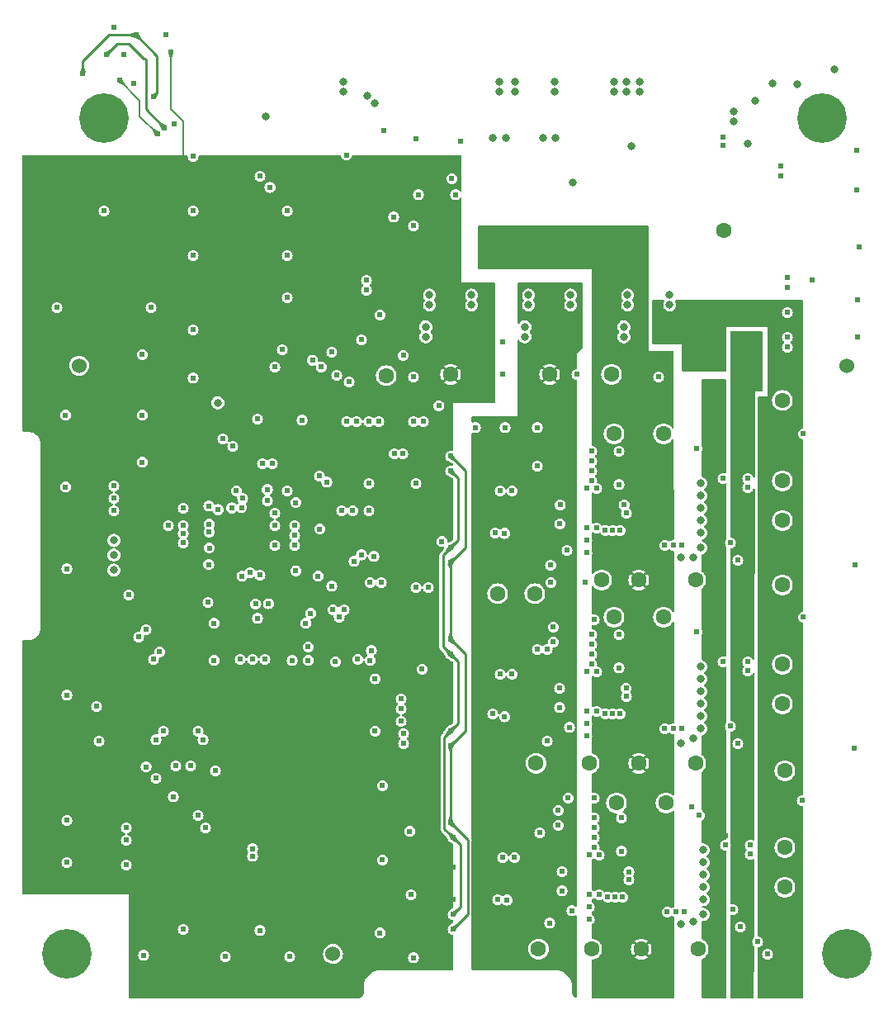
<source format=gbr>
%TF.GenerationSoftware,KiCad,Pcbnew,7.0.5*%
%TF.CreationDate,2023-06-28T17:56:53-04:00*%
%TF.ProjectId,magnetotorqer-drive-board,6d61676e-6574-46f7-946f-727165722d64,A*%
%TF.SameCoordinates,Original*%
%TF.FileFunction,Copper,L3,Inr*%
%TF.FilePolarity,Positive*%
%FSLAX46Y46*%
G04 Gerber Fmt 4.6, Leading zero omitted, Abs format (unit mm)*
G04 Created by KiCad (PCBNEW 7.0.5) date 2023-06-28 17:56:53*
%MOMM*%
%LPD*%
G01*
G04 APERTURE LIST*
%TA.AperFunction,ComponentPad*%
%ADD10C,1.600000*%
%TD*%
%TA.AperFunction,ComponentPad*%
%ADD11C,5.080000*%
%TD*%
%TA.AperFunction,ComponentPad*%
%ADD12C,1.524000*%
%TD*%
%TA.AperFunction,ViaPad*%
%ADD13C,0.609600*%
%TD*%
%TA.AperFunction,ViaPad*%
%ADD14C,0.812800*%
%TD*%
%TA.AperFunction,Conductor*%
%ADD15C,0.254000*%
%TD*%
%TA.AperFunction,Conductor*%
%ADD16C,0.203200*%
%TD*%
G04 APERTURE END LIST*
D10*
%TO.N,/Z+*%
%TO.C,TP20*%
X142240000Y-140462000D03*
%TD*%
%TO.N,/Y_REG_EN*%
%TO.C,TP16*%
X116713000Y-127762000D03*
%TD*%
%TO.N,+5VA*%
%TO.C,TP30*%
X118110000Y-87884000D03*
%TD*%
%TO.N,GND*%
%TO.C,TP27*%
X123444000Y-108966000D03*
%TD*%
D11*
%TO.N,Net-(C10-Pad2)*%
%TO.C,H4*%
X148590000Y-147320000D03*
%TD*%
D10*
%TO.N,/Z Driver/VDRV*%
%TO.C,TP37*%
X130048000Y-131826000D03*
%TD*%
%TO.N,GND*%
%TO.C,TP38*%
X122428000Y-146812000D03*
%TD*%
D12*
%TO.N,GND*%
%TO.C,TP4*%
X95885000Y-147320000D03*
%TD*%
D10*
%TO.N,GND*%
%TO.C,TP19*%
X122174000Y-127762000D03*
%TD*%
%TO.N,Net-(R58-Pad2)*%
%TO.C,TP23*%
X124714000Y-93980000D03*
%TD*%
%TO.N,/X+*%
%TO.C,TP9*%
X141986000Y-102870000D03*
%TD*%
%TO.N,/TEMP_A*%
%TO.C,TP1*%
X101346000Y-88011000D03*
%TD*%
%TO.N,VAA*%
%TO.C,TP28*%
X136017000Y-73152000D03*
%TD*%
%TO.N,VAA*%
%TO.C,TP25*%
X127254000Y-108966000D03*
%TD*%
D12*
%TO.N,GND*%
%TO.C,TP6*%
X148590000Y-86995000D03*
%TD*%
D10*
%TO.N,+3V3A*%
%TO.C,TP31*%
X133985000Y-86360000D03*
%TD*%
%TO.N,+1V65A*%
%TO.C,TP32*%
X138430000Y-87884000D03*
%TD*%
%TO.N,/Y+*%
%TO.C,TP12*%
X141986000Y-121666000D03*
%TD*%
D11*
%TO.N,Net-(C9-Pad2)*%
%TO.C,H3*%
X68580000Y-147320000D03*
%TD*%
D10*
%TO.N,/TEMP_B*%
%TO.C,TP3*%
X116586000Y-110363000D03*
%TD*%
%TO.N,/Y-*%
%TO.C,TP13*%
X141986000Y-117602000D03*
%TD*%
%TO.N,/X_REG_EN*%
%TO.C,TP24*%
X112776000Y-110363000D03*
%TD*%
%TO.N,/X_TEMP*%
%TO.C,TP5*%
X141986000Y-90551000D03*
%TD*%
%TO.N,/Y Driver/VDRV*%
%TO.C,TP18*%
X129794000Y-112776000D03*
%TD*%
D11*
%TO.N,Net-(C8-Pad2)*%
%TO.C,H2*%
X146050000Y-61595000D03*
%TD*%
D10*
%TO.N,+3V3D*%
%TO.C,TP29*%
X107950000Y-87884000D03*
%TD*%
%TO.N,Net-(R43-Pad2)*%
%TO.C,TP15*%
X124714000Y-112776000D03*
%TD*%
%TO.N,Net-(R101-Pad2)*%
%TO.C,TP34*%
X124968000Y-131826000D03*
%TD*%
%TO.N,/Z-*%
%TO.C,TP21*%
X142240000Y-136398000D03*
%TD*%
%TO.N,VAA*%
%TO.C,TP36*%
X127508000Y-146812000D03*
%TD*%
%TO.N,/Z_VRSEN*%
%TO.C,TP22*%
X133350000Y-146812000D03*
%TD*%
%TO.N,/X_VRSEN*%
%TO.C,TP11*%
X133096000Y-108966000D03*
%TD*%
%TO.N,/X Driver/VDRV*%
%TO.C,TP26*%
X129794000Y-93980000D03*
%TD*%
%TO.N,/Z_TEMP*%
%TO.C,TP8*%
X142240000Y-128524000D03*
%TD*%
%TO.N,/Y_TEMP*%
%TO.C,TP7*%
X141986000Y-109474000D03*
%TD*%
%TO.N,/Y_VRSEN*%
%TO.C,TP14*%
X133096000Y-127762000D03*
%TD*%
%TO.N,/X-*%
%TO.C,TP10*%
X141986000Y-98806000D03*
%TD*%
D11*
%TO.N,Net-(C6-Pad2)*%
%TO.C,H1*%
X72390000Y-61595000D03*
%TD*%
D10*
%TO.N,VAA*%
%TO.C,TP17*%
X127254000Y-127762000D03*
%TD*%
D12*
%TO.N,GND*%
%TO.C,TP2*%
X69850000Y-86995000D03*
%TD*%
D10*
%TO.N,/Z_REG_EN*%
%TO.C,TP35*%
X116967000Y-146812000D03*
%TD*%
%TO.N,GND*%
%TO.C,TP33*%
X124460000Y-87884000D03*
%TD*%
D13*
%TO.N,GND*%
X118491000Y-115316000D03*
D14*
X118583811Y-57896189D03*
D13*
X137668000Y-144526000D03*
X136144000Y-136144000D03*
X74422000Y-55118000D03*
X142494000Y-81534000D03*
X100965000Y-137668000D03*
X80518000Y-144780000D03*
D14*
X112983811Y-58928000D03*
D13*
X120142000Y-124079000D03*
D14*
X96983811Y-57912000D03*
D13*
X122174000Y-137160000D03*
X121920000Y-124968000D03*
X116840000Y-93345000D03*
X92075000Y-108029000D03*
D14*
X138430000Y-64262000D03*
D13*
X81534000Y-88265000D03*
D14*
X133858000Y-141732000D03*
D13*
X121920000Y-122428000D03*
X83693000Y-117221000D03*
X122428000Y-95758000D03*
X144145000Y-112784000D03*
D14*
X133604000Y-101600000D03*
D13*
X81280000Y-128016000D03*
D14*
X133604000Y-120396000D03*
D13*
X118491000Y-113792000D03*
D14*
X112268000Y-63627000D03*
X133604000Y-124206000D03*
D13*
X68580000Y-120777000D03*
D14*
X131572000Y-125730000D03*
D13*
X94361000Y-108585000D03*
X122682000Y-135382000D03*
X89423000Y-68722000D03*
X118999000Y-132588000D03*
X122428000Y-96774000D03*
D14*
X133604000Y-121666000D03*
D13*
X91186000Y-80010000D03*
X89916000Y-102108000D03*
X88392000Y-144907000D03*
X86553304Y-108585000D03*
X122936000Y-103632000D03*
X113488000Y-122986000D03*
X139446000Y-146050000D03*
X122428000Y-116586000D03*
X88138000Y-112903000D03*
X91186000Y-71120000D03*
D14*
X118745000Y-63627000D03*
D13*
X136906000Y-142748000D03*
D14*
X133604000Y-102870000D03*
D13*
X137414000Y-125730000D03*
X76327000Y-92075000D03*
X142494000Y-84074000D03*
X113488000Y-104190000D03*
X81534000Y-65532000D03*
D14*
X133858000Y-140462000D03*
D13*
X149479000Y-107442000D03*
D14*
X131572000Y-106680000D03*
D13*
X84094748Y-101757534D03*
X112776000Y-141732000D03*
X74676000Y-138176000D03*
X133223000Y-114300000D03*
X149733000Y-80264000D03*
X87630000Y-137287000D03*
X74676000Y-134366000D03*
X113742000Y-141782000D03*
D14*
X133604000Y-117856000D03*
X133604000Y-99060000D03*
X115951000Y-79756000D03*
D13*
X68453000Y-99441000D03*
X71882000Y-125476000D03*
X68580000Y-137922000D03*
X100711000Y-145161000D03*
D14*
X105410000Y-83021001D03*
D13*
X114252161Y-118618000D03*
X144018000Y-131572000D03*
X116840000Y-97282000D03*
X120396000Y-142875000D03*
X79756000Y-128016000D03*
X84836000Y-147574000D03*
X91948000Y-103378000D03*
X145034000Y-78232000D03*
X135890000Y-117348000D03*
X99695000Y-109220000D03*
X73406000Y-100584000D03*
X75424714Y-58033290D03*
X86360000Y-117094000D03*
X122682000Y-134366000D03*
D14*
X147320000Y-56642000D03*
D13*
X105664000Y-109728000D03*
X122682000Y-136398000D03*
X138430000Y-98552000D03*
D14*
X125730000Y-83021001D03*
D13*
X122174000Y-141224000D03*
D14*
X133604000Y-122936000D03*
D13*
X142494000Y-85090000D03*
X121920000Y-104902000D03*
X81534000Y-83312000D03*
D14*
X127383811Y-57896189D03*
D13*
X104394000Y-109728000D03*
X77724000Y-129286000D03*
X83820000Y-128524000D03*
X117094000Y-134874000D03*
X133477000Y-133096000D03*
X73389498Y-52324000D03*
X99314000Y-78232000D03*
X120015000Y-131318000D03*
X123190000Y-141224000D03*
X81534000Y-71120000D03*
X138684000Y-136144000D03*
X68580000Y-107823000D03*
X72390000Y-71120000D03*
D14*
X105791000Y-80772000D03*
D13*
X100584000Y-92710000D03*
X97282000Y-92710000D03*
X99568000Y-92710000D03*
X102108000Y-71755000D03*
D14*
X126111000Y-80772000D03*
D13*
X88392000Y-67564000D03*
X73406000Y-99314000D03*
X118999000Y-134112000D03*
X83185000Y-103251000D03*
X122682000Y-113030000D03*
X100709912Y-81795311D03*
X122428000Y-97790000D03*
X120904000Y-87884000D03*
X118110000Y-144145000D03*
X121920000Y-103632000D03*
X88138000Y-92456000D03*
X138430000Y-118298000D03*
X103759000Y-134747000D03*
D14*
X139192000Y-59817000D03*
D13*
X117856000Y-125476000D03*
D14*
X137033000Y-61976000D03*
X132842000Y-125222000D03*
D13*
X149733000Y-84074000D03*
X121920000Y-118364000D03*
X122428000Y-98806000D03*
D14*
X137033000Y-60960000D03*
D13*
X117856000Y-116078000D03*
D14*
X133604000Y-119126000D03*
X125730000Y-84037000D03*
X133858000Y-143256000D03*
X133604000Y-105664000D03*
D13*
X114252161Y-99822000D03*
X142494000Y-77978000D03*
D14*
X140948494Y-58050973D03*
D13*
X76327000Y-85852000D03*
X121920000Y-106172000D03*
X110490000Y-93345000D03*
X122428000Y-117602000D03*
X86507060Y-101554729D03*
X144145000Y-93980000D03*
X97267000Y-65390000D03*
X92075000Y-101029000D03*
X122936000Y-122428000D03*
X76717041Y-128134369D03*
X104140000Y-147701000D03*
X119888000Y-105918000D03*
X122428000Y-115570000D03*
X85503709Y-101586751D03*
X138430000Y-117348000D03*
D14*
X132842000Y-144018000D03*
D13*
X104394000Y-63754000D03*
X142494000Y-78994000D03*
D14*
X112983811Y-57896189D03*
D13*
X98298000Y-92710000D03*
X149606000Y-64897000D03*
X89916000Y-103378000D03*
X121920000Y-99568000D03*
D14*
X133858000Y-137922000D03*
D13*
X136652000Y-105156000D03*
D14*
X113665000Y-63627000D03*
X115570000Y-84037000D03*
D13*
X68580000Y-133604000D03*
D14*
X127383811Y-58928000D03*
X131572000Y-144272000D03*
D13*
X149860000Y-74803000D03*
D14*
X117475000Y-63627000D03*
D13*
X87630000Y-117094000D03*
X122936000Y-118364000D03*
X116840000Y-116078000D03*
D14*
X105791000Y-79756000D03*
D13*
X112268000Y-122682000D03*
D14*
X96983811Y-58943811D03*
D13*
X114506161Y-137414000D03*
D14*
X132842000Y-106680000D03*
D13*
X129286000Y-88138000D03*
D14*
X118583811Y-58928000D03*
X114583811Y-57896189D03*
D13*
X149352000Y-126238000D03*
X88900000Y-117094000D03*
X122428000Y-114554000D03*
X76327000Y-96901000D03*
X122936000Y-99568000D03*
D14*
X133604000Y-104140000D03*
D13*
X76454000Y-147447000D03*
D14*
X126111000Y-79756000D03*
X133858000Y-136652000D03*
D13*
X122682000Y-133350000D03*
X87630000Y-136525000D03*
X104648000Y-69469000D03*
X93345000Y-117221000D03*
X73406000Y-101854000D03*
X135890000Y-98552000D03*
X74676000Y-135636000D03*
X122682000Y-131318000D03*
X89154000Y-100838000D03*
D14*
X133604000Y-100330000D03*
D13*
X108077000Y-67818000D03*
X149606000Y-68961000D03*
X100965000Y-130048000D03*
D14*
X115951000Y-80772000D03*
D13*
X99314000Y-79248000D03*
X93345000Y-115824000D03*
X113284000Y-87884000D03*
X122174000Y-142494000D03*
X138430000Y-99502000D03*
X89916000Y-105410000D03*
X89152077Y-99702069D03*
X112522000Y-104140000D03*
X91440000Y-147574000D03*
D14*
X115570000Y-83021001D03*
D13*
X98806000Y-84328000D03*
D14*
X105410000Y-84037000D03*
D13*
X81534000Y-75692000D03*
X137414000Y-106934000D03*
X103886000Y-141224000D03*
D14*
X114583811Y-58928000D03*
X133858000Y-139192000D03*
D13*
X105029000Y-118110000D03*
X113538000Y-93345000D03*
X91186000Y-75692000D03*
X136652000Y-123952000D03*
X140462000Y-147320000D03*
X121920000Y-123698000D03*
X122174000Y-143764000D03*
X68453000Y-92075000D03*
X88646000Y-97028000D03*
X123190000Y-137160000D03*
X138684000Y-137094000D03*
X133223000Y-95504000D03*
%TO.N,Net-(U4-V_{DD})*%
X121729000Y-109220000D03*
%TO.N,/TEMP_B*%
X83133000Y-107390000D03*
X95885000Y-112014000D03*
X118207000Y-107457000D03*
%TO.N,/~{RST}*%
X91186000Y-99822000D03*
X100838000Y-109220000D03*
X99822000Y-116205000D03*
X96774000Y-101854000D03*
%TO.N,/Control/VDDCORE*%
X89662000Y-97028000D03*
%TO.N,LED_VCC*%
X70221000Y-57033000D03*
X67564000Y-81026000D03*
X71628000Y-121920000D03*
X77470000Y-59436000D03*
X75692000Y-53086000D03*
%TO.N,+5VA*%
X116078000Y-137414000D03*
D14*
X120750000Y-83992000D03*
X120750000Y-82976000D03*
D13*
X117094000Y-133924000D03*
X116840000Y-96332000D03*
X115824000Y-118618000D03*
X116840000Y-115128000D03*
X115824000Y-99822000D03*
%TO.N,Net-(U13-EXT_CAP)*%
X113030000Y-118618000D03*
D14*
%TO.N,VAA*%
X110109000Y-79756000D03*
X118364000Y-73406000D03*
X112268000Y-73406000D03*
X117348000Y-74168000D03*
X114300000Y-73406000D03*
D13*
X72644000Y-55118000D03*
D14*
X130429000Y-80772000D03*
D13*
X127508000Y-142621000D03*
X78613000Y-62611000D03*
D14*
X116332000Y-73406000D03*
X120269000Y-80772000D03*
X115316000Y-74168000D03*
D13*
X127254000Y-124841000D03*
X90678000Y-85344000D03*
D14*
X113284000Y-74168000D03*
X120269000Y-79756000D03*
D13*
X127254000Y-123825000D03*
D14*
X130429000Y-79756000D03*
X110109000Y-80772000D03*
D13*
X74930000Y-110490000D03*
X127508000Y-143637000D03*
X127254000Y-106045000D03*
X127254000Y-105029000D03*
%TO.N,/Y Driver/Adjustable Buck Regulator 1/INTVCC*%
X119126000Y-120071000D03*
X125963303Y-120071000D03*
X119126000Y-122047000D03*
%TO.N,/Y Driver/Adjustable Buck Regulator 1/BST*%
X125984000Y-120904000D03*
%TO.N,/Y Driver/Adjustable Buck Regulator 1/SW*%
X125349000Y-122682000D03*
X123825000Y-122682000D03*
X129921000Y-124206000D03*
X130810000Y-124206000D03*
X124587000Y-122682000D03*
X131699000Y-124206000D03*
%TO.N,/Y Driver/VDRV*%
X125222000Y-114554000D03*
%TO.N,Net-(U16-EXT_CAP)*%
X113030000Y-99822000D03*
%TO.N,/X Driver/Adjustable Buck Regulator 1/INTVCC*%
X125756079Y-101273325D03*
X119197000Y-101275000D03*
X119152000Y-103225000D03*
%TO.N,/X Driver/Adjustable Buck Regulator 1/BST*%
X125984000Y-102108000D03*
%TO.N,/X Driver/Adjustable Buck Regulator 1/SW*%
X129921000Y-105410000D03*
X125349000Y-103886000D03*
X131699000Y-105410000D03*
X123825000Y-103886000D03*
X124587000Y-103886000D03*
X130810000Y-105410000D03*
%TO.N,/X Driver/VDRV*%
X125222000Y-95758000D03*
D14*
%TO.N,/VBATT*%
X124714000Y-57896189D03*
X124714000Y-58928000D03*
X125984000Y-58928000D03*
D13*
X108966000Y-63945000D03*
X101092000Y-62865000D03*
D14*
X125984000Y-57896189D03*
D13*
%TO.N,Net-(U27-EXT_CAP)*%
X113284000Y-137414000D03*
%TO.N,/Z Driver/Adjustable Buck Regulator 1/INTVCC*%
X126238000Y-138887697D03*
X119380000Y-140843000D03*
X119380000Y-138867000D03*
%TO.N,/Z Driver/Adjustable Buck Regulator 1/BST*%
X126238000Y-139700000D03*
%TO.N,/Z Driver/Adjustable Buck Regulator 1/SW*%
X124079000Y-141478000D03*
X131064000Y-143002000D03*
X130175000Y-143002000D03*
X124841000Y-141478000D03*
X131953000Y-143002000D03*
X125603000Y-141478000D03*
%TO.N,/Z Driver/VDRV*%
X125476000Y-133350000D03*
%TO.N,/D-*%
X135890000Y-64437800D03*
X102186200Y-96012000D03*
%TO.N,/D+*%
X135890000Y-63578200D03*
X103045800Y-96012000D03*
D14*
%TO.N,/X_TEMP*%
X73406000Y-104902000D03*
X84074000Y-90805000D03*
D13*
%TO.N,/Y_TEMP*%
X78486000Y-124460000D03*
X100203000Y-124460000D03*
X82042000Y-124460000D03*
X100203000Y-119101100D03*
D14*
X73406000Y-106413498D03*
D13*
%TO.N,/Z_TEMP*%
X77724000Y-125349000D03*
D14*
X73406000Y-107950000D03*
D13*
X82550000Y-125349000D03*
X132715000Y-132207000D03*
%TO.N,5V_USB*%
X141859000Y-66548000D03*
X141859000Y-67564000D03*
X97536000Y-88646000D03*
%TO.N,Net-(LED4-K)*%
X78740000Y-53086000D03*
%TO.N,/Control/SWDIO*%
X82042000Y-133096000D03*
X85979000Y-99822000D03*
%TO.N,/Control/SWCLK*%
X86614000Y-100584000D03*
X82804000Y-134366000D03*
D14*
%TO.N,Net-(Q4-G)*%
X126492000Y-64516000D03*
X120523000Y-68199000D03*
D13*
%TO.N,/Power/~{HRST}*%
X104140000Y-72644000D03*
%TO.N,/~{Y_HB_SLEEP}*%
X102870000Y-121158000D03*
X80518000Y-104190303D03*
%TO.N,/Y_PH_EN*%
X88392000Y-108458000D03*
X96520000Y-112776000D03*
%TO.N,/Y_HB_PH*%
X83201443Y-105702040D03*
X97028000Y-112014000D03*
%TO.N,/Control/QSPI{slash}CS*%
X83692500Y-113411000D03*
X87376000Y-108204000D03*
%TO.N,/Control/WDT_WDI*%
X96266000Y-87986100D03*
X99568000Y-99060000D03*
X104394000Y-99060000D03*
X79629000Y-62230000D03*
%TO.N,/~{FAULT}*%
X95758000Y-85598000D03*
X73976500Y-57722500D03*
X77875900Y-63246000D03*
X92710000Y-92583000D03*
D14*
X100203000Y-60071000D03*
D13*
%TO.N,/Control/MISO*%
X91948000Y-105410000D03*
%TO.N,/RX*%
X99568000Y-101854000D03*
X93793660Y-86427660D03*
%TO.N,/Control/NEOPIXEL_DIN*%
X94533905Y-103750376D03*
X96139000Y-117348000D03*
%TO.N,/MOSI*%
X100076000Y-106553000D03*
X108204000Y-144780000D03*
X107950000Y-96266000D03*
X107950000Y-125984000D03*
X107950000Y-115062000D03*
X107922160Y-107188000D03*
X107950000Y-133858000D03*
%TO.N,/SCK*%
X107950000Y-116586000D03*
X98806000Y-106390000D03*
X107950000Y-97790000D03*
X108204000Y-135382000D03*
X107950000Y-124460000D03*
X107950000Y-105664000D03*
X108204000Y-143256000D03*
%TO.N,/~{Y_SYNC}*%
X80518000Y-103378000D03*
X102870000Y-122174000D03*
%TO.N,Net-(U11-PGOOD)*%
X125222000Y-117983000D03*
%TO.N,/Y_REG_EN*%
X78994000Y-103378000D03*
X102870000Y-123444000D03*
%TO.N,Net-(U14-PGOOD)*%
X125222000Y-99187000D03*
%TO.N,/X_PH_EN*%
X106747660Y-91118340D03*
X98044000Y-107061000D03*
X107061000Y-105029000D03*
X105156000Y-92710000D03*
%TO.N,/Z_PH_EN*%
X77470000Y-117094000D03*
X103128160Y-125725840D03*
X75946000Y-114808000D03*
X84582000Y-94488000D03*
%TO.N,/Z_HB_PH*%
X78105500Y-116332000D03*
X103124000Y-124714000D03*
X85598000Y-95250000D03*
X76708000Y-114046000D03*
%TO.N,/HARD_RESET*%
X108458000Y-69469000D03*
X104140000Y-92710000D03*
X104140000Y-88138000D03*
%TO.N,/~{Z_SYNC}*%
X93599000Y-112395000D03*
X89264821Y-111395179D03*
%TO.N,/Z_REG_EN*%
X87951660Y-111438340D03*
X93091000Y-113411000D03*
%TO.N,/X_VRSEN*%
X83141000Y-101390000D03*
%TO.N,/Y_VRSEN*%
X80518000Y-101600000D03*
%TO.N,/Z_VRSEN*%
X80518000Y-105156000D03*
D14*
%TO.N,/RX_4*%
X99383811Y-59309000D03*
D13*
%TO.N,/Control/QSPI{slash}DATA0*%
X91694000Y-117221000D03*
X83058000Y-111252000D03*
%TO.N,Net-(U25-PGOOD)*%
X125476000Y-136779000D03*
%TO.N,/Control/PA12*%
X91948000Y-104394000D03*
X95758000Y-109601000D03*
%TO.N,/TX*%
X97917000Y-101854000D03*
X94679000Y-87122000D03*
%TO.N,+3V3D*%
X108204000Y-141732000D03*
X135851999Y-116398000D03*
X98298000Y-96774000D03*
X108204000Y-138430000D03*
X88137159Y-99697796D03*
X74676000Y-133096000D03*
X97282000Y-96774000D03*
D14*
X135636000Y-88900000D03*
D13*
X103124000Y-109728000D03*
D14*
X110490000Y-83947000D03*
D13*
X92964000Y-67422000D03*
X85598000Y-128524000D03*
X79248000Y-54864000D03*
X99568000Y-96774000D03*
X84074000Y-131826000D03*
X107950000Y-119634000D03*
X107950000Y-122936000D03*
X91567000Y-113411000D03*
X107950000Y-104140000D03*
D14*
X134366000Y-88900000D03*
D13*
X93726000Y-66690000D03*
X135851999Y-97602000D03*
X92075000Y-107216696D03*
X136105999Y-135194000D03*
X107950000Y-100838000D03*
X100584000Y-96774000D03*
X92075000Y-100216696D03*
D14*
X110490000Y-82931000D03*
D13*
X85741000Y-108585000D03*
%TO.N,+3V3A*%
X139827000Y-106299000D03*
D14*
X130910000Y-82976000D03*
D13*
X139827000Y-125095000D03*
X141986000Y-114935000D03*
X141987000Y-96139000D03*
X103100845Y-85954100D03*
X140081000Y-143891000D03*
X142240000Y-133604000D03*
X118237000Y-109220000D03*
D14*
X130910000Y-83992000D03*
D13*
X83185000Y-104063303D03*
X139954000Y-107696000D03*
%TO.N,+1V65A*%
X138430000Y-85090000D03*
X137414000Y-146812000D03*
X137160000Y-128016000D03*
X138430000Y-84074000D03*
X137160000Y-109220000D03*
%TO.N,/5V_DB*%
X77216000Y-81026000D03*
X79502000Y-131191000D03*
X113284000Y-84582000D03*
X89916000Y-87122000D03*
D14*
%TO.N,/5V_USB_IN*%
X143510000Y-58166000D03*
%TO.N,/BUS_LED_PWR*%
X88983811Y-61468000D03*
D13*
%TO.N,/RX_DEBUG*%
X99695000Y-117221000D03*
X95250000Y-98933000D03*
%TO.N,/TX_DEBUG*%
X98425000Y-117094000D03*
X94488000Y-98298000D03*
%TD*%
D15*
%TO.N,LED_VCC*%
X72898000Y-53086000D02*
X75692000Y-53086000D01*
X77851000Y-59055000D02*
X77851000Y-55245000D01*
X77851000Y-55245000D02*
X75692000Y-53086000D01*
X70221000Y-57033000D02*
X70221000Y-55763000D01*
X70221000Y-55763000D02*
X72898000Y-53086000D01*
X77470000Y-59436000D02*
X77851000Y-59055000D01*
%TO.N,VAA*%
X78613000Y-62611000D02*
X76708000Y-60706000D01*
X76454000Y-55499000D02*
X74930000Y-53975000D01*
X76708000Y-60706000D02*
X76708000Y-55626000D01*
X73787000Y-53975000D02*
X72644000Y-55118000D01*
X74930000Y-53975000D02*
X73787000Y-53975000D01*
X76581000Y-55499000D02*
X76454000Y-55499000D01*
X76708000Y-55626000D02*
X76581000Y-55499000D01*
D16*
%TO.N,/~{FAULT}*%
X76073000Y-59819000D02*
X73976500Y-57722500D01*
X76073000Y-61443100D02*
X76073000Y-59819000D01*
X77875900Y-63246000D02*
X76073000Y-61443100D01*
D15*
%TO.N,/MOSI*%
X109728000Y-135636000D02*
X109728000Y-143256000D01*
X107950000Y-107215840D02*
X107950000Y-115062000D01*
X109474000Y-124460000D02*
X107950000Y-125984000D01*
X109474000Y-105636160D02*
X109474000Y-97790000D01*
X107950000Y-115062000D02*
X109474000Y-116586000D01*
X107922160Y-107188000D02*
X107950000Y-107215840D01*
X109474000Y-97790000D02*
X107950000Y-96266000D01*
X109728000Y-143256000D02*
X108204000Y-144780000D01*
X107950000Y-133858000D02*
X109728000Y-135636000D01*
X107950000Y-133858000D02*
X107950000Y-125984000D01*
X107922160Y-107188000D02*
X109474000Y-105636160D01*
X109474000Y-116586000D02*
X109474000Y-124460000D01*
%TO.N,/SCK*%
X108712000Y-117348000D02*
X107950000Y-116586000D01*
X107950000Y-124460000D02*
X108712000Y-123698000D01*
X107950000Y-105664000D02*
X108712000Y-104902000D01*
X108712000Y-98552000D02*
X107950000Y-97790000D01*
X108966000Y-136144000D02*
X108204000Y-135382000D01*
X107315000Y-134493000D02*
X107315000Y-125095000D01*
X108712000Y-104902000D02*
X108712000Y-98552000D01*
X108712000Y-123698000D02*
X108712000Y-117348000D01*
X107315000Y-125095000D02*
X107950000Y-124460000D01*
X108204000Y-135382000D02*
X107315000Y-134493000D01*
X107188000Y-115824000D02*
X107188000Y-106426000D01*
X107188000Y-106426000D02*
X107950000Y-105664000D01*
X108966000Y-142494000D02*
X108966000Y-136144000D01*
X108204000Y-143256000D02*
X108966000Y-142494000D01*
X107950000Y-116586000D02*
X107188000Y-115824000D01*
D16*
%TO.N,+3V3D*%
X80518000Y-61976000D02*
X80518000Y-65913000D01*
X79248000Y-54864000D02*
X79248000Y-60706000D01*
X79248000Y-60706000D02*
X80518000Y-61976000D01*
%TD*%
%TA.AperFunction,Conductor*%
%TO.N,+3V3D*%
G36*
X80931013Y-65424213D02*
G01*
X80967558Y-65474513D01*
X80971621Y-65518733D01*
X80969874Y-65532000D01*
X80969874Y-65532003D01*
X80989094Y-65678003D01*
X80989095Y-65678006D01*
X81045450Y-65814058D01*
X81045454Y-65814065D01*
X81135100Y-65930894D01*
X81135105Y-65930899D01*
X81251934Y-66020545D01*
X81251941Y-66020549D01*
X81387993Y-66076904D01*
X81387996Y-66076905D01*
X81533997Y-66096126D01*
X81534000Y-66096126D01*
X81534003Y-66096126D01*
X81680003Y-66076905D01*
X81680005Y-66076904D01*
X81680007Y-66076904D01*
X81816063Y-66020547D01*
X81932897Y-65930897D01*
X82022547Y-65814063D01*
X82078904Y-65678007D01*
X82079687Y-65672065D01*
X82098126Y-65532003D01*
X82098126Y-65532000D01*
X82096379Y-65518733D01*
X82107708Y-65457600D01*
X82152806Y-65414801D01*
X82196118Y-65405000D01*
X96616625Y-65405000D01*
X96675756Y-65424213D01*
X96712301Y-65474513D01*
X96716364Y-65492470D01*
X96722094Y-65536003D01*
X96778450Y-65672058D01*
X96778454Y-65672065D01*
X96868100Y-65788894D01*
X96868105Y-65788899D01*
X96984934Y-65878545D01*
X96984941Y-65878549D01*
X97120993Y-65934904D01*
X97120996Y-65934905D01*
X97266997Y-65954126D01*
X97267000Y-65954126D01*
X97267003Y-65954126D01*
X97413003Y-65934905D01*
X97413005Y-65934904D01*
X97413007Y-65934904D01*
X97549063Y-65878547D01*
X97665897Y-65788897D01*
X97755547Y-65672063D01*
X97811904Y-65536007D01*
X97812432Y-65532003D01*
X97817636Y-65492470D01*
X97844402Y-65436352D01*
X97899041Y-65406685D01*
X97917375Y-65405000D01*
X108992400Y-65405000D01*
X109051531Y-65424213D01*
X109088076Y-65474513D01*
X109093000Y-65505600D01*
X109093000Y-69081440D01*
X109073787Y-69140571D01*
X109023487Y-69177116D01*
X108961313Y-69177116D01*
X108912589Y-69142682D01*
X108865596Y-69081440D01*
X108856897Y-69070103D01*
X108856896Y-69070102D01*
X108856894Y-69070100D01*
X108740065Y-68980454D01*
X108740058Y-68980450D01*
X108604006Y-68924095D01*
X108604003Y-68924094D01*
X108458003Y-68904874D01*
X108457997Y-68904874D01*
X108311996Y-68924094D01*
X108311993Y-68924095D01*
X108175941Y-68980450D01*
X108175934Y-68980454D01*
X108059105Y-69070100D01*
X108059100Y-69070105D01*
X107969454Y-69186934D01*
X107969450Y-69186941D01*
X107913095Y-69322993D01*
X107913094Y-69322996D01*
X107893874Y-69468996D01*
X107893874Y-69469003D01*
X107913094Y-69615003D01*
X107913095Y-69615006D01*
X107969450Y-69751058D01*
X107969454Y-69751065D01*
X108059100Y-69867894D01*
X108059105Y-69867899D01*
X108175934Y-69957545D01*
X108175941Y-69957549D01*
X108311993Y-70013904D01*
X108311996Y-70013905D01*
X108457997Y-70033126D01*
X108458000Y-70033126D01*
X108458003Y-70033126D01*
X108604003Y-70013905D01*
X108604005Y-70013904D01*
X108604007Y-70013904D01*
X108740063Y-69957547D01*
X108856897Y-69867897D01*
X108912589Y-69795316D01*
X108963828Y-69760102D01*
X109025981Y-69761729D01*
X109075307Y-69799578D01*
X109093000Y-69856558D01*
X109093000Y-78486000D01*
X112421400Y-78486000D01*
X112480531Y-78505213D01*
X112517076Y-78555513D01*
X112522000Y-78586600D01*
X112522000Y-90704400D01*
X112502787Y-90763531D01*
X112452487Y-90800076D01*
X112421400Y-90805000D01*
X108204000Y-90805000D01*
X108204000Y-95620600D01*
X108184787Y-95679731D01*
X108134487Y-95716276D01*
X108090270Y-95720339D01*
X107950004Y-95701874D01*
X107949997Y-95701874D01*
X107803996Y-95721094D01*
X107803993Y-95721095D01*
X107667941Y-95777450D01*
X107667934Y-95777454D01*
X107551105Y-95867100D01*
X107551100Y-95867105D01*
X107461454Y-95983934D01*
X107461450Y-95983941D01*
X107405095Y-96119993D01*
X107405094Y-96119996D01*
X107385874Y-96265996D01*
X107385874Y-96266003D01*
X107405094Y-96412003D01*
X107405095Y-96412006D01*
X107461450Y-96548058D01*
X107461454Y-96548065D01*
X107551100Y-96664894D01*
X107551105Y-96664899D01*
X107656712Y-96745934D01*
X107667937Y-96754547D01*
X107683412Y-96760957D01*
X107695664Y-96766032D01*
X107720255Y-96780615D01*
X107722638Y-96782533D01*
X107722640Y-96782535D01*
X108137009Y-96999050D01*
X108161555Y-97017077D01*
X108174535Y-97030057D01*
X108202761Y-97085455D01*
X108204000Y-97101192D01*
X108204000Y-97144600D01*
X108184787Y-97203731D01*
X108134487Y-97240276D01*
X108090270Y-97244339D01*
X107950004Y-97225874D01*
X107949997Y-97225874D01*
X107803996Y-97245094D01*
X107803993Y-97245095D01*
X107667941Y-97301450D01*
X107667934Y-97301454D01*
X107551105Y-97391100D01*
X107551100Y-97391105D01*
X107461454Y-97507934D01*
X107461450Y-97507941D01*
X107405095Y-97643993D01*
X107405094Y-97643996D01*
X107385874Y-97789996D01*
X107385874Y-97790003D01*
X107405094Y-97936003D01*
X107405095Y-97936006D01*
X107461450Y-98072058D01*
X107461454Y-98072065D01*
X107551100Y-98188894D01*
X107551105Y-98188899D01*
X107667934Y-98278545D01*
X107667937Y-98278547D01*
X107683412Y-98284957D01*
X107695664Y-98290032D01*
X107720255Y-98304615D01*
X107722638Y-98306533D01*
X107722640Y-98306535D01*
X108137008Y-98523050D01*
X108161551Y-98541074D01*
X108174532Y-98554055D01*
X108202761Y-98609451D01*
X108204000Y-98625192D01*
X108204000Y-104828806D01*
X108184787Y-104887937D01*
X108174532Y-104899944D01*
X108161552Y-104912923D01*
X108137009Y-104930947D01*
X107772315Y-105121507D01*
X107711009Y-105131863D01*
X107655325Y-105104206D01*
X107626531Y-105049101D01*
X107625126Y-105032345D01*
X107625126Y-105028996D01*
X107605905Y-104882996D01*
X107605904Y-104882993D01*
X107549549Y-104746941D01*
X107549545Y-104746934D01*
X107459899Y-104630105D01*
X107459894Y-104630100D01*
X107343065Y-104540454D01*
X107343058Y-104540450D01*
X107207006Y-104484095D01*
X107207003Y-104484094D01*
X107061003Y-104464874D01*
X107060997Y-104464874D01*
X106914996Y-104484094D01*
X106914993Y-104484095D01*
X106778941Y-104540450D01*
X106778934Y-104540454D01*
X106662105Y-104630100D01*
X106662100Y-104630105D01*
X106572454Y-104746934D01*
X106572450Y-104746941D01*
X106516095Y-104882993D01*
X106516094Y-104882996D01*
X106496874Y-105028996D01*
X106496874Y-105029003D01*
X106516094Y-105175003D01*
X106516095Y-105175006D01*
X106572450Y-105311058D01*
X106572454Y-105311065D01*
X106662100Y-105427894D01*
X106662105Y-105427899D01*
X106778934Y-105517545D01*
X106778941Y-105517549D01*
X106914993Y-105573904D01*
X106914996Y-105573905D01*
X107060997Y-105593126D01*
X107061000Y-105593126D01*
X107061003Y-105593126D01*
X107181214Y-105577300D01*
X107242347Y-105588630D01*
X107285145Y-105633730D01*
X107293260Y-105695372D01*
X107283507Y-105723628D01*
X107216948Y-105851008D01*
X107198921Y-105875554D01*
X106953592Y-106120883D01*
X106937484Y-106133964D01*
X106926045Y-106141437D01*
X106903408Y-106170520D01*
X106899288Y-106175187D01*
X106895887Y-106178589D01*
X106895880Y-106178596D01*
X106882701Y-106197055D01*
X106881461Y-106198718D01*
X106847840Y-106241917D01*
X106844038Y-106248942D01*
X106840525Y-106256129D01*
X106824901Y-106308605D01*
X106824267Y-106310583D01*
X106806499Y-106362339D01*
X106805183Y-106370226D01*
X106804194Y-106378162D01*
X106806456Y-106432845D01*
X106806499Y-106434923D01*
X106806499Y-115774001D01*
X106804358Y-115794641D01*
X106801555Y-115808017D01*
X106805972Y-115843454D01*
X106806113Y-115844581D01*
X106806500Y-115850809D01*
X106806500Y-115855609D01*
X106810231Y-115877979D01*
X106810531Y-115880033D01*
X106817303Y-115934358D01*
X106819586Y-115942026D01*
X106822181Y-115949586D01*
X106848234Y-115997726D01*
X106849185Y-115999575D01*
X106873224Y-116048746D01*
X106877877Y-116055263D01*
X106882777Y-116061559D01*
X106923048Y-116098631D01*
X106924549Y-116100071D01*
X107198920Y-116374443D01*
X107216947Y-116398989D01*
X107433465Y-116813361D01*
X107436954Y-116817904D01*
X107450107Y-116840673D01*
X107461453Y-116868063D01*
X107522786Y-116947993D01*
X107551103Y-116984897D01*
X107551105Y-116984899D01*
X107667934Y-117074545D01*
X107667937Y-117074547D01*
X107683412Y-117080957D01*
X107695664Y-117086032D01*
X107720255Y-117100615D01*
X107722638Y-117102533D01*
X107722640Y-117102535D01*
X108076434Y-117287399D01*
X108137008Y-117319050D01*
X108161551Y-117337074D01*
X108174532Y-117350055D01*
X108202761Y-117405451D01*
X108204000Y-117421192D01*
X108204000Y-123624805D01*
X108184787Y-123683936D01*
X108174535Y-123695940D01*
X108161554Y-123708921D01*
X108137008Y-123726948D01*
X107722642Y-123943462D01*
X107722631Y-123943469D01*
X107718080Y-123946964D01*
X107695319Y-123960109D01*
X107667940Y-123971450D01*
X107667937Y-123971452D01*
X107551103Y-124061103D01*
X107461452Y-124177937D01*
X107449966Y-124205666D01*
X107435393Y-124230243D01*
X107433465Y-124232637D01*
X107216948Y-124647008D01*
X107198921Y-124671554D01*
X107080592Y-124789883D01*
X107064484Y-124802964D01*
X107053045Y-124810437D01*
X107030408Y-124839520D01*
X107026288Y-124844187D01*
X107022887Y-124847589D01*
X107022880Y-124847596D01*
X107009701Y-124866055D01*
X107008461Y-124867718D01*
X106974840Y-124910917D01*
X106971038Y-124917942D01*
X106967525Y-124925129D01*
X106951901Y-124977605D01*
X106951267Y-124979583D01*
X106933499Y-125031339D01*
X106932183Y-125039226D01*
X106931194Y-125047161D01*
X106933457Y-125101844D01*
X106933500Y-125103923D01*
X106933500Y-134442999D01*
X106931359Y-134463645D01*
X106928554Y-134477018D01*
X106932503Y-134508695D01*
X106932916Y-134512006D01*
X106933113Y-134513581D01*
X106933500Y-134519810D01*
X106933500Y-134524609D01*
X106937231Y-134546979D01*
X106937531Y-134549033D01*
X106944303Y-134603358D01*
X106946586Y-134611026D01*
X106949181Y-134618586D01*
X106975234Y-134666726D01*
X106976185Y-134668575D01*
X107000224Y-134717746D01*
X107004877Y-134724263D01*
X107009777Y-134730559D01*
X107009779Y-134730561D01*
X107009780Y-134730562D01*
X107027636Y-134747000D01*
X107050048Y-134767631D01*
X107051549Y-134769071D01*
X107452920Y-135170443D01*
X107470947Y-135194989D01*
X107687465Y-135609361D01*
X107690954Y-135613904D01*
X107704107Y-135636673D01*
X107715453Y-135664063D01*
X107805103Y-135780897D01*
X107805105Y-135780899D01*
X107921934Y-135870545D01*
X107921937Y-135870547D01*
X107937412Y-135876957D01*
X107949664Y-135882032D01*
X107974255Y-135896615D01*
X107976640Y-135898535D01*
X108149989Y-135989113D01*
X108193499Y-136033524D01*
X108204000Y-136078274D01*
X108204000Y-142559722D01*
X108184787Y-142618853D01*
X108149989Y-142648884D01*
X107976639Y-142739463D01*
X107972080Y-142742964D01*
X107949319Y-142756109D01*
X107921940Y-142767450D01*
X107921937Y-142767452D01*
X107805102Y-142857103D01*
X107805100Y-142857105D01*
X107715454Y-142973934D01*
X107715450Y-142973941D01*
X107659095Y-143109993D01*
X107659094Y-143109996D01*
X107639874Y-143255996D01*
X107639874Y-143256003D01*
X107659094Y-143402003D01*
X107659095Y-143402006D01*
X107715450Y-143538058D01*
X107715454Y-143538065D01*
X107805100Y-143654894D01*
X107805105Y-143654899D01*
X107921934Y-143744545D01*
X107921941Y-143744549D01*
X107972196Y-143765365D01*
X108057993Y-143800904D01*
X108116531Y-143808610D01*
X108172646Y-143835375D01*
X108202314Y-143890014D01*
X108203999Y-143908349D01*
X108203999Y-144083722D01*
X108184786Y-144142853D01*
X108149988Y-144172884D01*
X107976639Y-144263463D01*
X107972080Y-144266964D01*
X107949319Y-144280109D01*
X107921940Y-144291450D01*
X107921937Y-144291452D01*
X107805102Y-144381103D01*
X107805100Y-144381105D01*
X107715454Y-144497934D01*
X107715450Y-144497941D01*
X107659095Y-144633993D01*
X107659094Y-144633996D01*
X107639874Y-144779996D01*
X107639874Y-144780003D01*
X107659094Y-144926003D01*
X107659095Y-144926006D01*
X107715450Y-145062058D01*
X107715454Y-145062065D01*
X107805100Y-145178894D01*
X107805105Y-145178899D01*
X107921934Y-145268545D01*
X107921941Y-145268549D01*
X107972196Y-145289365D01*
X108057993Y-145324904D01*
X108116532Y-145332610D01*
X108172647Y-145359375D01*
X108202315Y-145414014D01*
X108204000Y-145432349D01*
X108204000Y-148869900D01*
X108184787Y-148929031D01*
X108134487Y-148965576D01*
X108103400Y-148970500D01*
X100828745Y-148970500D01*
X100761800Y-148970500D01*
X100640049Y-148970500D01*
X100585951Y-148978278D01*
X100399033Y-149005152D01*
X100399023Y-149005154D01*
X100165391Y-149073755D01*
X100165388Y-149073756D01*
X99943888Y-149174912D01*
X99943878Y-149174918D01*
X99739052Y-149306551D01*
X99739039Y-149306561D01*
X99555022Y-149466014D01*
X99555014Y-149466022D01*
X99395561Y-149650039D01*
X99395551Y-149650052D01*
X99263918Y-149854878D01*
X99263912Y-149854888D01*
X99162756Y-150076388D01*
X99162755Y-150076391D01*
X99094154Y-150310023D01*
X99094152Y-150310033D01*
X99059499Y-150551050D01*
X99059500Y-151203377D01*
X99059183Y-151209013D01*
X99043587Y-151347427D01*
X99038575Y-151369389D01*
X98995377Y-151492843D01*
X98985602Y-151513140D01*
X98916019Y-151623880D01*
X98901974Y-151641492D01*
X98809492Y-151733974D01*
X98791880Y-151748019D01*
X98681140Y-151817602D01*
X98660843Y-151827377D01*
X98537389Y-151870575D01*
X98515427Y-151875587D01*
X98377013Y-151891183D01*
X98371377Y-151891500D01*
X75030600Y-151891500D01*
X74971469Y-151872287D01*
X74934924Y-151821987D01*
X74930000Y-151790900D01*
X74930000Y-147447003D01*
X75889874Y-147447003D01*
X75909094Y-147593003D01*
X75909095Y-147593006D01*
X75965450Y-147729058D01*
X75965454Y-147729065D01*
X76055100Y-147845894D01*
X76055105Y-147845899D01*
X76171934Y-147935545D01*
X76171941Y-147935549D01*
X76307993Y-147991904D01*
X76307996Y-147991905D01*
X76453997Y-148011126D01*
X76454000Y-148011126D01*
X76454003Y-148011126D01*
X76600003Y-147991905D01*
X76600005Y-147991904D01*
X76600007Y-147991904D01*
X76736063Y-147935547D01*
X76852897Y-147845897D01*
X76942547Y-147729063D01*
X76998904Y-147593007D01*
X77001407Y-147574003D01*
X84271874Y-147574003D01*
X84291094Y-147720003D01*
X84291095Y-147720006D01*
X84347450Y-147856058D01*
X84347454Y-147856065D01*
X84437100Y-147972894D01*
X84437105Y-147972899D01*
X84553934Y-148062545D01*
X84553941Y-148062549D01*
X84689993Y-148118904D01*
X84689996Y-148118905D01*
X84835997Y-148138126D01*
X84836000Y-148138126D01*
X84836003Y-148138126D01*
X84982003Y-148118905D01*
X84982005Y-148118904D01*
X84982007Y-148118904D01*
X85118063Y-148062547D01*
X85234897Y-147972897D01*
X85324547Y-147856063D01*
X85380904Y-147720007D01*
X85382106Y-147710882D01*
X85400126Y-147574003D01*
X90875874Y-147574003D01*
X90895094Y-147720003D01*
X90895095Y-147720006D01*
X90951450Y-147856058D01*
X90951454Y-147856065D01*
X91041100Y-147972894D01*
X91041105Y-147972899D01*
X91157934Y-148062545D01*
X91157941Y-148062549D01*
X91293993Y-148118904D01*
X91293996Y-148118905D01*
X91439997Y-148138126D01*
X91440000Y-148138126D01*
X91440003Y-148138126D01*
X91586003Y-148118905D01*
X91586005Y-148118904D01*
X91586007Y-148118904D01*
X91722063Y-148062547D01*
X91838897Y-147972897D01*
X91928547Y-147856063D01*
X91984904Y-147720007D01*
X91986106Y-147710882D01*
X92004126Y-147574003D01*
X92004126Y-147573996D01*
X91984905Y-147427996D01*
X91984904Y-147427993D01*
X91940172Y-147320000D01*
X94863582Y-147320000D01*
X94883208Y-147519272D01*
X94941331Y-147710877D01*
X94941333Y-147710882D01*
X95035714Y-147887456D01*
X95035725Y-147887473D01*
X95162743Y-148042247D01*
X95162752Y-148042256D01*
X95279572Y-148138126D01*
X95317531Y-148169278D01*
X95317537Y-148169281D01*
X95317543Y-148169285D01*
X95494117Y-148263666D01*
X95494122Y-148263668D01*
X95685727Y-148321791D01*
X95685728Y-148321791D01*
X95685731Y-148321792D01*
X95885000Y-148341418D01*
X96084269Y-148321792D01*
X96180074Y-148292729D01*
X96275877Y-148263668D01*
X96275877Y-148263667D01*
X96275880Y-148263667D01*
X96414549Y-148189547D01*
X96452456Y-148169285D01*
X96452456Y-148169284D01*
X96452469Y-148169278D01*
X96607252Y-148042252D01*
X96734278Y-147887469D01*
X96828667Y-147710880D01*
X96831663Y-147701003D01*
X103575874Y-147701003D01*
X103595094Y-147847003D01*
X103595095Y-147847006D01*
X103651450Y-147983058D01*
X103651454Y-147983065D01*
X103741100Y-148099894D01*
X103741105Y-148099899D01*
X103857934Y-148189545D01*
X103857941Y-148189549D01*
X103993993Y-148245904D01*
X103993996Y-148245905D01*
X104139997Y-148265126D01*
X104140000Y-148265126D01*
X104140003Y-148265126D01*
X104286003Y-148245905D01*
X104286005Y-148245904D01*
X104286007Y-148245904D01*
X104422063Y-148189547D01*
X104538897Y-148099897D01*
X104628547Y-147983063D01*
X104684904Y-147847007D01*
X104685051Y-147845897D01*
X104704126Y-147701003D01*
X104704126Y-147700996D01*
X104684905Y-147554996D01*
X104684904Y-147554993D01*
X104628549Y-147418941D01*
X104628545Y-147418934D01*
X104538899Y-147302105D01*
X104538894Y-147302100D01*
X104422065Y-147212454D01*
X104422058Y-147212450D01*
X104286006Y-147156095D01*
X104286003Y-147156094D01*
X104140003Y-147136874D01*
X104139997Y-147136874D01*
X103993996Y-147156094D01*
X103993993Y-147156095D01*
X103857941Y-147212450D01*
X103857934Y-147212454D01*
X103741105Y-147302100D01*
X103741100Y-147302105D01*
X103651454Y-147418934D01*
X103651450Y-147418941D01*
X103595095Y-147554993D01*
X103595094Y-147554996D01*
X103575874Y-147700996D01*
X103575874Y-147701003D01*
X96831663Y-147701003D01*
X96886792Y-147519269D01*
X96906418Y-147320000D01*
X96886792Y-147120731D01*
X96876091Y-147085454D01*
X96828668Y-146929122D01*
X96828666Y-146929117D01*
X96734285Y-146752543D01*
X96734281Y-146752537D01*
X96734278Y-146752531D01*
X96734274Y-146752526D01*
X96607256Y-146597752D01*
X96607247Y-146597743D01*
X96452473Y-146470725D01*
X96452471Y-146470723D01*
X96452469Y-146470722D01*
X96452465Y-146470720D01*
X96452456Y-146470714D01*
X96275882Y-146376333D01*
X96275877Y-146376331D01*
X96084272Y-146318208D01*
X95885000Y-146298582D01*
X95685727Y-146318208D01*
X95494122Y-146376331D01*
X95494117Y-146376333D01*
X95317543Y-146470714D01*
X95317526Y-146470725D01*
X95162752Y-146597743D01*
X95162743Y-146597752D01*
X95035725Y-146752526D01*
X95035714Y-146752543D01*
X94941333Y-146929117D01*
X94941331Y-146929122D01*
X94883208Y-147120727D01*
X94863582Y-147320000D01*
X91940172Y-147320000D01*
X91928549Y-147291941D01*
X91928545Y-147291934D01*
X91838899Y-147175105D01*
X91838894Y-147175100D01*
X91722065Y-147085454D01*
X91722058Y-147085450D01*
X91586006Y-147029095D01*
X91586003Y-147029094D01*
X91440003Y-147009874D01*
X91439997Y-147009874D01*
X91293996Y-147029094D01*
X91293993Y-147029095D01*
X91157941Y-147085450D01*
X91157934Y-147085454D01*
X91041105Y-147175100D01*
X91041100Y-147175105D01*
X90951454Y-147291934D01*
X90951450Y-147291941D01*
X90895095Y-147427993D01*
X90895094Y-147427996D01*
X90875874Y-147573996D01*
X90875874Y-147574003D01*
X85400126Y-147574003D01*
X85400126Y-147573996D01*
X85380905Y-147427996D01*
X85380904Y-147427993D01*
X85324549Y-147291941D01*
X85324545Y-147291934D01*
X85234899Y-147175105D01*
X85234894Y-147175100D01*
X85118065Y-147085454D01*
X85118058Y-147085450D01*
X84982006Y-147029095D01*
X84982003Y-147029094D01*
X84836003Y-147009874D01*
X84835997Y-147009874D01*
X84689996Y-147029094D01*
X84689993Y-147029095D01*
X84553941Y-147085450D01*
X84553934Y-147085454D01*
X84437105Y-147175100D01*
X84437100Y-147175105D01*
X84347454Y-147291934D01*
X84347450Y-147291941D01*
X84291095Y-147427993D01*
X84291094Y-147427996D01*
X84271874Y-147573996D01*
X84271874Y-147574003D01*
X77001407Y-147574003D01*
X77001407Y-147574000D01*
X77018126Y-147447003D01*
X77018126Y-147446996D01*
X76998905Y-147300996D01*
X76998904Y-147300993D01*
X76942549Y-147164941D01*
X76942545Y-147164934D01*
X76852899Y-147048105D01*
X76852894Y-147048100D01*
X76736065Y-146958454D01*
X76736058Y-146958450D01*
X76600006Y-146902095D01*
X76600003Y-146902094D01*
X76454003Y-146882874D01*
X76453997Y-146882874D01*
X76307996Y-146902094D01*
X76307993Y-146902095D01*
X76171941Y-146958450D01*
X76171934Y-146958454D01*
X76055105Y-147048100D01*
X76055100Y-147048105D01*
X75965454Y-147164934D01*
X75965450Y-147164941D01*
X75909095Y-147300993D01*
X75909094Y-147300996D01*
X75889874Y-147446996D01*
X75889874Y-147447003D01*
X74930000Y-147447003D01*
X74930000Y-144780003D01*
X79953874Y-144780003D01*
X79973094Y-144926003D01*
X79973095Y-144926006D01*
X80029450Y-145062058D01*
X80029454Y-145062065D01*
X80119100Y-145178894D01*
X80119105Y-145178899D01*
X80235934Y-145268545D01*
X80235941Y-145268549D01*
X80371993Y-145324904D01*
X80371996Y-145324905D01*
X80517997Y-145344126D01*
X80518000Y-145344126D01*
X80518003Y-145344126D01*
X80664003Y-145324905D01*
X80664005Y-145324904D01*
X80664007Y-145324904D01*
X80800063Y-145268547D01*
X80916897Y-145178897D01*
X81006547Y-145062063D01*
X81062904Y-144926007D01*
X81065407Y-144907003D01*
X87827874Y-144907003D01*
X87847094Y-145053003D01*
X87847095Y-145053006D01*
X87903450Y-145189058D01*
X87903454Y-145189065D01*
X87993100Y-145305894D01*
X87993105Y-145305899D01*
X88109934Y-145395545D01*
X88109941Y-145395549D01*
X88245993Y-145451904D01*
X88245996Y-145451905D01*
X88391997Y-145471126D01*
X88392000Y-145471126D01*
X88392003Y-145471126D01*
X88538003Y-145451905D01*
X88538005Y-145451904D01*
X88538007Y-145451904D01*
X88674063Y-145395547D01*
X88790897Y-145305897D01*
X88880547Y-145189063D01*
X88892170Y-145161003D01*
X100146874Y-145161003D01*
X100166094Y-145307003D01*
X100166095Y-145307006D01*
X100222450Y-145443058D01*
X100222454Y-145443065D01*
X100312100Y-145559894D01*
X100312105Y-145559899D01*
X100428934Y-145649545D01*
X100428941Y-145649549D01*
X100564993Y-145705904D01*
X100564996Y-145705905D01*
X100710997Y-145725126D01*
X100711000Y-145725126D01*
X100711003Y-145725126D01*
X100857003Y-145705905D01*
X100857005Y-145705904D01*
X100857007Y-145705904D01*
X100993063Y-145649547D01*
X101109897Y-145559897D01*
X101199547Y-145443063D01*
X101255904Y-145307007D01*
X101256051Y-145305897D01*
X101275126Y-145161003D01*
X101275126Y-145160996D01*
X101255905Y-145014996D01*
X101255904Y-145014993D01*
X101199549Y-144878941D01*
X101199545Y-144878934D01*
X101109899Y-144762105D01*
X101109894Y-144762100D01*
X100993065Y-144672454D01*
X100993058Y-144672450D01*
X100857006Y-144616095D01*
X100857003Y-144616094D01*
X100711003Y-144596874D01*
X100710997Y-144596874D01*
X100564996Y-144616094D01*
X100564993Y-144616095D01*
X100428941Y-144672450D01*
X100428934Y-144672454D01*
X100312105Y-144762100D01*
X100312100Y-144762105D01*
X100222454Y-144878934D01*
X100222450Y-144878941D01*
X100166095Y-145014993D01*
X100166094Y-145014996D01*
X100146874Y-145160996D01*
X100146874Y-145161003D01*
X88892170Y-145161003D01*
X88936904Y-145053007D01*
X88937888Y-145045537D01*
X88956126Y-144907003D01*
X88956126Y-144906996D01*
X88936905Y-144760996D01*
X88936904Y-144760993D01*
X88880549Y-144624941D01*
X88880545Y-144624934D01*
X88790899Y-144508105D01*
X88790894Y-144508100D01*
X88674065Y-144418454D01*
X88674058Y-144418450D01*
X88538006Y-144362095D01*
X88538003Y-144362094D01*
X88392003Y-144342874D01*
X88391997Y-144342874D01*
X88245996Y-144362094D01*
X88245993Y-144362095D01*
X88109941Y-144418450D01*
X88109934Y-144418454D01*
X87993105Y-144508100D01*
X87993100Y-144508105D01*
X87903454Y-144624934D01*
X87903450Y-144624941D01*
X87847095Y-144760993D01*
X87847094Y-144760996D01*
X87827874Y-144906996D01*
X87827874Y-144907003D01*
X81065407Y-144907003D01*
X81065407Y-144907000D01*
X81082126Y-144780003D01*
X81082126Y-144779996D01*
X81062905Y-144633996D01*
X81062904Y-144633993D01*
X81006549Y-144497941D01*
X81006545Y-144497934D01*
X80916899Y-144381105D01*
X80916894Y-144381100D01*
X80800065Y-144291454D01*
X80800058Y-144291450D01*
X80664006Y-144235095D01*
X80664003Y-144235094D01*
X80518003Y-144215874D01*
X80517997Y-144215874D01*
X80371996Y-144235094D01*
X80371993Y-144235095D01*
X80235941Y-144291450D01*
X80235934Y-144291454D01*
X80119105Y-144381100D01*
X80119100Y-144381105D01*
X80029454Y-144497934D01*
X80029450Y-144497941D01*
X79973095Y-144633993D01*
X79973094Y-144633996D01*
X79953874Y-144779996D01*
X79953874Y-144780003D01*
X74930000Y-144780003D01*
X74930000Y-141224000D01*
X103321874Y-141224000D01*
X103341094Y-141370003D01*
X103341095Y-141370006D01*
X103397450Y-141506058D01*
X103397454Y-141506065D01*
X103487100Y-141622894D01*
X103487105Y-141622899D01*
X103603934Y-141712545D01*
X103603941Y-141712549D01*
X103739993Y-141768904D01*
X103739996Y-141768905D01*
X103885997Y-141788126D01*
X103886000Y-141788126D01*
X103886003Y-141788126D01*
X104032003Y-141768905D01*
X104032005Y-141768904D01*
X104032007Y-141768904D01*
X104168063Y-141712547D01*
X104284897Y-141622897D01*
X104374547Y-141506063D01*
X104430904Y-141370007D01*
X104435763Y-141333103D01*
X104450126Y-141224000D01*
X104450126Y-141223996D01*
X104430905Y-141077996D01*
X104430904Y-141077993D01*
X104374549Y-140941941D01*
X104374545Y-140941934D01*
X104284899Y-140825105D01*
X104284894Y-140825100D01*
X104168065Y-140735454D01*
X104168058Y-140735450D01*
X104032006Y-140679095D01*
X104032003Y-140679094D01*
X103886003Y-140659874D01*
X103885997Y-140659874D01*
X103739996Y-140679094D01*
X103739993Y-140679095D01*
X103603941Y-140735450D01*
X103603934Y-140735454D01*
X103487105Y-140825100D01*
X103487100Y-140825105D01*
X103397454Y-140941934D01*
X103397450Y-140941941D01*
X103341095Y-141077993D01*
X103341094Y-141077996D01*
X103321874Y-141223996D01*
X103321874Y-141224000D01*
X74930000Y-141224000D01*
X64109100Y-141224000D01*
X64049969Y-141204787D01*
X64013424Y-141154487D01*
X64008500Y-141123400D01*
X64008500Y-137922003D01*
X68015874Y-137922003D01*
X68035094Y-138068003D01*
X68035095Y-138068006D01*
X68091450Y-138204058D01*
X68091454Y-138204065D01*
X68181100Y-138320894D01*
X68181105Y-138320899D01*
X68297934Y-138410545D01*
X68297941Y-138410549D01*
X68433993Y-138466904D01*
X68433996Y-138466905D01*
X68579997Y-138486126D01*
X68580000Y-138486126D01*
X68580003Y-138486126D01*
X68726003Y-138466905D01*
X68726005Y-138466904D01*
X68726007Y-138466904D01*
X68862063Y-138410547D01*
X68978897Y-138320897D01*
X69068547Y-138204063D01*
X69080170Y-138176003D01*
X74111874Y-138176003D01*
X74131094Y-138322003D01*
X74131095Y-138322006D01*
X74187450Y-138458058D01*
X74187454Y-138458065D01*
X74277100Y-138574894D01*
X74277105Y-138574899D01*
X74393934Y-138664545D01*
X74393941Y-138664549D01*
X74529993Y-138720904D01*
X74529996Y-138720905D01*
X74675997Y-138740126D01*
X74676000Y-138740126D01*
X74676003Y-138740126D01*
X74822003Y-138720905D01*
X74822005Y-138720904D01*
X74822007Y-138720904D01*
X74958063Y-138664547D01*
X75074897Y-138574897D01*
X75164547Y-138458063D01*
X75220904Y-138322007D01*
X75221051Y-138320897D01*
X75240126Y-138176003D01*
X75240126Y-138175996D01*
X75220905Y-138029996D01*
X75220904Y-138029993D01*
X75164549Y-137893941D01*
X75164545Y-137893934D01*
X75074899Y-137777105D01*
X75074894Y-137777100D01*
X74958065Y-137687454D01*
X74958058Y-137687450D01*
X74822006Y-137631095D01*
X74822003Y-137631094D01*
X74676003Y-137611874D01*
X74675997Y-137611874D01*
X74529996Y-137631094D01*
X74529993Y-137631095D01*
X74393941Y-137687450D01*
X74393934Y-137687454D01*
X74277105Y-137777100D01*
X74277100Y-137777105D01*
X74187454Y-137893934D01*
X74187450Y-137893941D01*
X74131095Y-138029993D01*
X74131094Y-138029996D01*
X74111874Y-138175996D01*
X74111874Y-138176003D01*
X69080170Y-138176003D01*
X69124904Y-138068007D01*
X69125051Y-138066897D01*
X69144126Y-137922003D01*
X69144126Y-137921996D01*
X69124905Y-137775996D01*
X69124904Y-137775993D01*
X69068549Y-137639941D01*
X69068545Y-137639934D01*
X68978899Y-137523105D01*
X68978894Y-137523100D01*
X68862065Y-137433454D01*
X68862058Y-137433450D01*
X68726006Y-137377095D01*
X68726003Y-137377094D01*
X68580003Y-137357874D01*
X68579997Y-137357874D01*
X68433996Y-137377094D01*
X68433993Y-137377095D01*
X68297941Y-137433450D01*
X68297934Y-137433454D01*
X68181105Y-137523100D01*
X68181100Y-137523105D01*
X68091454Y-137639934D01*
X68091450Y-137639941D01*
X68035095Y-137775993D01*
X68035094Y-137775996D01*
X68015874Y-137921996D01*
X68015874Y-137922003D01*
X64008500Y-137922003D01*
X64008500Y-137287003D01*
X87065874Y-137287003D01*
X87085094Y-137433003D01*
X87085095Y-137433006D01*
X87141450Y-137569058D01*
X87141454Y-137569065D01*
X87231100Y-137685894D01*
X87231105Y-137685899D01*
X87347934Y-137775545D01*
X87347941Y-137775549D01*
X87483993Y-137831904D01*
X87483996Y-137831905D01*
X87629997Y-137851126D01*
X87630000Y-137851126D01*
X87630003Y-137851126D01*
X87776003Y-137831905D01*
X87776005Y-137831904D01*
X87776007Y-137831904D01*
X87912063Y-137775547D01*
X88028897Y-137685897D01*
X88042628Y-137668003D01*
X100400874Y-137668003D01*
X100420094Y-137814003D01*
X100420095Y-137814006D01*
X100476450Y-137950058D01*
X100476454Y-137950065D01*
X100566100Y-138066894D01*
X100566105Y-138066899D01*
X100682934Y-138156545D01*
X100682941Y-138156549D01*
X100818993Y-138212904D01*
X100818996Y-138212905D01*
X100964997Y-138232126D01*
X100965000Y-138232126D01*
X100965003Y-138232126D01*
X101111003Y-138212905D01*
X101111005Y-138212904D01*
X101111007Y-138212904D01*
X101247063Y-138156547D01*
X101363897Y-138066897D01*
X101453547Y-137950063D01*
X101509904Y-137814007D01*
X101510051Y-137812897D01*
X101529126Y-137668003D01*
X101529126Y-137667996D01*
X101509905Y-137521996D01*
X101509904Y-137521993D01*
X101453549Y-137385941D01*
X101453545Y-137385934D01*
X101363899Y-137269105D01*
X101363894Y-137269100D01*
X101247065Y-137179454D01*
X101247058Y-137179450D01*
X101111006Y-137123095D01*
X101111003Y-137123094D01*
X100965003Y-137103874D01*
X100964997Y-137103874D01*
X100818996Y-137123094D01*
X100818993Y-137123095D01*
X100682941Y-137179450D01*
X100682934Y-137179454D01*
X100566105Y-137269100D01*
X100566100Y-137269105D01*
X100476454Y-137385934D01*
X100476450Y-137385941D01*
X100420095Y-137521993D01*
X100420094Y-137521996D01*
X100400874Y-137667996D01*
X100400874Y-137668003D01*
X88042628Y-137668003D01*
X88118547Y-137569063D01*
X88174904Y-137433007D01*
X88177407Y-137414000D01*
X88194126Y-137287003D01*
X88194126Y-137286996D01*
X88174905Y-137140996D01*
X88174904Y-137140993D01*
X88167490Y-137123094D01*
X88118547Y-137004937D01*
X88089621Y-136967241D01*
X88068868Y-136908634D01*
X88086525Y-136849020D01*
X88089622Y-136844758D01*
X88118547Y-136807063D01*
X88174904Y-136671007D01*
X88194126Y-136525000D01*
X88194126Y-136524996D01*
X88174905Y-136378996D01*
X88174904Y-136378993D01*
X88118549Y-136242941D01*
X88118545Y-136242934D01*
X88028899Y-136126105D01*
X88028894Y-136126100D01*
X87912065Y-136036454D01*
X87912058Y-136036450D01*
X87776006Y-135980095D01*
X87776003Y-135980094D01*
X87630003Y-135960874D01*
X87629997Y-135960874D01*
X87483996Y-135980094D01*
X87483993Y-135980095D01*
X87347941Y-136036450D01*
X87347934Y-136036454D01*
X87231105Y-136126100D01*
X87231100Y-136126105D01*
X87141454Y-136242934D01*
X87141450Y-136242941D01*
X87085095Y-136378993D01*
X87085094Y-136378996D01*
X87065874Y-136524996D01*
X87065874Y-136525003D01*
X87085094Y-136671003D01*
X87085095Y-136671006D01*
X87141450Y-136807058D01*
X87141454Y-136807065D01*
X87170378Y-136844759D01*
X87191133Y-136903367D01*
X87173474Y-136962981D01*
X87170378Y-136967241D01*
X87141454Y-137004934D01*
X87141450Y-137004941D01*
X87085095Y-137140993D01*
X87085094Y-137140996D01*
X87065874Y-137286996D01*
X87065874Y-137287003D01*
X64008500Y-137287003D01*
X64008500Y-135636003D01*
X74111874Y-135636003D01*
X74131094Y-135782003D01*
X74131095Y-135782006D01*
X74187450Y-135918058D01*
X74187454Y-135918065D01*
X74277100Y-136034894D01*
X74277105Y-136034899D01*
X74393934Y-136124545D01*
X74393941Y-136124549D01*
X74529993Y-136180904D01*
X74529996Y-136180905D01*
X74675997Y-136200126D01*
X74676000Y-136200126D01*
X74676003Y-136200126D01*
X74822003Y-136180905D01*
X74822005Y-136180904D01*
X74822007Y-136180904D01*
X74958063Y-136124547D01*
X75074897Y-136034897D01*
X75164547Y-135918063D01*
X75220904Y-135782007D01*
X75221051Y-135780897D01*
X75240126Y-135636003D01*
X75240126Y-135635996D01*
X75220905Y-135489996D01*
X75220904Y-135489993D01*
X75164549Y-135353941D01*
X75164545Y-135353934D01*
X75074899Y-135237105D01*
X75074894Y-135237100D01*
X74958065Y-135147454D01*
X74958058Y-135147450D01*
X74861549Y-135107475D01*
X74828876Y-135093941D01*
X74781599Y-135053563D01*
X74767085Y-134993107D01*
X74790878Y-134935666D01*
X74828875Y-134908058D01*
X74958063Y-134854547D01*
X75074897Y-134764897D01*
X75164547Y-134648063D01*
X75220904Y-134512007D01*
X75225511Y-134477018D01*
X75240126Y-134366003D01*
X82239874Y-134366003D01*
X82259094Y-134512003D01*
X82259095Y-134512006D01*
X82315450Y-134648058D01*
X82315454Y-134648065D01*
X82405100Y-134764894D01*
X82405105Y-134764899D01*
X82521934Y-134854545D01*
X82521941Y-134854549D01*
X82657993Y-134910904D01*
X82657996Y-134910905D01*
X82803997Y-134930126D01*
X82804000Y-134930126D01*
X82804003Y-134930126D01*
X82950003Y-134910905D01*
X82950005Y-134910904D01*
X82950007Y-134910904D01*
X83086063Y-134854547D01*
X83202897Y-134764897D01*
X83216628Y-134747003D01*
X103194874Y-134747003D01*
X103214094Y-134893003D01*
X103214095Y-134893006D01*
X103270450Y-135029058D01*
X103270454Y-135029065D01*
X103360100Y-135145894D01*
X103360105Y-135145899D01*
X103476934Y-135235545D01*
X103476941Y-135235549D01*
X103612993Y-135291904D01*
X103612996Y-135291905D01*
X103758997Y-135311126D01*
X103759000Y-135311126D01*
X103759003Y-135311126D01*
X103905003Y-135291905D01*
X103905005Y-135291904D01*
X103905007Y-135291904D01*
X104041063Y-135235547D01*
X104157897Y-135145897D01*
X104247547Y-135029063D01*
X104303904Y-134893007D01*
X104308968Y-134854547D01*
X104323126Y-134747003D01*
X104323126Y-134746996D01*
X104303905Y-134600996D01*
X104303904Y-134600993D01*
X104247549Y-134464941D01*
X104247545Y-134464934D01*
X104157899Y-134348105D01*
X104157894Y-134348100D01*
X104041065Y-134258454D01*
X104041058Y-134258450D01*
X103905006Y-134202095D01*
X103905003Y-134202094D01*
X103759003Y-134182874D01*
X103758997Y-134182874D01*
X103612996Y-134202094D01*
X103612993Y-134202095D01*
X103476941Y-134258450D01*
X103476934Y-134258454D01*
X103360105Y-134348100D01*
X103360100Y-134348105D01*
X103270454Y-134464934D01*
X103270450Y-134464941D01*
X103214095Y-134600993D01*
X103214094Y-134600996D01*
X103194874Y-134746996D01*
X103194874Y-134747003D01*
X83216628Y-134747003D01*
X83292547Y-134648063D01*
X83348904Y-134512007D01*
X83353511Y-134477018D01*
X83368126Y-134366003D01*
X83368126Y-134365996D01*
X83348905Y-134219996D01*
X83348904Y-134219993D01*
X83292549Y-134083941D01*
X83292545Y-134083934D01*
X83202899Y-133967105D01*
X83202894Y-133967100D01*
X83086065Y-133877454D01*
X83086058Y-133877450D01*
X82950006Y-133821095D01*
X82950003Y-133821094D01*
X82804003Y-133801874D01*
X82803997Y-133801874D01*
X82657996Y-133821094D01*
X82657993Y-133821095D01*
X82521941Y-133877450D01*
X82521934Y-133877454D01*
X82405105Y-133967100D01*
X82405100Y-133967105D01*
X82315454Y-134083934D01*
X82315450Y-134083941D01*
X82259095Y-134219993D01*
X82259094Y-134219996D01*
X82239874Y-134365996D01*
X82239874Y-134366003D01*
X75240126Y-134366003D01*
X75240126Y-134365996D01*
X75220905Y-134219996D01*
X75220904Y-134219993D01*
X75164549Y-134083941D01*
X75164545Y-134083934D01*
X75074899Y-133967105D01*
X75074894Y-133967100D01*
X74958065Y-133877454D01*
X74958058Y-133877450D01*
X74822006Y-133821095D01*
X74822003Y-133821094D01*
X74676003Y-133801874D01*
X74675997Y-133801874D01*
X74529996Y-133821094D01*
X74529993Y-133821095D01*
X74393941Y-133877450D01*
X74393934Y-133877454D01*
X74277105Y-133967100D01*
X74277100Y-133967105D01*
X74187454Y-134083934D01*
X74187450Y-134083941D01*
X74131095Y-134219993D01*
X74131094Y-134219996D01*
X74111874Y-134365996D01*
X74111874Y-134366003D01*
X74131094Y-134512003D01*
X74131095Y-134512006D01*
X74187450Y-134648058D01*
X74187454Y-134648065D01*
X74277100Y-134764894D01*
X74277105Y-134764899D01*
X74393934Y-134854545D01*
X74393941Y-134854549D01*
X74523122Y-134908058D01*
X74570400Y-134948437D01*
X74584914Y-135008893D01*
X74561121Y-135066335D01*
X74523122Y-135093942D01*
X74393941Y-135147450D01*
X74393934Y-135147454D01*
X74277105Y-135237100D01*
X74277100Y-135237105D01*
X74187454Y-135353934D01*
X74187450Y-135353941D01*
X74131095Y-135489993D01*
X74131094Y-135489996D01*
X74111874Y-135635996D01*
X74111874Y-135636003D01*
X64008500Y-135636003D01*
X64008500Y-133604003D01*
X68015874Y-133604003D01*
X68035094Y-133750003D01*
X68035095Y-133750006D01*
X68091450Y-133886058D01*
X68091454Y-133886065D01*
X68181100Y-134002894D01*
X68181105Y-134002899D01*
X68297934Y-134092545D01*
X68297941Y-134092549D01*
X68433993Y-134148904D01*
X68433996Y-134148905D01*
X68579997Y-134168126D01*
X68580000Y-134168126D01*
X68580003Y-134168126D01*
X68726003Y-134148905D01*
X68726005Y-134148904D01*
X68726007Y-134148904D01*
X68862063Y-134092547D01*
X68978897Y-134002897D01*
X69068547Y-133886063D01*
X69124904Y-133750007D01*
X69139268Y-133640905D01*
X69144126Y-133604003D01*
X69144126Y-133603996D01*
X69124905Y-133457996D01*
X69124904Y-133457993D01*
X69068549Y-133321941D01*
X69068545Y-133321934D01*
X68978899Y-133205105D01*
X68978894Y-133205100D01*
X68862065Y-133115454D01*
X68862058Y-133115450D01*
X68815109Y-133096003D01*
X81477874Y-133096003D01*
X81497094Y-133242003D01*
X81497095Y-133242006D01*
X81553450Y-133378058D01*
X81553454Y-133378065D01*
X81643100Y-133494894D01*
X81643105Y-133494899D01*
X81759934Y-133584545D01*
X81759941Y-133584549D01*
X81895993Y-133640904D01*
X81895996Y-133640905D01*
X82041997Y-133660126D01*
X82042000Y-133660126D01*
X82042003Y-133660126D01*
X82188003Y-133640905D01*
X82188005Y-133640904D01*
X82188007Y-133640904D01*
X82324063Y-133584547D01*
X82440897Y-133494897D01*
X82530547Y-133378063D01*
X82586904Y-133242007D01*
X82591763Y-133205105D01*
X82606126Y-133096003D01*
X82606126Y-133095996D01*
X82586905Y-132949996D01*
X82586904Y-132949993D01*
X82530549Y-132813941D01*
X82530545Y-132813934D01*
X82440899Y-132697105D01*
X82440894Y-132697100D01*
X82324065Y-132607454D01*
X82324058Y-132607450D01*
X82188006Y-132551095D01*
X82188003Y-132551094D01*
X82042003Y-132531874D01*
X82041997Y-132531874D01*
X81895996Y-132551094D01*
X81895993Y-132551095D01*
X81759941Y-132607450D01*
X81759934Y-132607454D01*
X81643105Y-132697100D01*
X81643100Y-132697105D01*
X81553454Y-132813934D01*
X81553450Y-132813941D01*
X81497095Y-132949993D01*
X81497094Y-132949996D01*
X81477874Y-133095996D01*
X81477874Y-133096003D01*
X68815109Y-133096003D01*
X68726006Y-133059095D01*
X68726003Y-133059094D01*
X68580003Y-133039874D01*
X68579997Y-133039874D01*
X68433996Y-133059094D01*
X68433993Y-133059095D01*
X68297941Y-133115450D01*
X68297934Y-133115454D01*
X68181105Y-133205100D01*
X68181100Y-133205105D01*
X68091454Y-133321934D01*
X68091450Y-133321941D01*
X68035095Y-133457993D01*
X68035094Y-133457996D01*
X68015874Y-133603996D01*
X68015874Y-133604003D01*
X64008500Y-133604003D01*
X64008500Y-131191003D01*
X78937874Y-131191003D01*
X78957094Y-131337003D01*
X78957095Y-131337006D01*
X79013450Y-131473058D01*
X79013454Y-131473065D01*
X79103100Y-131589894D01*
X79103105Y-131589899D01*
X79219934Y-131679545D01*
X79219941Y-131679549D01*
X79355993Y-131735904D01*
X79355996Y-131735905D01*
X79501997Y-131755126D01*
X79502000Y-131755126D01*
X79502003Y-131755126D01*
X79648003Y-131735905D01*
X79648005Y-131735904D01*
X79648007Y-131735904D01*
X79784063Y-131679547D01*
X79900897Y-131589897D01*
X79990547Y-131473063D01*
X80046904Y-131337007D01*
X80066126Y-131191000D01*
X80066126Y-131190996D01*
X80046905Y-131044996D01*
X80046904Y-131044993D01*
X79990549Y-130908941D01*
X79990545Y-130908934D01*
X79900899Y-130792105D01*
X79900894Y-130792100D01*
X79784065Y-130702454D01*
X79784058Y-130702450D01*
X79648006Y-130646095D01*
X79648003Y-130646094D01*
X79502003Y-130626874D01*
X79501997Y-130626874D01*
X79355996Y-130646094D01*
X79355993Y-130646095D01*
X79219941Y-130702450D01*
X79219934Y-130702454D01*
X79103105Y-130792100D01*
X79103100Y-130792105D01*
X79013454Y-130908934D01*
X79013450Y-130908941D01*
X78957095Y-131044993D01*
X78957094Y-131044996D01*
X78937874Y-131190996D01*
X78937874Y-131191003D01*
X64008500Y-131191003D01*
X64008500Y-130048003D01*
X100400874Y-130048003D01*
X100420094Y-130194003D01*
X100420095Y-130194006D01*
X100476450Y-130330058D01*
X100476454Y-130330065D01*
X100566100Y-130446894D01*
X100566105Y-130446899D01*
X100682934Y-130536545D01*
X100682941Y-130536549D01*
X100818993Y-130592904D01*
X100818996Y-130592905D01*
X100964997Y-130612126D01*
X100965000Y-130612126D01*
X100965003Y-130612126D01*
X101111003Y-130592905D01*
X101111005Y-130592904D01*
X101111007Y-130592904D01*
X101247063Y-130536547D01*
X101363897Y-130446897D01*
X101453547Y-130330063D01*
X101509904Y-130194007D01*
X101529126Y-130048000D01*
X101529126Y-130047996D01*
X101509905Y-129901996D01*
X101509904Y-129901993D01*
X101453549Y-129765941D01*
X101453545Y-129765934D01*
X101363899Y-129649105D01*
X101363894Y-129649100D01*
X101247065Y-129559454D01*
X101247058Y-129559450D01*
X101111006Y-129503095D01*
X101111003Y-129503094D01*
X100965003Y-129483874D01*
X100964997Y-129483874D01*
X100818996Y-129503094D01*
X100818993Y-129503095D01*
X100682941Y-129559450D01*
X100682934Y-129559454D01*
X100566105Y-129649100D01*
X100566100Y-129649105D01*
X100476454Y-129765934D01*
X100476450Y-129765941D01*
X100420095Y-129901993D01*
X100420094Y-129901996D01*
X100400874Y-130047996D01*
X100400874Y-130048003D01*
X64008500Y-130048003D01*
X64008500Y-129286003D01*
X77159874Y-129286003D01*
X77179094Y-129432003D01*
X77179095Y-129432006D01*
X77235450Y-129568058D01*
X77235454Y-129568065D01*
X77325100Y-129684894D01*
X77325105Y-129684899D01*
X77441934Y-129774545D01*
X77441941Y-129774549D01*
X77577993Y-129830904D01*
X77577996Y-129830905D01*
X77723997Y-129850126D01*
X77724000Y-129850126D01*
X77724003Y-129850126D01*
X77870003Y-129830905D01*
X77870005Y-129830904D01*
X77870007Y-129830904D01*
X78006063Y-129774547D01*
X78122897Y-129684897D01*
X78212547Y-129568063D01*
X78268904Y-129432007D01*
X78288126Y-129286000D01*
X78288126Y-129285996D01*
X78268905Y-129139996D01*
X78268904Y-129139993D01*
X78212549Y-129003941D01*
X78212545Y-129003934D01*
X78122899Y-128887105D01*
X78122894Y-128887100D01*
X78006065Y-128797454D01*
X78006058Y-128797450D01*
X77870006Y-128741095D01*
X77870003Y-128741094D01*
X77724003Y-128721874D01*
X77723997Y-128721874D01*
X77577996Y-128741094D01*
X77577993Y-128741095D01*
X77441941Y-128797450D01*
X77441934Y-128797454D01*
X77325105Y-128887100D01*
X77325100Y-128887105D01*
X77235454Y-129003934D01*
X77235450Y-129003941D01*
X77179095Y-129139993D01*
X77179094Y-129139996D01*
X77159874Y-129285996D01*
X77159874Y-129286003D01*
X64008500Y-129286003D01*
X64008500Y-128134372D01*
X76152915Y-128134372D01*
X76172135Y-128280372D01*
X76172136Y-128280375D01*
X76228491Y-128416427D01*
X76228495Y-128416434D01*
X76318141Y-128533263D01*
X76318146Y-128533268D01*
X76434975Y-128622914D01*
X76434982Y-128622918D01*
X76571034Y-128679273D01*
X76571037Y-128679274D01*
X76717038Y-128698495D01*
X76717041Y-128698495D01*
X76717044Y-128698495D01*
X76863044Y-128679274D01*
X76863046Y-128679273D01*
X76863048Y-128679273D01*
X76999104Y-128622916D01*
X77115938Y-128533266D01*
X77205588Y-128416432D01*
X77261945Y-128280376D01*
X77277529Y-128162007D01*
X77281167Y-128134372D01*
X77281167Y-128134365D01*
X77265585Y-128016003D01*
X79191874Y-128016003D01*
X79211094Y-128162003D01*
X79211095Y-128162006D01*
X79267450Y-128298058D01*
X79267454Y-128298065D01*
X79357100Y-128414894D01*
X79357105Y-128414899D01*
X79473934Y-128504545D01*
X79473941Y-128504549D01*
X79609993Y-128560904D01*
X79609996Y-128560905D01*
X79755997Y-128580126D01*
X79756000Y-128580126D01*
X79756003Y-128580126D01*
X79902003Y-128560905D01*
X79902005Y-128560904D01*
X79902007Y-128560904D01*
X80038063Y-128504547D01*
X80154897Y-128414897D01*
X80244547Y-128298063D01*
X80300904Y-128162007D01*
X80304543Y-128134372D01*
X80320126Y-128016003D01*
X80715874Y-128016003D01*
X80735094Y-128162003D01*
X80735095Y-128162006D01*
X80791450Y-128298058D01*
X80791454Y-128298065D01*
X80881100Y-128414894D01*
X80881105Y-128414899D01*
X80997934Y-128504545D01*
X80997941Y-128504549D01*
X81133993Y-128560904D01*
X81133996Y-128560905D01*
X81279997Y-128580126D01*
X81280000Y-128580126D01*
X81280003Y-128580126D01*
X81426003Y-128560905D01*
X81426005Y-128560904D01*
X81426007Y-128560904D01*
X81515093Y-128524003D01*
X83255874Y-128524003D01*
X83275094Y-128670003D01*
X83275095Y-128670006D01*
X83331450Y-128806058D01*
X83331454Y-128806065D01*
X83421100Y-128922894D01*
X83421105Y-128922899D01*
X83537934Y-129012545D01*
X83537941Y-129012549D01*
X83673993Y-129068904D01*
X83673996Y-129068905D01*
X83819997Y-129088126D01*
X83820000Y-129088126D01*
X83820003Y-129088126D01*
X83966003Y-129068905D01*
X83966005Y-129068904D01*
X83966007Y-129068904D01*
X84102063Y-129012547D01*
X84218897Y-128922897D01*
X84308547Y-128806063D01*
X84364904Y-128670007D01*
X84371104Y-128622918D01*
X84384126Y-128524003D01*
X84384126Y-128523996D01*
X84364905Y-128377996D01*
X84364904Y-128377993D01*
X84308549Y-128241941D01*
X84308545Y-128241934D01*
X84218899Y-128125105D01*
X84218894Y-128125100D01*
X84102065Y-128035454D01*
X84102058Y-128035450D01*
X83966006Y-127979095D01*
X83966003Y-127979094D01*
X83820003Y-127959874D01*
X83819997Y-127959874D01*
X83673996Y-127979094D01*
X83673993Y-127979095D01*
X83537941Y-128035450D01*
X83537934Y-128035454D01*
X83421105Y-128125100D01*
X83421100Y-128125105D01*
X83331454Y-128241934D01*
X83331450Y-128241941D01*
X83275095Y-128377993D01*
X83275094Y-128377996D01*
X83255874Y-128523996D01*
X83255874Y-128524003D01*
X81515093Y-128524003D01*
X81562063Y-128504547D01*
X81678897Y-128414897D01*
X81768547Y-128298063D01*
X81824904Y-128162007D01*
X81828543Y-128134372D01*
X81844126Y-128016003D01*
X81844126Y-128015996D01*
X81824905Y-127869996D01*
X81824904Y-127869993D01*
X81768549Y-127733941D01*
X81768545Y-127733934D01*
X81678899Y-127617105D01*
X81678894Y-127617100D01*
X81562065Y-127527454D01*
X81562058Y-127527450D01*
X81426006Y-127471095D01*
X81426003Y-127471094D01*
X81280003Y-127451874D01*
X81279997Y-127451874D01*
X81133996Y-127471094D01*
X81133993Y-127471095D01*
X80997941Y-127527450D01*
X80997934Y-127527454D01*
X80881105Y-127617100D01*
X80881100Y-127617105D01*
X80791454Y-127733934D01*
X80791450Y-127733941D01*
X80735095Y-127869993D01*
X80735094Y-127869996D01*
X80715874Y-128015996D01*
X80715874Y-128016003D01*
X80320126Y-128016003D01*
X80320126Y-128015996D01*
X80300905Y-127869996D01*
X80300904Y-127869993D01*
X80244549Y-127733941D01*
X80244545Y-127733934D01*
X80154899Y-127617105D01*
X80154894Y-127617100D01*
X80038065Y-127527454D01*
X80038058Y-127527450D01*
X79902006Y-127471095D01*
X79902003Y-127471094D01*
X79756003Y-127451874D01*
X79755997Y-127451874D01*
X79609996Y-127471094D01*
X79609993Y-127471095D01*
X79473941Y-127527450D01*
X79473934Y-127527454D01*
X79357105Y-127617100D01*
X79357100Y-127617105D01*
X79267454Y-127733934D01*
X79267450Y-127733941D01*
X79211095Y-127869993D01*
X79211094Y-127869996D01*
X79191874Y-128015996D01*
X79191874Y-128016003D01*
X77265585Y-128016003D01*
X77261946Y-127988365D01*
X77261945Y-127988362D01*
X77205590Y-127852310D01*
X77205586Y-127852303D01*
X77115940Y-127735474D01*
X77115935Y-127735469D01*
X76999106Y-127645823D01*
X76999099Y-127645819D01*
X76863047Y-127589464D01*
X76863044Y-127589463D01*
X76717044Y-127570243D01*
X76717038Y-127570243D01*
X76571037Y-127589463D01*
X76571034Y-127589464D01*
X76434982Y-127645819D01*
X76434975Y-127645823D01*
X76318146Y-127735469D01*
X76318141Y-127735474D01*
X76228495Y-127852303D01*
X76228491Y-127852310D01*
X76172136Y-127988362D01*
X76172135Y-127988365D01*
X76152915Y-128134365D01*
X76152915Y-128134372D01*
X64008500Y-128134372D01*
X64008500Y-125476003D01*
X71317874Y-125476003D01*
X71337094Y-125622003D01*
X71337095Y-125622006D01*
X71393450Y-125758058D01*
X71393454Y-125758065D01*
X71483100Y-125874894D01*
X71483105Y-125874899D01*
X71599934Y-125964545D01*
X71599941Y-125964549D01*
X71735993Y-126020904D01*
X71735996Y-126020905D01*
X71881997Y-126040126D01*
X71882000Y-126040126D01*
X71882003Y-126040126D01*
X72028003Y-126020905D01*
X72028005Y-126020904D01*
X72028007Y-126020904D01*
X72164063Y-125964547D01*
X72280897Y-125874897D01*
X72370547Y-125758063D01*
X72426904Y-125622007D01*
X72432457Y-125579833D01*
X72446126Y-125476003D01*
X72446126Y-125475996D01*
X72429407Y-125349003D01*
X77159874Y-125349003D01*
X77179094Y-125495003D01*
X77179095Y-125495006D01*
X77235450Y-125631058D01*
X77235454Y-125631065D01*
X77325100Y-125747894D01*
X77325105Y-125747899D01*
X77441934Y-125837545D01*
X77441941Y-125837549D01*
X77577993Y-125893904D01*
X77577996Y-125893905D01*
X77723997Y-125913126D01*
X77724000Y-125913126D01*
X77724003Y-125913126D01*
X77870003Y-125893905D01*
X77870005Y-125893904D01*
X77870007Y-125893904D01*
X78006063Y-125837547D01*
X78122897Y-125747897D01*
X78212547Y-125631063D01*
X78268904Y-125495007D01*
X78271407Y-125476000D01*
X78288126Y-125349003D01*
X78288126Y-125348996D01*
X78268905Y-125202996D01*
X78268904Y-125202993D01*
X78244700Y-125144560D01*
X78239821Y-125082578D01*
X78272307Y-125029565D01*
X78329749Y-125005772D01*
X78350771Y-125006322D01*
X78391280Y-125011656D01*
X78485997Y-125024126D01*
X78486000Y-125024126D01*
X78486003Y-125024126D01*
X78632003Y-125004905D01*
X78632005Y-125004904D01*
X78632007Y-125004904D01*
X78768063Y-124948547D01*
X78884897Y-124858897D01*
X78974547Y-124742063D01*
X79030904Y-124606007D01*
X79034801Y-124576410D01*
X79050126Y-124460003D01*
X81477874Y-124460003D01*
X81497094Y-124606003D01*
X81497095Y-124606006D01*
X81553450Y-124742058D01*
X81553454Y-124742065D01*
X81643100Y-124858894D01*
X81643105Y-124858899D01*
X81759934Y-124948545D01*
X81759941Y-124948549D01*
X81895993Y-125004904D01*
X81895997Y-125004905D01*
X81947278Y-125011656D01*
X82003396Y-125038422D01*
X82033063Y-125093061D01*
X82027091Y-125149892D01*
X82005094Y-125202996D01*
X81985874Y-125348996D01*
X81985874Y-125349003D01*
X82005094Y-125495003D01*
X82005095Y-125495006D01*
X82061450Y-125631058D01*
X82061454Y-125631065D01*
X82151100Y-125747894D01*
X82151105Y-125747899D01*
X82267934Y-125837545D01*
X82267941Y-125837549D01*
X82403993Y-125893904D01*
X82403996Y-125893905D01*
X82549997Y-125913126D01*
X82550000Y-125913126D01*
X82550003Y-125913126D01*
X82696003Y-125893905D01*
X82696005Y-125893904D01*
X82696007Y-125893904D01*
X82832063Y-125837547D01*
X82948897Y-125747897D01*
X83038547Y-125631063D01*
X83094904Y-125495007D01*
X83097407Y-125476000D01*
X83114126Y-125349003D01*
X83114126Y-125348996D01*
X83094905Y-125202996D01*
X83094904Y-125202993D01*
X83038549Y-125066941D01*
X83038545Y-125066934D01*
X82948899Y-124950105D01*
X82948894Y-124950100D01*
X82832065Y-124860454D01*
X82832058Y-124860450D01*
X82696006Y-124804095D01*
X82696002Y-124804094D01*
X82644720Y-124797343D01*
X82588602Y-124770576D01*
X82558935Y-124715936D01*
X82564908Y-124659107D01*
X82586904Y-124606007D01*
X82590801Y-124576410D01*
X82606126Y-124460003D01*
X99638874Y-124460003D01*
X99658094Y-124606003D01*
X99658095Y-124606006D01*
X99714450Y-124742058D01*
X99714454Y-124742065D01*
X99804100Y-124858894D01*
X99804105Y-124858899D01*
X99920934Y-124948545D01*
X99920941Y-124948549D01*
X100056993Y-125004904D01*
X100056996Y-125004905D01*
X100202997Y-125024126D01*
X100203000Y-125024126D01*
X100203003Y-125024126D01*
X100349003Y-125004905D01*
X100349005Y-125004904D01*
X100349007Y-125004904D01*
X100485063Y-124948547D01*
X100601897Y-124858897D01*
X100691547Y-124742063D01*
X100747904Y-124606007D01*
X100751801Y-124576410D01*
X100767126Y-124460003D01*
X100767126Y-124459996D01*
X100747905Y-124313996D01*
X100747904Y-124313993D01*
X100691549Y-124177941D01*
X100691545Y-124177934D01*
X100601899Y-124061105D01*
X100601894Y-124061100D01*
X100485065Y-123971454D01*
X100485058Y-123971450D01*
X100349006Y-123915095D01*
X100349003Y-123915094D01*
X100203003Y-123895874D01*
X100202997Y-123895874D01*
X100056996Y-123915094D01*
X100056993Y-123915095D01*
X99920941Y-123971450D01*
X99920934Y-123971454D01*
X99804105Y-124061100D01*
X99804100Y-124061105D01*
X99714454Y-124177934D01*
X99714450Y-124177941D01*
X99658095Y-124313993D01*
X99658094Y-124313996D01*
X99638874Y-124459996D01*
X99638874Y-124460003D01*
X82606126Y-124460003D01*
X82606126Y-124459996D01*
X82586905Y-124313996D01*
X82586904Y-124313993D01*
X82530549Y-124177941D01*
X82530545Y-124177934D01*
X82440899Y-124061105D01*
X82440894Y-124061100D01*
X82324065Y-123971454D01*
X82324058Y-123971450D01*
X82188006Y-123915095D01*
X82188003Y-123915094D01*
X82042003Y-123895874D01*
X82041997Y-123895874D01*
X81895996Y-123915094D01*
X81895993Y-123915095D01*
X81759941Y-123971450D01*
X81759934Y-123971454D01*
X81643105Y-124061100D01*
X81643100Y-124061105D01*
X81553454Y-124177934D01*
X81553450Y-124177941D01*
X81497095Y-124313993D01*
X81497094Y-124313996D01*
X81477874Y-124459996D01*
X81477874Y-124460003D01*
X79050126Y-124460003D01*
X79050126Y-124459996D01*
X79030905Y-124313996D01*
X79030904Y-124313993D01*
X78974549Y-124177941D01*
X78974545Y-124177934D01*
X78884899Y-124061105D01*
X78884894Y-124061100D01*
X78768065Y-123971454D01*
X78768058Y-123971450D01*
X78632006Y-123915095D01*
X78632003Y-123915094D01*
X78486003Y-123895874D01*
X78485997Y-123895874D01*
X78339996Y-123915094D01*
X78339993Y-123915095D01*
X78203941Y-123971450D01*
X78203934Y-123971454D01*
X78087105Y-124061100D01*
X78087100Y-124061105D01*
X77997454Y-124177934D01*
X77997450Y-124177941D01*
X77941095Y-124313993D01*
X77941094Y-124313996D01*
X77921874Y-124459996D01*
X77921874Y-124460003D01*
X77941094Y-124606003D01*
X77941095Y-124606006D01*
X77965299Y-124664439D01*
X77970177Y-124726422D01*
X77937691Y-124779434D01*
X77880250Y-124803227D01*
X77859226Y-124802676D01*
X77724003Y-124784874D01*
X77723997Y-124784874D01*
X77577996Y-124804094D01*
X77577993Y-124804095D01*
X77441941Y-124860450D01*
X77441934Y-124860454D01*
X77325105Y-124950100D01*
X77325100Y-124950105D01*
X77235454Y-125066934D01*
X77235450Y-125066941D01*
X77179095Y-125202993D01*
X77179094Y-125202996D01*
X77159874Y-125348996D01*
X77159874Y-125349003D01*
X72429407Y-125349003D01*
X72426905Y-125329996D01*
X72426904Y-125329993D01*
X72370549Y-125193941D01*
X72370545Y-125193934D01*
X72280899Y-125077105D01*
X72280894Y-125077100D01*
X72164065Y-124987454D01*
X72164058Y-124987450D01*
X72028006Y-124931095D01*
X72028003Y-124931094D01*
X71882003Y-124911874D01*
X71881997Y-124911874D01*
X71735996Y-124931094D01*
X71735993Y-124931095D01*
X71599941Y-124987450D01*
X71599934Y-124987454D01*
X71483105Y-125077100D01*
X71483100Y-125077105D01*
X71393454Y-125193934D01*
X71393450Y-125193941D01*
X71337095Y-125329993D01*
X71337094Y-125329996D01*
X71317874Y-125475996D01*
X71317874Y-125476003D01*
X64008500Y-125476003D01*
X64008500Y-123444003D01*
X102305874Y-123444003D01*
X102325094Y-123590003D01*
X102325095Y-123590006D01*
X102381450Y-123726058D01*
X102381454Y-123726065D01*
X102471100Y-123842894D01*
X102471105Y-123842899D01*
X102587934Y-123932545D01*
X102587941Y-123932549D01*
X102723993Y-123988904D01*
X102723997Y-123988905D01*
X102874603Y-124008732D01*
X102930721Y-124035498D01*
X102960388Y-124090138D01*
X102952273Y-124151780D01*
X102909476Y-124196880D01*
X102899972Y-124201413D01*
X102841939Y-124225451D01*
X102841934Y-124225454D01*
X102725105Y-124315100D01*
X102725100Y-124315105D01*
X102635454Y-124431934D01*
X102635450Y-124431941D01*
X102579095Y-124567993D01*
X102579094Y-124567996D01*
X102559874Y-124713996D01*
X102559874Y-124714003D01*
X102579094Y-124860003D01*
X102579095Y-124860006D01*
X102635450Y-124996058D01*
X102635454Y-124996065D01*
X102725100Y-125112894D01*
X102725101Y-125112895D01*
X102725103Y-125112897D01*
X102762646Y-125141705D01*
X102797861Y-125192942D01*
X102796234Y-125255095D01*
X102762647Y-125301325D01*
X102729264Y-125326941D01*
X102729260Y-125326945D01*
X102639614Y-125443774D01*
X102639610Y-125443781D01*
X102583255Y-125579833D01*
X102583254Y-125579836D01*
X102564034Y-125725836D01*
X102564034Y-125725843D01*
X102583254Y-125871843D01*
X102583255Y-125871846D01*
X102639610Y-126007898D01*
X102639614Y-126007905D01*
X102729260Y-126124734D01*
X102729265Y-126124739D01*
X102846094Y-126214385D01*
X102846101Y-126214389D01*
X102982153Y-126270744D01*
X102982156Y-126270745D01*
X103128157Y-126289966D01*
X103128160Y-126289966D01*
X103128163Y-126289966D01*
X103274163Y-126270745D01*
X103274165Y-126270744D01*
X103274167Y-126270744D01*
X103410223Y-126214387D01*
X103527057Y-126124737D01*
X103616707Y-126007903D01*
X103673064Y-125871847D01*
X103677580Y-125837549D01*
X103692286Y-125725843D01*
X103692286Y-125725836D01*
X103673065Y-125579836D01*
X103673064Y-125579833D01*
X103616709Y-125443781D01*
X103616705Y-125443774D01*
X103527059Y-125326945D01*
X103527057Y-125326943D01*
X103489513Y-125298134D01*
X103454297Y-125246894D01*
X103455926Y-125184741D01*
X103489511Y-125138514D01*
X103522897Y-125112897D01*
X103612547Y-124996063D01*
X103668904Y-124860007D01*
X103669051Y-124858897D01*
X103688126Y-124714003D01*
X103688126Y-124713996D01*
X103668905Y-124567996D01*
X103668904Y-124567993D01*
X103612549Y-124431941D01*
X103612545Y-124431934D01*
X103522899Y-124315105D01*
X103522894Y-124315100D01*
X103406065Y-124225454D01*
X103406058Y-124225450D01*
X103270006Y-124169095D01*
X103270002Y-124169094D01*
X103119395Y-124149267D01*
X103063278Y-124122501D01*
X103033611Y-124067861D01*
X103041726Y-124006219D01*
X103084524Y-123961119D01*
X103094024Y-123956587D01*
X103152063Y-123932547D01*
X103268897Y-123842897D01*
X103358547Y-123726063D01*
X103414904Y-123590007D01*
X103420155Y-123550126D01*
X103434126Y-123444003D01*
X103434126Y-123443996D01*
X103414905Y-123297996D01*
X103414904Y-123297993D01*
X103358549Y-123161941D01*
X103358545Y-123161934D01*
X103268899Y-123045105D01*
X103268894Y-123045100D01*
X103152065Y-122955454D01*
X103152058Y-122955450D01*
X103055549Y-122915475D01*
X103022876Y-122901941D01*
X102975599Y-122861563D01*
X102961085Y-122801107D01*
X102984878Y-122743666D01*
X103022875Y-122716058D01*
X103152063Y-122662547D01*
X103268897Y-122572897D01*
X103358547Y-122456063D01*
X103414904Y-122320007D01*
X103415051Y-122318897D01*
X103434126Y-122174003D01*
X103434126Y-122173996D01*
X103414905Y-122027996D01*
X103414904Y-122027993D01*
X103358549Y-121891941D01*
X103358545Y-121891934D01*
X103268899Y-121775105D01*
X103268897Y-121775103D01*
X103230722Y-121745810D01*
X103195507Y-121694570D01*
X103197134Y-121632417D01*
X103230720Y-121586190D01*
X103268897Y-121556897D01*
X103358547Y-121440063D01*
X103414904Y-121304007D01*
X103419968Y-121265547D01*
X103434126Y-121158003D01*
X103434126Y-121157996D01*
X103414905Y-121011996D01*
X103414904Y-121011993D01*
X103358549Y-120875941D01*
X103358545Y-120875934D01*
X103268899Y-120759105D01*
X103268894Y-120759100D01*
X103152065Y-120669454D01*
X103152058Y-120669450D01*
X103016006Y-120613095D01*
X103016003Y-120613094D01*
X102870003Y-120593874D01*
X102869997Y-120593874D01*
X102723996Y-120613094D01*
X102723993Y-120613095D01*
X102587941Y-120669450D01*
X102587934Y-120669454D01*
X102471105Y-120759100D01*
X102471100Y-120759105D01*
X102381454Y-120875934D01*
X102381450Y-120875941D01*
X102325095Y-121011993D01*
X102325094Y-121011996D01*
X102305874Y-121157996D01*
X102305874Y-121158003D01*
X102325094Y-121304003D01*
X102325095Y-121304006D01*
X102381450Y-121440058D01*
X102381454Y-121440065D01*
X102471100Y-121556894D01*
X102471102Y-121556896D01*
X102509277Y-121586189D01*
X102544492Y-121637428D01*
X102542865Y-121699581D01*
X102509277Y-121745811D01*
X102471102Y-121775103D01*
X102471100Y-121775105D01*
X102381454Y-121891934D01*
X102381450Y-121891941D01*
X102325095Y-122027993D01*
X102325094Y-122027996D01*
X102305874Y-122173996D01*
X102305874Y-122174003D01*
X102325094Y-122320003D01*
X102325095Y-122320006D01*
X102381450Y-122456058D01*
X102381454Y-122456065D01*
X102471100Y-122572894D01*
X102471105Y-122572899D01*
X102587934Y-122662545D01*
X102587941Y-122662549D01*
X102717122Y-122716058D01*
X102764400Y-122756437D01*
X102778914Y-122816893D01*
X102755121Y-122874335D01*
X102717122Y-122901942D01*
X102587941Y-122955450D01*
X102587934Y-122955454D01*
X102471105Y-123045100D01*
X102471100Y-123045105D01*
X102381454Y-123161934D01*
X102381450Y-123161941D01*
X102325095Y-123297993D01*
X102325094Y-123297996D01*
X102305874Y-123443996D01*
X102305874Y-123444003D01*
X64008500Y-123444003D01*
X64008500Y-121920003D01*
X71063874Y-121920003D01*
X71083094Y-122066003D01*
X71083095Y-122066006D01*
X71139450Y-122202058D01*
X71139454Y-122202065D01*
X71229100Y-122318894D01*
X71229105Y-122318899D01*
X71345934Y-122408545D01*
X71345941Y-122408549D01*
X71481993Y-122464904D01*
X71481996Y-122464905D01*
X71627997Y-122484126D01*
X71628000Y-122484126D01*
X71628003Y-122484126D01*
X71774003Y-122464905D01*
X71774005Y-122464904D01*
X71774007Y-122464904D01*
X71910063Y-122408547D01*
X72026897Y-122318897D01*
X72116547Y-122202063D01*
X72172904Y-122066007D01*
X72177909Y-122027996D01*
X72192126Y-121920003D01*
X72192126Y-121919996D01*
X72172905Y-121773996D01*
X72172904Y-121773993D01*
X72116549Y-121637941D01*
X72116545Y-121637934D01*
X72026899Y-121521105D01*
X72026894Y-121521100D01*
X71910065Y-121431454D01*
X71910058Y-121431450D01*
X71774006Y-121375095D01*
X71774003Y-121375094D01*
X71628003Y-121355874D01*
X71627997Y-121355874D01*
X71481996Y-121375094D01*
X71481993Y-121375095D01*
X71345941Y-121431450D01*
X71345934Y-121431454D01*
X71229105Y-121521100D01*
X71229100Y-121521105D01*
X71139454Y-121637934D01*
X71139450Y-121637941D01*
X71083095Y-121773993D01*
X71083094Y-121773996D01*
X71063874Y-121919996D01*
X71063874Y-121920003D01*
X64008500Y-121920003D01*
X64008500Y-120777003D01*
X68015874Y-120777003D01*
X68035094Y-120923003D01*
X68035095Y-120923006D01*
X68091450Y-121059058D01*
X68091454Y-121059065D01*
X68181100Y-121175894D01*
X68181105Y-121175899D01*
X68297934Y-121265545D01*
X68297941Y-121265549D01*
X68433993Y-121321904D01*
X68433996Y-121321905D01*
X68579997Y-121341126D01*
X68580000Y-121341126D01*
X68580003Y-121341126D01*
X68726003Y-121321905D01*
X68726005Y-121321904D01*
X68726007Y-121321904D01*
X68862063Y-121265547D01*
X68978897Y-121175897D01*
X69068547Y-121059063D01*
X69124904Y-120923007D01*
X69131101Y-120875941D01*
X69144126Y-120777003D01*
X69144126Y-120776996D01*
X69124905Y-120630996D01*
X69124904Y-120630993D01*
X69068549Y-120494941D01*
X69068545Y-120494934D01*
X68978899Y-120378105D01*
X68978894Y-120378100D01*
X68862065Y-120288454D01*
X68862058Y-120288450D01*
X68726006Y-120232095D01*
X68726003Y-120232094D01*
X68580003Y-120212874D01*
X68579997Y-120212874D01*
X68433996Y-120232094D01*
X68433993Y-120232095D01*
X68297941Y-120288450D01*
X68297934Y-120288454D01*
X68181105Y-120378100D01*
X68181100Y-120378105D01*
X68091454Y-120494934D01*
X68091450Y-120494941D01*
X68035095Y-120630993D01*
X68035094Y-120630996D01*
X68015874Y-120776996D01*
X68015874Y-120777003D01*
X64008500Y-120777003D01*
X64008500Y-119101103D01*
X99638874Y-119101103D01*
X99658094Y-119247103D01*
X99658095Y-119247106D01*
X99714450Y-119383158D01*
X99714454Y-119383165D01*
X99804100Y-119499994D01*
X99804105Y-119499999D01*
X99920934Y-119589645D01*
X99920941Y-119589649D01*
X100056993Y-119646004D01*
X100056996Y-119646005D01*
X100202997Y-119665226D01*
X100203000Y-119665226D01*
X100203003Y-119665226D01*
X100349003Y-119646005D01*
X100349005Y-119646004D01*
X100349007Y-119646004D01*
X100485063Y-119589647D01*
X100601897Y-119499997D01*
X100691547Y-119383163D01*
X100747904Y-119247107D01*
X100758990Y-119162904D01*
X100767126Y-119101103D01*
X100767126Y-119101096D01*
X100747905Y-118955096D01*
X100747904Y-118955093D01*
X100691549Y-118819041D01*
X100691545Y-118819034D01*
X100601899Y-118702205D01*
X100601894Y-118702200D01*
X100485065Y-118612554D01*
X100485058Y-118612550D01*
X100349006Y-118556195D01*
X100349003Y-118556194D01*
X100203003Y-118536974D01*
X100202997Y-118536974D01*
X100056996Y-118556194D01*
X100056993Y-118556195D01*
X99920941Y-118612550D01*
X99920934Y-118612554D01*
X99804105Y-118702200D01*
X99804100Y-118702205D01*
X99714454Y-118819034D01*
X99714450Y-118819041D01*
X99658095Y-118955093D01*
X99658094Y-118955096D01*
X99638874Y-119101096D01*
X99638874Y-119101103D01*
X64008500Y-119101103D01*
X64008500Y-118110003D01*
X104464874Y-118110003D01*
X104484094Y-118256003D01*
X104484095Y-118256006D01*
X104540450Y-118392058D01*
X104540454Y-118392065D01*
X104630100Y-118508894D01*
X104630105Y-118508899D01*
X104746934Y-118598545D01*
X104746941Y-118598549D01*
X104882993Y-118654904D01*
X104882996Y-118654905D01*
X105028997Y-118674126D01*
X105029000Y-118674126D01*
X105029003Y-118674126D01*
X105175003Y-118654905D01*
X105175005Y-118654904D01*
X105175007Y-118654904D01*
X105311063Y-118598547D01*
X105427897Y-118508897D01*
X105517547Y-118392063D01*
X105573904Y-118256007D01*
X105578763Y-118219103D01*
X105593126Y-118110003D01*
X105593126Y-118109996D01*
X105573905Y-117963996D01*
X105573904Y-117963993D01*
X105517549Y-117827941D01*
X105517545Y-117827934D01*
X105427899Y-117711105D01*
X105427894Y-117711100D01*
X105311065Y-117621454D01*
X105311058Y-117621450D01*
X105175006Y-117565095D01*
X105175003Y-117565094D01*
X105029003Y-117545874D01*
X105028997Y-117545874D01*
X104882996Y-117565094D01*
X104882993Y-117565095D01*
X104746941Y-117621450D01*
X104746934Y-117621454D01*
X104630105Y-117711100D01*
X104630100Y-117711105D01*
X104540454Y-117827934D01*
X104540450Y-117827941D01*
X104484095Y-117963993D01*
X104484094Y-117963996D01*
X104464874Y-118109996D01*
X104464874Y-118110003D01*
X64008500Y-118110003D01*
X64008500Y-117094003D01*
X76905874Y-117094003D01*
X76925094Y-117240003D01*
X76925095Y-117240006D01*
X76981450Y-117376058D01*
X76981454Y-117376065D01*
X77071100Y-117492894D01*
X77071105Y-117492899D01*
X77187934Y-117582545D01*
X77187941Y-117582549D01*
X77323993Y-117638904D01*
X77323996Y-117638905D01*
X77469997Y-117658126D01*
X77470000Y-117658126D01*
X77470003Y-117658126D01*
X77616003Y-117638905D01*
X77616005Y-117638904D01*
X77616007Y-117638904D01*
X77752063Y-117582547D01*
X77868897Y-117492897D01*
X77958547Y-117376063D01*
X78014904Y-117240007D01*
X78016172Y-117230381D01*
X78017407Y-117221003D01*
X83128874Y-117221003D01*
X83148094Y-117367003D01*
X83148095Y-117367006D01*
X83204450Y-117503058D01*
X83204454Y-117503065D01*
X83294100Y-117619894D01*
X83294105Y-117619899D01*
X83410934Y-117709545D01*
X83410941Y-117709549D01*
X83546993Y-117765904D01*
X83546996Y-117765905D01*
X83692997Y-117785126D01*
X83693000Y-117785126D01*
X83693003Y-117785126D01*
X83839003Y-117765905D01*
X83839005Y-117765904D01*
X83839007Y-117765904D01*
X83975063Y-117709547D01*
X84091897Y-117619897D01*
X84181547Y-117503063D01*
X84237904Y-117367007D01*
X84240407Y-117348000D01*
X84257126Y-117221003D01*
X84257126Y-117220996D01*
X84240407Y-117094003D01*
X85795874Y-117094003D01*
X85815094Y-117240003D01*
X85815095Y-117240006D01*
X85871450Y-117376058D01*
X85871454Y-117376065D01*
X85961100Y-117492894D01*
X85961105Y-117492899D01*
X86077934Y-117582545D01*
X86077941Y-117582549D01*
X86213993Y-117638904D01*
X86213996Y-117638905D01*
X86359997Y-117658126D01*
X86360000Y-117658126D01*
X86360003Y-117658126D01*
X86506003Y-117638905D01*
X86506005Y-117638904D01*
X86506007Y-117638904D01*
X86642063Y-117582547D01*
X86758897Y-117492897D01*
X86848547Y-117376063D01*
X86902058Y-117246876D01*
X86942437Y-117199599D01*
X87002893Y-117185085D01*
X87060334Y-117208878D01*
X87087941Y-117246875D01*
X87101475Y-117279549D01*
X87141450Y-117376058D01*
X87141454Y-117376065D01*
X87231100Y-117492894D01*
X87231105Y-117492899D01*
X87347934Y-117582545D01*
X87347941Y-117582549D01*
X87483993Y-117638904D01*
X87483996Y-117638905D01*
X87629997Y-117658126D01*
X87630000Y-117658126D01*
X87630003Y-117658126D01*
X87776003Y-117638905D01*
X87776005Y-117638904D01*
X87776007Y-117638904D01*
X87912063Y-117582547D01*
X88028897Y-117492897D01*
X88118547Y-117376063D01*
X88172059Y-117246873D01*
X88212435Y-117199600D01*
X88272891Y-117185085D01*
X88330333Y-117208878D01*
X88357941Y-117246876D01*
X88357942Y-117246878D01*
X88407701Y-117367006D01*
X88411452Y-117376060D01*
X88411454Y-117376065D01*
X88501100Y-117492894D01*
X88501105Y-117492899D01*
X88617934Y-117582545D01*
X88617941Y-117582549D01*
X88753993Y-117638904D01*
X88753996Y-117638905D01*
X88899997Y-117658126D01*
X88900000Y-117658126D01*
X88900003Y-117658126D01*
X89046003Y-117638905D01*
X89046005Y-117638904D01*
X89046007Y-117638904D01*
X89182063Y-117582547D01*
X89298897Y-117492897D01*
X89388547Y-117376063D01*
X89444904Y-117240007D01*
X89446172Y-117230381D01*
X89447407Y-117221003D01*
X91129874Y-117221003D01*
X91149094Y-117367003D01*
X91149095Y-117367006D01*
X91205450Y-117503058D01*
X91205454Y-117503065D01*
X91295100Y-117619894D01*
X91295105Y-117619899D01*
X91411934Y-117709545D01*
X91411941Y-117709549D01*
X91547993Y-117765904D01*
X91547996Y-117765905D01*
X91693997Y-117785126D01*
X91694000Y-117785126D01*
X91694003Y-117785126D01*
X91840003Y-117765905D01*
X91840005Y-117765904D01*
X91840007Y-117765904D01*
X91976063Y-117709547D01*
X92092897Y-117619897D01*
X92182547Y-117503063D01*
X92238904Y-117367007D01*
X92241407Y-117348000D01*
X92258126Y-117221003D01*
X92780874Y-117221003D01*
X92800094Y-117367003D01*
X92800095Y-117367006D01*
X92856450Y-117503058D01*
X92856454Y-117503065D01*
X92946100Y-117619894D01*
X92946105Y-117619899D01*
X93062934Y-117709545D01*
X93062941Y-117709549D01*
X93198993Y-117765904D01*
X93198996Y-117765905D01*
X93344997Y-117785126D01*
X93345000Y-117785126D01*
X93345003Y-117785126D01*
X93491003Y-117765905D01*
X93491005Y-117765904D01*
X93491007Y-117765904D01*
X93627063Y-117709547D01*
X93743897Y-117619897D01*
X93833547Y-117503063D01*
X93889904Y-117367007D01*
X93892407Y-117348003D01*
X95574874Y-117348003D01*
X95594094Y-117494003D01*
X95594095Y-117494006D01*
X95650450Y-117630058D01*
X95650454Y-117630065D01*
X95740100Y-117746894D01*
X95740105Y-117746899D01*
X95856934Y-117836545D01*
X95856941Y-117836549D01*
X95992993Y-117892904D01*
X95992996Y-117892905D01*
X96138997Y-117912126D01*
X96139000Y-117912126D01*
X96139003Y-117912126D01*
X96285003Y-117892905D01*
X96285005Y-117892904D01*
X96285007Y-117892904D01*
X96421063Y-117836547D01*
X96537897Y-117746897D01*
X96627547Y-117630063D01*
X96683904Y-117494007D01*
X96684051Y-117492897D01*
X96703126Y-117348003D01*
X96703126Y-117347996D01*
X96683905Y-117201996D01*
X96683904Y-117201993D01*
X96639173Y-117094003D01*
X97860874Y-117094003D01*
X97880094Y-117240003D01*
X97880095Y-117240006D01*
X97936450Y-117376058D01*
X97936454Y-117376065D01*
X98026100Y-117492894D01*
X98026105Y-117492899D01*
X98142934Y-117582545D01*
X98142941Y-117582549D01*
X98278993Y-117638904D01*
X98278996Y-117638905D01*
X98424997Y-117658126D01*
X98425000Y-117658126D01*
X98425003Y-117658126D01*
X98571003Y-117638905D01*
X98571005Y-117638904D01*
X98571007Y-117638904D01*
X98707063Y-117582547D01*
X98823897Y-117492897D01*
X98913547Y-117376063D01*
X98950274Y-117287395D01*
X98990651Y-117240121D01*
X99051107Y-117225606D01*
X99108549Y-117249399D01*
X99141035Y-117302411D01*
X99142954Y-117312765D01*
X99150094Y-117367002D01*
X99150095Y-117367006D01*
X99206450Y-117503058D01*
X99206454Y-117503065D01*
X99296100Y-117619894D01*
X99296105Y-117619899D01*
X99412934Y-117709545D01*
X99412941Y-117709549D01*
X99548993Y-117765904D01*
X99548996Y-117765905D01*
X99694997Y-117785126D01*
X99695000Y-117785126D01*
X99695003Y-117785126D01*
X99841003Y-117765905D01*
X99841005Y-117765904D01*
X99841007Y-117765904D01*
X99977063Y-117709547D01*
X100093897Y-117619897D01*
X100183547Y-117503063D01*
X100239904Y-117367007D01*
X100242407Y-117348000D01*
X100259126Y-117221003D01*
X100259126Y-117220996D01*
X100239905Y-117074996D01*
X100239904Y-117074993D01*
X100183549Y-116938941D01*
X100183545Y-116938934D01*
X100096818Y-116825909D01*
X100076063Y-116767301D01*
X100093722Y-116707687D01*
X100115384Y-116684859D01*
X100220897Y-116603897D01*
X100310547Y-116487063D01*
X100366904Y-116351007D01*
X100367243Y-116348438D01*
X100386126Y-116205003D01*
X100386126Y-116204996D01*
X100366905Y-116058996D01*
X100366904Y-116058993D01*
X100310549Y-115922941D01*
X100310545Y-115922934D01*
X100220899Y-115806105D01*
X100220894Y-115806100D01*
X100104065Y-115716454D01*
X100104058Y-115716450D01*
X99968006Y-115660095D01*
X99968003Y-115660094D01*
X99822003Y-115640874D01*
X99821997Y-115640874D01*
X99675996Y-115660094D01*
X99675993Y-115660095D01*
X99539941Y-115716450D01*
X99539934Y-115716454D01*
X99423105Y-115806100D01*
X99423100Y-115806105D01*
X99333454Y-115922934D01*
X99333450Y-115922941D01*
X99277095Y-116058993D01*
X99277094Y-116058996D01*
X99257874Y-116204996D01*
X99257874Y-116205003D01*
X99277094Y-116351003D01*
X99277095Y-116351006D01*
X99333450Y-116487058D01*
X99333451Y-116487060D01*
X99333452Y-116487062D01*
X99333453Y-116487063D01*
X99366303Y-116529874D01*
X99420182Y-116600090D01*
X99440936Y-116658698D01*
X99423277Y-116718312D01*
X99401612Y-116741142D01*
X99296102Y-116822103D01*
X99296100Y-116822105D01*
X99206454Y-116938934D01*
X99206452Y-116938939D01*
X99169726Y-117027602D01*
X99129347Y-117074879D01*
X99068890Y-117089393D01*
X99011449Y-117065599D01*
X98978963Y-117012587D01*
X98977045Y-117002233D01*
X98969905Y-116947997D01*
X98969904Y-116947993D01*
X98913549Y-116811941D01*
X98913545Y-116811934D01*
X98823899Y-116695105D01*
X98823894Y-116695100D01*
X98707065Y-116605454D01*
X98707058Y-116605450D01*
X98571006Y-116549095D01*
X98571003Y-116549094D01*
X98425003Y-116529874D01*
X98424997Y-116529874D01*
X98278996Y-116549094D01*
X98278993Y-116549095D01*
X98142941Y-116605450D01*
X98142934Y-116605454D01*
X98026105Y-116695100D01*
X98026100Y-116695105D01*
X97936454Y-116811934D01*
X97936450Y-116811941D01*
X97880095Y-116947993D01*
X97880094Y-116947996D01*
X97860874Y-117093996D01*
X97860874Y-117094003D01*
X96639173Y-117094003D01*
X96627549Y-117065941D01*
X96627545Y-117065934D01*
X96537899Y-116949105D01*
X96537894Y-116949100D01*
X96421065Y-116859454D01*
X96421058Y-116859450D01*
X96285006Y-116803095D01*
X96285003Y-116803094D01*
X96139003Y-116783874D01*
X96138997Y-116783874D01*
X95992996Y-116803094D01*
X95992993Y-116803095D01*
X95856941Y-116859450D01*
X95856934Y-116859454D01*
X95740105Y-116949100D01*
X95740100Y-116949105D01*
X95650454Y-117065934D01*
X95650450Y-117065941D01*
X95594095Y-117201993D01*
X95594094Y-117201996D01*
X95574874Y-117347996D01*
X95574874Y-117348003D01*
X93892407Y-117348003D01*
X93892407Y-117348000D01*
X93909126Y-117221003D01*
X93909126Y-117220996D01*
X93889905Y-117074996D01*
X93889904Y-117074993D01*
X93833549Y-116938941D01*
X93833545Y-116938934D01*
X93743899Y-116822105D01*
X93743894Y-116822100D01*
X93627065Y-116732454D01*
X93627058Y-116732450D01*
X93491006Y-116676095D01*
X93491003Y-116676094D01*
X93345003Y-116656874D01*
X93344997Y-116656874D01*
X93198996Y-116676094D01*
X93198993Y-116676095D01*
X93062941Y-116732450D01*
X93062934Y-116732454D01*
X92946105Y-116822100D01*
X92946100Y-116822105D01*
X92856454Y-116938934D01*
X92856450Y-116938941D01*
X92800095Y-117074993D01*
X92800094Y-117074996D01*
X92780874Y-117220996D01*
X92780874Y-117221003D01*
X92258126Y-117221003D01*
X92258126Y-117220996D01*
X92238905Y-117074996D01*
X92238904Y-117074993D01*
X92182549Y-116938941D01*
X92182545Y-116938934D01*
X92092899Y-116822105D01*
X92092894Y-116822100D01*
X91976065Y-116732454D01*
X91976058Y-116732450D01*
X91840006Y-116676095D01*
X91840003Y-116676094D01*
X91694003Y-116656874D01*
X91693997Y-116656874D01*
X91547996Y-116676094D01*
X91547993Y-116676095D01*
X91411941Y-116732450D01*
X91411934Y-116732454D01*
X91295105Y-116822100D01*
X91295100Y-116822105D01*
X91205454Y-116938934D01*
X91205450Y-116938941D01*
X91149095Y-117074993D01*
X91149094Y-117074996D01*
X91129874Y-117220996D01*
X91129874Y-117221003D01*
X89447407Y-117221003D01*
X89464126Y-117094003D01*
X89464126Y-117093996D01*
X89444905Y-116947996D01*
X89444904Y-116947993D01*
X89388549Y-116811941D01*
X89388545Y-116811934D01*
X89298899Y-116695105D01*
X89298894Y-116695100D01*
X89182065Y-116605454D01*
X89182058Y-116605450D01*
X89046006Y-116549095D01*
X89046003Y-116549094D01*
X88900003Y-116529874D01*
X88899997Y-116529874D01*
X88753996Y-116549094D01*
X88753993Y-116549095D01*
X88617941Y-116605450D01*
X88617934Y-116605454D01*
X88501105Y-116695100D01*
X88501100Y-116695105D01*
X88411454Y-116811934D01*
X88411452Y-116811939D01*
X88357941Y-116941123D01*
X88317562Y-116988400D01*
X88257105Y-117002914D01*
X88199664Y-116979120D01*
X88172058Y-116941123D01*
X88125377Y-116828426D01*
X88118549Y-116811941D01*
X88118545Y-116811934D01*
X88028899Y-116695105D01*
X88028894Y-116695100D01*
X87912065Y-116605454D01*
X87912058Y-116605450D01*
X87776006Y-116549095D01*
X87776003Y-116549094D01*
X87630003Y-116529874D01*
X87629997Y-116529874D01*
X87483996Y-116549094D01*
X87483993Y-116549095D01*
X87347941Y-116605450D01*
X87347934Y-116605454D01*
X87231105Y-116695100D01*
X87231100Y-116695105D01*
X87141454Y-116811934D01*
X87141450Y-116811941D01*
X87087942Y-116941122D01*
X87047563Y-116988400D01*
X86987107Y-117002914D01*
X86929665Y-116979121D01*
X86902058Y-116941122D01*
X86848549Y-116811941D01*
X86848545Y-116811934D01*
X86758899Y-116695105D01*
X86758894Y-116695100D01*
X86642065Y-116605454D01*
X86642058Y-116605450D01*
X86506006Y-116549095D01*
X86506003Y-116549094D01*
X86360003Y-116529874D01*
X86359997Y-116529874D01*
X86213996Y-116549094D01*
X86213993Y-116549095D01*
X86077941Y-116605450D01*
X86077934Y-116605454D01*
X85961105Y-116695100D01*
X85961100Y-116695105D01*
X85871454Y-116811934D01*
X85871450Y-116811941D01*
X85815095Y-116947993D01*
X85815094Y-116947996D01*
X85795874Y-117093996D01*
X85795874Y-117094003D01*
X84240407Y-117094003D01*
X84237905Y-117074996D01*
X84237904Y-117074993D01*
X84181549Y-116938941D01*
X84181545Y-116938934D01*
X84091899Y-116822105D01*
X84091894Y-116822100D01*
X83975065Y-116732454D01*
X83975058Y-116732450D01*
X83839006Y-116676095D01*
X83839003Y-116676094D01*
X83693003Y-116656874D01*
X83692997Y-116656874D01*
X83546996Y-116676094D01*
X83546993Y-116676095D01*
X83410941Y-116732450D01*
X83410934Y-116732454D01*
X83294105Y-116822100D01*
X83294100Y-116822105D01*
X83204454Y-116938934D01*
X83204450Y-116938941D01*
X83148095Y-117074993D01*
X83148094Y-117074996D01*
X83128874Y-117220996D01*
X83128874Y-117221003D01*
X78017407Y-117221003D01*
X78034126Y-117094003D01*
X78034126Y-117093998D01*
X78029639Y-117059923D01*
X78022866Y-117008472D01*
X78034196Y-116947340D01*
X78079295Y-116904542D01*
X78109474Y-116895603D01*
X78251503Y-116876905D01*
X78251505Y-116876904D01*
X78251507Y-116876904D01*
X78387563Y-116820547D01*
X78504397Y-116730897D01*
X78594047Y-116614063D01*
X78650404Y-116478007D01*
X78652721Y-116460414D01*
X78669626Y-116332003D01*
X78669626Y-116331996D01*
X78650405Y-116185996D01*
X78650404Y-116185993D01*
X78594049Y-116049941D01*
X78594045Y-116049934D01*
X78504399Y-115933105D01*
X78504394Y-115933100D01*
X78387565Y-115843454D01*
X78387558Y-115843450D01*
X78340609Y-115824003D01*
X92780874Y-115824003D01*
X92800094Y-115970003D01*
X92800095Y-115970006D01*
X92856450Y-116106058D01*
X92856454Y-116106065D01*
X92946100Y-116222894D01*
X92946105Y-116222899D01*
X93062934Y-116312545D01*
X93062941Y-116312549D01*
X93198993Y-116368904D01*
X93198996Y-116368905D01*
X93344997Y-116388126D01*
X93345000Y-116388126D01*
X93345003Y-116388126D01*
X93491003Y-116368905D01*
X93491005Y-116368904D01*
X93491007Y-116368904D01*
X93627063Y-116312547D01*
X93743897Y-116222897D01*
X93833547Y-116106063D01*
X93889904Y-115970007D01*
X93892593Y-115949586D01*
X93909126Y-115824003D01*
X93909126Y-115823996D01*
X93889905Y-115677996D01*
X93889904Y-115677993D01*
X93833549Y-115541941D01*
X93833545Y-115541934D01*
X93743899Y-115425105D01*
X93743894Y-115425100D01*
X93627065Y-115335454D01*
X93627058Y-115335450D01*
X93491006Y-115279095D01*
X93491003Y-115279094D01*
X93345003Y-115259874D01*
X93344997Y-115259874D01*
X93198996Y-115279094D01*
X93198993Y-115279095D01*
X93062941Y-115335450D01*
X93062934Y-115335454D01*
X92946105Y-115425100D01*
X92946100Y-115425105D01*
X92856454Y-115541934D01*
X92856450Y-115541941D01*
X92800095Y-115677993D01*
X92800094Y-115677996D01*
X92780874Y-115823996D01*
X92780874Y-115824003D01*
X78340609Y-115824003D01*
X78251506Y-115787095D01*
X78251503Y-115787094D01*
X78105503Y-115767874D01*
X78105497Y-115767874D01*
X77959496Y-115787094D01*
X77959493Y-115787095D01*
X77823441Y-115843450D01*
X77823434Y-115843454D01*
X77706605Y-115933100D01*
X77706600Y-115933105D01*
X77616954Y-116049934D01*
X77616950Y-116049941D01*
X77560595Y-116185993D01*
X77560594Y-116185996D01*
X77541374Y-116331996D01*
X77541374Y-116332003D01*
X77552633Y-116417526D01*
X77541303Y-116478659D01*
X77496203Y-116521457D01*
X77466025Y-116530396D01*
X77323997Y-116549094D01*
X77323993Y-116549095D01*
X77187941Y-116605450D01*
X77187934Y-116605454D01*
X77071105Y-116695100D01*
X77071100Y-116695105D01*
X76981454Y-116811934D01*
X76981450Y-116811941D01*
X76925095Y-116947993D01*
X76925094Y-116947996D01*
X76905874Y-117093996D01*
X76905874Y-117094003D01*
X64008500Y-117094003D01*
X64008500Y-115374714D01*
X64009737Y-115358988D01*
X64018415Y-115304193D01*
X64028138Y-115274270D01*
X64049681Y-115231990D01*
X64068176Y-115206533D01*
X64101733Y-115172976D01*
X64127190Y-115154481D01*
X64169470Y-115132938D01*
X64199393Y-115123215D01*
X64254188Y-115114537D01*
X64269914Y-115113300D01*
X64742993Y-115113300D01*
X64742997Y-115113299D01*
X64940510Y-115082016D01*
X65130703Y-115020219D01*
X65308887Y-114929429D01*
X65470675Y-114811883D01*
X65474555Y-114808003D01*
X75381874Y-114808003D01*
X75401094Y-114954003D01*
X75401095Y-114954006D01*
X75457450Y-115090058D01*
X75457454Y-115090065D01*
X75547100Y-115206894D01*
X75547105Y-115206899D01*
X75663934Y-115296545D01*
X75663941Y-115296549D01*
X75799993Y-115352904D01*
X75799996Y-115352905D01*
X75945997Y-115372126D01*
X75946000Y-115372126D01*
X75946003Y-115372126D01*
X76092003Y-115352905D01*
X76092005Y-115352904D01*
X76092007Y-115352904D01*
X76228063Y-115296547D01*
X76344897Y-115206897D01*
X76434547Y-115090063D01*
X76490904Y-114954007D01*
X76510126Y-114808000D01*
X76510126Y-114807996D01*
X76497239Y-114710109D01*
X76508569Y-114648976D01*
X76553669Y-114606178D01*
X76610109Y-114597239D01*
X76707997Y-114610126D01*
X76708000Y-114610126D01*
X76708003Y-114610126D01*
X76854003Y-114590905D01*
X76854005Y-114590904D01*
X76854007Y-114590904D01*
X76990063Y-114534547D01*
X77106897Y-114444897D01*
X77196547Y-114328063D01*
X77252904Y-114192007D01*
X77261386Y-114127584D01*
X77272126Y-114046003D01*
X77272126Y-114045996D01*
X77252905Y-113899996D01*
X77252904Y-113899993D01*
X77196549Y-113763941D01*
X77196545Y-113763934D01*
X77106899Y-113647105D01*
X77106894Y-113647100D01*
X76990065Y-113557454D01*
X76990058Y-113557450D01*
X76854006Y-113501095D01*
X76854003Y-113501094D01*
X76708003Y-113481874D01*
X76707997Y-113481874D01*
X76561996Y-113501094D01*
X76561993Y-113501095D01*
X76425941Y-113557450D01*
X76425934Y-113557454D01*
X76309105Y-113647100D01*
X76309100Y-113647105D01*
X76219454Y-113763934D01*
X76219450Y-113763941D01*
X76163095Y-113899993D01*
X76163094Y-113899996D01*
X76143874Y-114045996D01*
X76143874Y-114046004D01*
X76156760Y-114143891D01*
X76145430Y-114205024D01*
X76100329Y-114247822D01*
X76043891Y-114256760D01*
X75946004Y-114243874D01*
X75945997Y-114243874D01*
X75799996Y-114263094D01*
X75799993Y-114263095D01*
X75663941Y-114319450D01*
X75663934Y-114319454D01*
X75547105Y-114409100D01*
X75547100Y-114409105D01*
X75457454Y-114525934D01*
X75457450Y-114525941D01*
X75401095Y-114661993D01*
X75401094Y-114661996D01*
X75381874Y-114807996D01*
X75381874Y-114808003D01*
X65474555Y-114808003D01*
X65612083Y-114670475D01*
X65729629Y-114508687D01*
X65820419Y-114330503D01*
X65882216Y-114140310D01*
X65913500Y-113942791D01*
X65913500Y-113842800D01*
X65913500Y-113775855D01*
X65913500Y-113411003D01*
X83128374Y-113411003D01*
X83147594Y-113557003D01*
X83147595Y-113557006D01*
X83203950Y-113693058D01*
X83203954Y-113693065D01*
X83293600Y-113809894D01*
X83293605Y-113809899D01*
X83410434Y-113899545D01*
X83410441Y-113899549D01*
X83546493Y-113955904D01*
X83546496Y-113955905D01*
X83692497Y-113975126D01*
X83692500Y-113975126D01*
X83692503Y-113975126D01*
X83838503Y-113955905D01*
X83838505Y-113955904D01*
X83838507Y-113955904D01*
X83974563Y-113899547D01*
X84091397Y-113809897D01*
X84181047Y-113693063D01*
X84237404Y-113557007D01*
X84247296Y-113481874D01*
X84256626Y-113411003D01*
X84256626Y-113410996D01*
X84237405Y-113264996D01*
X84237404Y-113264993D01*
X84181049Y-113128941D01*
X84181045Y-113128934D01*
X84091399Y-113012105D01*
X84091394Y-113012100D01*
X83974565Y-112922454D01*
X83974558Y-112922450D01*
X83927609Y-112903003D01*
X87573874Y-112903003D01*
X87593094Y-113049003D01*
X87593095Y-113049006D01*
X87649450Y-113185058D01*
X87649454Y-113185065D01*
X87739100Y-113301894D01*
X87739105Y-113301899D01*
X87855934Y-113391545D01*
X87855941Y-113391549D01*
X87991993Y-113447904D01*
X87991996Y-113447905D01*
X88137997Y-113467126D01*
X88138000Y-113467126D01*
X88138003Y-113467126D01*
X88284003Y-113447905D01*
X88284005Y-113447904D01*
X88284007Y-113447904D01*
X88373093Y-113411003D01*
X92526874Y-113411003D01*
X92546094Y-113557003D01*
X92546095Y-113557006D01*
X92602450Y-113693058D01*
X92602454Y-113693065D01*
X92692100Y-113809894D01*
X92692105Y-113809899D01*
X92808934Y-113899545D01*
X92808941Y-113899549D01*
X92944993Y-113955904D01*
X92944996Y-113955905D01*
X93090997Y-113975126D01*
X93091000Y-113975126D01*
X93091003Y-113975126D01*
X93237003Y-113955905D01*
X93237005Y-113955904D01*
X93237007Y-113955904D01*
X93373063Y-113899547D01*
X93489897Y-113809897D01*
X93579547Y-113693063D01*
X93635904Y-113557007D01*
X93645796Y-113481874D01*
X93655126Y-113411003D01*
X93655126Y-113410996D01*
X93635905Y-113264996D01*
X93635904Y-113264993D01*
X93579549Y-113128941D01*
X93579548Y-113128940D01*
X93579547Y-113128937D01*
X93569058Y-113115267D01*
X93548304Y-113056662D01*
X93565962Y-112997048D01*
X93615288Y-112959199D01*
X93635738Y-112954289D01*
X93666531Y-112950235D01*
X93745002Y-112939905D01*
X93745004Y-112939904D01*
X93745007Y-112939904D01*
X93881063Y-112883547D01*
X93997897Y-112793897D01*
X94087547Y-112677063D01*
X94143904Y-112541007D01*
X94148763Y-112504105D01*
X94163126Y-112395003D01*
X94163126Y-112394996D01*
X94143905Y-112248996D01*
X94143904Y-112248993D01*
X94087549Y-112112941D01*
X94087545Y-112112934D01*
X94011633Y-112014003D01*
X95320874Y-112014003D01*
X95340094Y-112160003D01*
X95340095Y-112160006D01*
X95396450Y-112296058D01*
X95396454Y-112296065D01*
X95486100Y-112412894D01*
X95486105Y-112412899D01*
X95602934Y-112502545D01*
X95602941Y-112502549D01*
X95738993Y-112558904D01*
X95738997Y-112558905D01*
X95880532Y-112577538D01*
X95936650Y-112604304D01*
X95966317Y-112658944D01*
X95967141Y-112690407D01*
X95955874Y-112775995D01*
X95955874Y-112776003D01*
X95975094Y-112922003D01*
X95975095Y-112922006D01*
X96031450Y-113058058D01*
X96031454Y-113058065D01*
X96121100Y-113174894D01*
X96121105Y-113174899D01*
X96237934Y-113264545D01*
X96237941Y-113264549D01*
X96373993Y-113320904D01*
X96373996Y-113320905D01*
X96519997Y-113340126D01*
X96520000Y-113340126D01*
X96520003Y-113340126D01*
X96666003Y-113320905D01*
X96666005Y-113320904D01*
X96666007Y-113320904D01*
X96802063Y-113264547D01*
X96918897Y-113174897D01*
X97008547Y-113058063D01*
X97064904Y-112922007D01*
X97067407Y-112903000D01*
X97084126Y-112776003D01*
X97084126Y-112775997D01*
X97070694Y-112673973D01*
X97082024Y-112612840D01*
X97127123Y-112570042D01*
X97157302Y-112561103D01*
X97174007Y-112558904D01*
X97310063Y-112502547D01*
X97426897Y-112412897D01*
X97516547Y-112296063D01*
X97572904Y-112160007D01*
X97579101Y-112112941D01*
X97592126Y-112014003D01*
X97592126Y-112013996D01*
X97572905Y-111867996D01*
X97572904Y-111867993D01*
X97516549Y-111731941D01*
X97516545Y-111731934D01*
X97426899Y-111615105D01*
X97426894Y-111615100D01*
X97310065Y-111525454D01*
X97310058Y-111525450D01*
X97174006Y-111469095D01*
X97174003Y-111469094D01*
X97028003Y-111449874D01*
X97027997Y-111449874D01*
X96881996Y-111469094D01*
X96881993Y-111469095D01*
X96745941Y-111525450D01*
X96745934Y-111525454D01*
X96629105Y-111615100D01*
X96629100Y-111615105D01*
X96536311Y-111736031D01*
X96485072Y-111771247D01*
X96422919Y-111769620D01*
X96376689Y-111736031D01*
X96283899Y-111615105D01*
X96283894Y-111615100D01*
X96167065Y-111525454D01*
X96167058Y-111525450D01*
X96031006Y-111469095D01*
X96031003Y-111469094D01*
X95885003Y-111449874D01*
X95884997Y-111449874D01*
X95738996Y-111469094D01*
X95738993Y-111469095D01*
X95602941Y-111525450D01*
X95602934Y-111525454D01*
X95486105Y-111615100D01*
X95486100Y-111615105D01*
X95396454Y-111731934D01*
X95396450Y-111731941D01*
X95340095Y-111867993D01*
X95340094Y-111867996D01*
X95320874Y-112013996D01*
X95320874Y-112014003D01*
X94011633Y-112014003D01*
X93997899Y-111996105D01*
X93997894Y-111996100D01*
X93881065Y-111906454D01*
X93881058Y-111906450D01*
X93745006Y-111850095D01*
X93745003Y-111850094D01*
X93599003Y-111830874D01*
X93598997Y-111830874D01*
X93452996Y-111850094D01*
X93452993Y-111850095D01*
X93316941Y-111906450D01*
X93316934Y-111906454D01*
X93200105Y-111996100D01*
X93200100Y-111996105D01*
X93110454Y-112112934D01*
X93110450Y-112112941D01*
X93054095Y-112248993D01*
X93054094Y-112248996D01*
X93034874Y-112394996D01*
X93034874Y-112395003D01*
X93054094Y-112541003D01*
X93054095Y-112541006D01*
X93110450Y-112677058D01*
X93110452Y-112677061D01*
X93110453Y-112677063D01*
X93120940Y-112690730D01*
X93141695Y-112749337D01*
X93124036Y-112808951D01*
X93074710Y-112846801D01*
X93054260Y-112851710D01*
X92944997Y-112866094D01*
X92944993Y-112866095D01*
X92808941Y-112922450D01*
X92808934Y-112922454D01*
X92692105Y-113012100D01*
X92692100Y-113012105D01*
X92602454Y-113128934D01*
X92602450Y-113128941D01*
X92546095Y-113264993D01*
X92546094Y-113264996D01*
X92526874Y-113410996D01*
X92526874Y-113411003D01*
X88373093Y-113411003D01*
X88420063Y-113391547D01*
X88536897Y-113301897D01*
X88626547Y-113185063D01*
X88682904Y-113049007D01*
X88687763Y-113012105D01*
X88702126Y-112903003D01*
X88702126Y-112902996D01*
X88682905Y-112756996D01*
X88682904Y-112756993D01*
X88626549Y-112620941D01*
X88626545Y-112620934D01*
X88536899Y-112504105D01*
X88536894Y-112504100D01*
X88420065Y-112414454D01*
X88420058Y-112414450D01*
X88284006Y-112358095D01*
X88284003Y-112358094D01*
X88138003Y-112338874D01*
X88137997Y-112338874D01*
X87991996Y-112358094D01*
X87991993Y-112358095D01*
X87855941Y-112414450D01*
X87855934Y-112414454D01*
X87739105Y-112504100D01*
X87739100Y-112504105D01*
X87649454Y-112620934D01*
X87649450Y-112620941D01*
X87593095Y-112756993D01*
X87593094Y-112756996D01*
X87573874Y-112902996D01*
X87573874Y-112903003D01*
X83927609Y-112903003D01*
X83838506Y-112866095D01*
X83838503Y-112866094D01*
X83692503Y-112846874D01*
X83692497Y-112846874D01*
X83546496Y-112866094D01*
X83546493Y-112866095D01*
X83410441Y-112922450D01*
X83410434Y-112922454D01*
X83293605Y-113012100D01*
X83293600Y-113012105D01*
X83203954Y-113128934D01*
X83203950Y-113128941D01*
X83147595Y-113264993D01*
X83147594Y-113264996D01*
X83128374Y-113410996D01*
X83128374Y-113411003D01*
X65913500Y-113411003D01*
X65913500Y-111252003D01*
X82493874Y-111252003D01*
X82513094Y-111398003D01*
X82513095Y-111398006D01*
X82569450Y-111534058D01*
X82569454Y-111534065D01*
X82659100Y-111650894D01*
X82659105Y-111650899D01*
X82775934Y-111740545D01*
X82775941Y-111740549D01*
X82911993Y-111796904D01*
X82911996Y-111796905D01*
X83057997Y-111816126D01*
X83058000Y-111816126D01*
X83058003Y-111816126D01*
X83204003Y-111796905D01*
X83204005Y-111796904D01*
X83204007Y-111796904D01*
X83340063Y-111740547D01*
X83456897Y-111650897D01*
X83546547Y-111534063D01*
X83586196Y-111438343D01*
X87387534Y-111438343D01*
X87406754Y-111584343D01*
X87406755Y-111584346D01*
X87463110Y-111720398D01*
X87463114Y-111720405D01*
X87552760Y-111837234D01*
X87552765Y-111837239D01*
X87669594Y-111926885D01*
X87669601Y-111926889D01*
X87805653Y-111983244D01*
X87805656Y-111983245D01*
X87951657Y-112002466D01*
X87951660Y-112002466D01*
X87951663Y-112002466D01*
X88097663Y-111983245D01*
X88097665Y-111983244D01*
X88097667Y-111983244D01*
X88233723Y-111926887D01*
X88350557Y-111837237D01*
X88440207Y-111720403D01*
X88496564Y-111584347D01*
X88504318Y-111525453D01*
X88511342Y-111472095D01*
X88537479Y-111417294D01*
X88678490Y-111417294D01*
X88699490Y-111437222D01*
X88710820Y-111472094D01*
X88719915Y-111541181D01*
X88719916Y-111541185D01*
X88776271Y-111677237D01*
X88776275Y-111677244D01*
X88865921Y-111794073D01*
X88865926Y-111794078D01*
X88982755Y-111883724D01*
X88982762Y-111883728D01*
X89118814Y-111940083D01*
X89118817Y-111940084D01*
X89264818Y-111959305D01*
X89264821Y-111959305D01*
X89264824Y-111959305D01*
X89410824Y-111940084D01*
X89410826Y-111940083D01*
X89410828Y-111940083D01*
X89546884Y-111883726D01*
X89663718Y-111794076D01*
X89753368Y-111677242D01*
X89809725Y-111541186D01*
X89810663Y-111534065D01*
X89828947Y-111395182D01*
X89828947Y-111395175D01*
X89809726Y-111249175D01*
X89809725Y-111249172D01*
X89753370Y-111113120D01*
X89753366Y-111113113D01*
X89663720Y-110996284D01*
X89663715Y-110996279D01*
X89546886Y-110906633D01*
X89546879Y-110906629D01*
X89410827Y-110850274D01*
X89410824Y-110850273D01*
X89264824Y-110831053D01*
X89264818Y-110831053D01*
X89118817Y-110850273D01*
X89118814Y-110850274D01*
X88982762Y-110906629D01*
X88982755Y-110906633D01*
X88865926Y-110996279D01*
X88865921Y-110996284D01*
X88776275Y-111113113D01*
X88776271Y-111113120D01*
X88719916Y-111249172D01*
X88719915Y-111249176D01*
X88705138Y-111361424D01*
X88678490Y-111417294D01*
X88537479Y-111417294D01*
X88537990Y-111416223D01*
X88516990Y-111396295D01*
X88505660Y-111361423D01*
X88496565Y-111292337D01*
X88496564Y-111292333D01*
X88440209Y-111156281D01*
X88440205Y-111156274D01*
X88350559Y-111039445D01*
X88350554Y-111039440D01*
X88233725Y-110949794D01*
X88233718Y-110949790D01*
X88097666Y-110893435D01*
X88097663Y-110893434D01*
X87951663Y-110874214D01*
X87951657Y-110874214D01*
X87805656Y-110893434D01*
X87805653Y-110893435D01*
X87669601Y-110949790D01*
X87669594Y-110949794D01*
X87552765Y-111039440D01*
X87552760Y-111039445D01*
X87463114Y-111156274D01*
X87463110Y-111156281D01*
X87406755Y-111292333D01*
X87406754Y-111292336D01*
X87387534Y-111438336D01*
X87387534Y-111438343D01*
X83586196Y-111438343D01*
X83602904Y-111398007D01*
X83603130Y-111396295D01*
X83622126Y-111252003D01*
X83622126Y-111251996D01*
X83602905Y-111105996D01*
X83602904Y-111105993D01*
X83546549Y-110969941D01*
X83546545Y-110969934D01*
X83456899Y-110853105D01*
X83456894Y-110853100D01*
X83340065Y-110763454D01*
X83340058Y-110763450D01*
X83204006Y-110707095D01*
X83204003Y-110707094D01*
X83058003Y-110687874D01*
X83057997Y-110687874D01*
X82911996Y-110707094D01*
X82911993Y-110707095D01*
X82775941Y-110763450D01*
X82775934Y-110763454D01*
X82659105Y-110853100D01*
X82659100Y-110853105D01*
X82569454Y-110969934D01*
X82569450Y-110969941D01*
X82513095Y-111105993D01*
X82513094Y-111105996D01*
X82493874Y-111251996D01*
X82493874Y-111252003D01*
X65913500Y-111252003D01*
X65913500Y-110490003D01*
X74365874Y-110490003D01*
X74385094Y-110636003D01*
X74385095Y-110636006D01*
X74441450Y-110772058D01*
X74441454Y-110772065D01*
X74531100Y-110888894D01*
X74531105Y-110888899D01*
X74647934Y-110978545D01*
X74647941Y-110978549D01*
X74783993Y-111034904D01*
X74783996Y-111034905D01*
X74929997Y-111054126D01*
X74930000Y-111054126D01*
X74930003Y-111054126D01*
X75076003Y-111034905D01*
X75076005Y-111034904D01*
X75076007Y-111034904D01*
X75212063Y-110978547D01*
X75328897Y-110888897D01*
X75418547Y-110772063D01*
X75474904Y-110636007D01*
X75494126Y-110490000D01*
X75494126Y-110489996D01*
X75474905Y-110343996D01*
X75474904Y-110343993D01*
X75418549Y-110207941D01*
X75418545Y-110207934D01*
X75328899Y-110091105D01*
X75328894Y-110091100D01*
X75212065Y-110001454D01*
X75212058Y-110001450D01*
X75076006Y-109945095D01*
X75076003Y-109945094D01*
X74930003Y-109925874D01*
X74929997Y-109925874D01*
X74783996Y-109945094D01*
X74783993Y-109945095D01*
X74647941Y-110001450D01*
X74647934Y-110001454D01*
X74531105Y-110091100D01*
X74531100Y-110091105D01*
X74441454Y-110207934D01*
X74441450Y-110207941D01*
X74385095Y-110343993D01*
X74385094Y-110343996D01*
X74365874Y-110489996D01*
X74365874Y-110490003D01*
X65913500Y-110490003D01*
X65913500Y-109601003D01*
X95193874Y-109601003D01*
X95213094Y-109747003D01*
X95213095Y-109747006D01*
X95269450Y-109883058D01*
X95269454Y-109883065D01*
X95359100Y-109999894D01*
X95359105Y-109999899D01*
X95475934Y-110089545D01*
X95475941Y-110089549D01*
X95611993Y-110145904D01*
X95611996Y-110145905D01*
X95757997Y-110165126D01*
X95758000Y-110165126D01*
X95758003Y-110165126D01*
X95904003Y-110145905D01*
X95904005Y-110145904D01*
X95904007Y-110145904D01*
X96040063Y-110089547D01*
X96156897Y-109999897D01*
X96246547Y-109883063D01*
X96302904Y-109747007D01*
X96305407Y-109728000D01*
X96322126Y-109601003D01*
X96322126Y-109600996D01*
X96302905Y-109454996D01*
X96302904Y-109454993D01*
X96246549Y-109318941D01*
X96246545Y-109318934D01*
X96170633Y-109220003D01*
X99130874Y-109220003D01*
X99150094Y-109366003D01*
X99150095Y-109366006D01*
X99206450Y-109502058D01*
X99206454Y-109502065D01*
X99296100Y-109618894D01*
X99296105Y-109618899D01*
X99412934Y-109708545D01*
X99412941Y-109708549D01*
X99548993Y-109764904D01*
X99548996Y-109764905D01*
X99694997Y-109784126D01*
X99695000Y-109784126D01*
X99695003Y-109784126D01*
X99841003Y-109764905D01*
X99841005Y-109764904D01*
X99841007Y-109764904D01*
X99977063Y-109708547D01*
X100093897Y-109618897D01*
X100183547Y-109502063D01*
X100183548Y-109502059D01*
X100186688Y-109497968D01*
X100237928Y-109462752D01*
X100300081Y-109464379D01*
X100346312Y-109497968D01*
X100349451Y-109502059D01*
X100349453Y-109502063D01*
X100434671Y-109613121D01*
X100439104Y-109618898D01*
X100439105Y-109618899D01*
X100555934Y-109708545D01*
X100555941Y-109708549D01*
X100691993Y-109764904D01*
X100691996Y-109764905D01*
X100837997Y-109784126D01*
X100838000Y-109784126D01*
X100838003Y-109784126D01*
X100984003Y-109764905D01*
X100984005Y-109764904D01*
X100984007Y-109764904D01*
X101073093Y-109728003D01*
X103829874Y-109728003D01*
X103849094Y-109874003D01*
X103849095Y-109874006D01*
X103905450Y-110010058D01*
X103905454Y-110010065D01*
X103995100Y-110126894D01*
X103995105Y-110126899D01*
X104111934Y-110216545D01*
X104111941Y-110216549D01*
X104247993Y-110272904D01*
X104247996Y-110272905D01*
X104393997Y-110292126D01*
X104394000Y-110292126D01*
X104394003Y-110292126D01*
X104540003Y-110272905D01*
X104540005Y-110272904D01*
X104540007Y-110272904D01*
X104676063Y-110216547D01*
X104792897Y-110126897D01*
X104882547Y-110010063D01*
X104936058Y-109880876D01*
X104976437Y-109833599D01*
X105036893Y-109819085D01*
X105094334Y-109842878D01*
X105121942Y-109880877D01*
X105175450Y-110010058D01*
X105175454Y-110010065D01*
X105265100Y-110126894D01*
X105265105Y-110126899D01*
X105381934Y-110216545D01*
X105381941Y-110216549D01*
X105517993Y-110272904D01*
X105517996Y-110272905D01*
X105663997Y-110292126D01*
X105664000Y-110292126D01*
X105664003Y-110292126D01*
X105810003Y-110272905D01*
X105810005Y-110272904D01*
X105810007Y-110272904D01*
X105946063Y-110216547D01*
X106062897Y-110126897D01*
X106152547Y-110010063D01*
X106208904Y-109874007D01*
X106213003Y-109842878D01*
X106228126Y-109728003D01*
X106228126Y-109727996D01*
X106208905Y-109581996D01*
X106208904Y-109581993D01*
X106152549Y-109445941D01*
X106152545Y-109445934D01*
X106062899Y-109329105D01*
X106062894Y-109329100D01*
X105946065Y-109239454D01*
X105946058Y-109239450D01*
X105810006Y-109183095D01*
X105810003Y-109183094D01*
X105664003Y-109163874D01*
X105663997Y-109163874D01*
X105517996Y-109183094D01*
X105517993Y-109183095D01*
X105381941Y-109239450D01*
X105381934Y-109239454D01*
X105265105Y-109329100D01*
X105265100Y-109329105D01*
X105175454Y-109445934D01*
X105175450Y-109445941D01*
X105121942Y-109575122D01*
X105081563Y-109622400D01*
X105021107Y-109636914D01*
X104963665Y-109613121D01*
X104936058Y-109575122D01*
X104882549Y-109445941D01*
X104882545Y-109445934D01*
X104792899Y-109329105D01*
X104792894Y-109329100D01*
X104676065Y-109239454D01*
X104676058Y-109239450D01*
X104540006Y-109183095D01*
X104540003Y-109183094D01*
X104394003Y-109163874D01*
X104393997Y-109163874D01*
X104247996Y-109183094D01*
X104247993Y-109183095D01*
X104111941Y-109239450D01*
X104111934Y-109239454D01*
X103995105Y-109329100D01*
X103995100Y-109329105D01*
X103905454Y-109445934D01*
X103905450Y-109445941D01*
X103849095Y-109581993D01*
X103849094Y-109581996D01*
X103829874Y-109727996D01*
X103829874Y-109728003D01*
X101073093Y-109728003D01*
X101120063Y-109708547D01*
X101236897Y-109618897D01*
X101326547Y-109502063D01*
X101382904Y-109366007D01*
X101387763Y-109329105D01*
X101402126Y-109220003D01*
X101402126Y-109219996D01*
X101382905Y-109073996D01*
X101382904Y-109073993D01*
X101326549Y-108937941D01*
X101326545Y-108937934D01*
X101236899Y-108821105D01*
X101236894Y-108821100D01*
X101120065Y-108731454D01*
X101120058Y-108731450D01*
X100984006Y-108675095D01*
X100984003Y-108675094D01*
X100838003Y-108655874D01*
X100837997Y-108655874D01*
X100691996Y-108675094D01*
X100691993Y-108675095D01*
X100555941Y-108731450D01*
X100555934Y-108731454D01*
X100439105Y-108821100D01*
X100439100Y-108821105D01*
X100346311Y-108942031D01*
X100295072Y-108977247D01*
X100232919Y-108975620D01*
X100186689Y-108942031D01*
X100093899Y-108821105D01*
X100093894Y-108821100D01*
X99977065Y-108731454D01*
X99977058Y-108731450D01*
X99841006Y-108675095D01*
X99841003Y-108675094D01*
X99695003Y-108655874D01*
X99694997Y-108655874D01*
X99548996Y-108675094D01*
X99548993Y-108675095D01*
X99412941Y-108731450D01*
X99412934Y-108731454D01*
X99296105Y-108821100D01*
X99296100Y-108821105D01*
X99206454Y-108937934D01*
X99206450Y-108937941D01*
X99150095Y-109073993D01*
X99150094Y-109073996D01*
X99130874Y-109219996D01*
X99130874Y-109220003D01*
X96170633Y-109220003D01*
X96156899Y-109202105D01*
X96156894Y-109202100D01*
X96040065Y-109112454D01*
X96040058Y-109112450D01*
X95904006Y-109056095D01*
X95904003Y-109056094D01*
X95758003Y-109036874D01*
X95757997Y-109036874D01*
X95611996Y-109056094D01*
X95611993Y-109056095D01*
X95475941Y-109112450D01*
X95475934Y-109112454D01*
X95359105Y-109202100D01*
X95359100Y-109202105D01*
X95269454Y-109318934D01*
X95269450Y-109318941D01*
X95213095Y-109454993D01*
X95213094Y-109454996D01*
X95193874Y-109600996D01*
X95193874Y-109601003D01*
X65913500Y-109601003D01*
X65913500Y-107823003D01*
X68015874Y-107823003D01*
X68035094Y-107969003D01*
X68035095Y-107969006D01*
X68091450Y-108105058D01*
X68091454Y-108105065D01*
X68181100Y-108221894D01*
X68181105Y-108221899D01*
X68297934Y-108311545D01*
X68297941Y-108311549D01*
X68433993Y-108367904D01*
X68433996Y-108367905D01*
X68579997Y-108387126D01*
X68580000Y-108387126D01*
X68580003Y-108387126D01*
X68726003Y-108367905D01*
X68726005Y-108367904D01*
X68726007Y-108367904D01*
X68862063Y-108311547D01*
X68978897Y-108221897D01*
X69068547Y-108105063D01*
X69124904Y-107969007D01*
X69126864Y-107954126D01*
X69127407Y-107950003D01*
X72740246Y-107950003D01*
X72759591Y-108109323D01*
X72816504Y-108259391D01*
X72816504Y-108259392D01*
X72852506Y-108311549D01*
X72907676Y-108391477D01*
X73027809Y-108497905D01*
X73169920Y-108572491D01*
X73325752Y-108610900D01*
X73325756Y-108610900D01*
X73486244Y-108610900D01*
X73486248Y-108610900D01*
X73591317Y-108585003D01*
X85989178Y-108585003D01*
X86008398Y-108731003D01*
X86008399Y-108731006D01*
X86064754Y-108867058D01*
X86064758Y-108867065D01*
X86154404Y-108983894D01*
X86154409Y-108983899D01*
X86271238Y-109073545D01*
X86271245Y-109073549D01*
X86407297Y-109129904D01*
X86407300Y-109129905D01*
X86553301Y-109149126D01*
X86553304Y-109149126D01*
X86553307Y-109149126D01*
X86699307Y-109129905D01*
X86699309Y-109129904D01*
X86699311Y-109129904D01*
X86835367Y-109073547D01*
X86952201Y-108983897D01*
X87041851Y-108867063D01*
X87072682Y-108792630D01*
X87113061Y-108745353D01*
X87173517Y-108730839D01*
X87204121Y-108738187D01*
X87229993Y-108748904D01*
X87229996Y-108748905D01*
X87375997Y-108768126D01*
X87376000Y-108768126D01*
X87376003Y-108768126D01*
X87522003Y-108748905D01*
X87522005Y-108748904D01*
X87522007Y-108748904D01*
X87658063Y-108692547D01*
X87725323Y-108640936D01*
X87783929Y-108620182D01*
X87843543Y-108637841D01*
X87879505Y-108682249D01*
X87902676Y-108738188D01*
X87903452Y-108740060D01*
X87903454Y-108740065D01*
X87993100Y-108856894D01*
X87993105Y-108856899D01*
X88109934Y-108946545D01*
X88109941Y-108946549D01*
X88245993Y-109002904D01*
X88245996Y-109002905D01*
X88391997Y-109022126D01*
X88392000Y-109022126D01*
X88392003Y-109022126D01*
X88538003Y-109002905D01*
X88538005Y-109002904D01*
X88538007Y-109002904D01*
X88674063Y-108946547D01*
X88790897Y-108856897D01*
X88880547Y-108740063D01*
X88936904Y-108604007D01*
X88937051Y-108602897D01*
X88956126Y-108458003D01*
X88956126Y-108457996D01*
X88936905Y-108311996D01*
X88936904Y-108311993D01*
X88880549Y-108175941D01*
X88880545Y-108175934D01*
X88790899Y-108059105D01*
X88790894Y-108059100D01*
X88751671Y-108029003D01*
X91510874Y-108029003D01*
X91530094Y-108175003D01*
X91530095Y-108175006D01*
X91586450Y-108311058D01*
X91586454Y-108311065D01*
X91676100Y-108427894D01*
X91676105Y-108427899D01*
X91792934Y-108517545D01*
X91792941Y-108517549D01*
X91928993Y-108573904D01*
X91928996Y-108573905D01*
X92074997Y-108593126D01*
X92075000Y-108593126D01*
X92075003Y-108593126D01*
X92136704Y-108585003D01*
X93796874Y-108585003D01*
X93816094Y-108731003D01*
X93816095Y-108731006D01*
X93872450Y-108867058D01*
X93872454Y-108867065D01*
X93962100Y-108983894D01*
X93962105Y-108983899D01*
X94078934Y-109073545D01*
X94078941Y-109073549D01*
X94214993Y-109129904D01*
X94214996Y-109129905D01*
X94360997Y-109149126D01*
X94361000Y-109149126D01*
X94361003Y-109149126D01*
X94507003Y-109129905D01*
X94507005Y-109129904D01*
X94507007Y-109129904D01*
X94643063Y-109073547D01*
X94759897Y-108983897D01*
X94849547Y-108867063D01*
X94905904Y-108731007D01*
X94905927Y-108730839D01*
X94925126Y-108585003D01*
X94925126Y-108584996D01*
X94905905Y-108438996D01*
X94905904Y-108438993D01*
X94849549Y-108302941D01*
X94849545Y-108302934D01*
X94759899Y-108186105D01*
X94759894Y-108186100D01*
X94643065Y-108096454D01*
X94643058Y-108096450D01*
X94507006Y-108040095D01*
X94507003Y-108040094D01*
X94361003Y-108020874D01*
X94360997Y-108020874D01*
X94214996Y-108040094D01*
X94214993Y-108040095D01*
X94078941Y-108096450D01*
X94078934Y-108096454D01*
X93962105Y-108186100D01*
X93962100Y-108186105D01*
X93872454Y-108302934D01*
X93872450Y-108302941D01*
X93816095Y-108438993D01*
X93816094Y-108438996D01*
X93796874Y-108584996D01*
X93796874Y-108585003D01*
X92136704Y-108585003D01*
X92221003Y-108573905D01*
X92221005Y-108573904D01*
X92221007Y-108573904D01*
X92357063Y-108517547D01*
X92473897Y-108427897D01*
X92563547Y-108311063D01*
X92619904Y-108175007D01*
X92624612Y-108139252D01*
X92639126Y-108029003D01*
X92639126Y-108028996D01*
X92619905Y-107882996D01*
X92619904Y-107882993D01*
X92563549Y-107746941D01*
X92563545Y-107746934D01*
X92473899Y-107630105D01*
X92473894Y-107630100D01*
X92357065Y-107540454D01*
X92357058Y-107540450D01*
X92221006Y-107484095D01*
X92221003Y-107484094D01*
X92075003Y-107464874D01*
X92074997Y-107464874D01*
X91928996Y-107484094D01*
X91928993Y-107484095D01*
X91792941Y-107540450D01*
X91792934Y-107540454D01*
X91676105Y-107630100D01*
X91676100Y-107630105D01*
X91586454Y-107746934D01*
X91586450Y-107746941D01*
X91530095Y-107882993D01*
X91530094Y-107882996D01*
X91510874Y-108028996D01*
X91510874Y-108029003D01*
X88751671Y-108029003D01*
X88674065Y-107969454D01*
X88674058Y-107969450D01*
X88538006Y-107913095D01*
X88538003Y-107913094D01*
X88392003Y-107893874D01*
X88391997Y-107893874D01*
X88245996Y-107913094D01*
X88245993Y-107913095D01*
X88109941Y-107969450D01*
X88109935Y-107969454D01*
X88042676Y-108021063D01*
X87984068Y-108041817D01*
X87924455Y-108024157D01*
X87888494Y-107979749D01*
X87864549Y-107921941D01*
X87864545Y-107921934D01*
X87774899Y-107805105D01*
X87774894Y-107805100D01*
X87658065Y-107715454D01*
X87658058Y-107715450D01*
X87522006Y-107659095D01*
X87522003Y-107659094D01*
X87376003Y-107639874D01*
X87375997Y-107639874D01*
X87229996Y-107659094D01*
X87229993Y-107659095D01*
X87093941Y-107715450D01*
X87093934Y-107715454D01*
X86977105Y-107805100D01*
X86977100Y-107805105D01*
X86887454Y-107921934D01*
X86887452Y-107921939D01*
X86856622Y-107996368D01*
X86816243Y-108043645D01*
X86755786Y-108058159D01*
X86725183Y-108050812D01*
X86699309Y-108040095D01*
X86553307Y-108020874D01*
X86553301Y-108020874D01*
X86407300Y-108040094D01*
X86407297Y-108040095D01*
X86271245Y-108096450D01*
X86271238Y-108096454D01*
X86154409Y-108186100D01*
X86154404Y-108186105D01*
X86064758Y-108302934D01*
X86064754Y-108302941D01*
X86008399Y-108438993D01*
X86008398Y-108438996D01*
X85989178Y-108584996D01*
X85989178Y-108585003D01*
X73591317Y-108585003D01*
X73642080Y-108572491D01*
X73784191Y-108497905D01*
X73904324Y-108391477D01*
X73995496Y-108259391D01*
X74052408Y-108109325D01*
X74062161Y-108029003D01*
X74071754Y-107950003D01*
X74071754Y-107949996D01*
X74054160Y-107805103D01*
X74052408Y-107790675D01*
X73995496Y-107640609D01*
X73988244Y-107630103D01*
X73932642Y-107549549D01*
X73904324Y-107508523D01*
X73784191Y-107402095D01*
X73761152Y-107390003D01*
X82568874Y-107390003D01*
X82588094Y-107536003D01*
X82588095Y-107536006D01*
X82644450Y-107672058D01*
X82644454Y-107672065D01*
X82734100Y-107788894D01*
X82734105Y-107788899D01*
X82850934Y-107878545D01*
X82850941Y-107878549D01*
X82986993Y-107934904D01*
X82986996Y-107934905D01*
X83132997Y-107954126D01*
X83133000Y-107954126D01*
X83133003Y-107954126D01*
X83279003Y-107934905D01*
X83279005Y-107934904D01*
X83279007Y-107934904D01*
X83415063Y-107878547D01*
X83531897Y-107788897D01*
X83621547Y-107672063D01*
X83677904Y-107536007D01*
X83681523Y-107508524D01*
X83697126Y-107390003D01*
X83697126Y-107389996D01*
X83677905Y-107243996D01*
X83677904Y-107243993D01*
X83621549Y-107107941D01*
X83621545Y-107107934D01*
X83585534Y-107061003D01*
X97479874Y-107061003D01*
X97499094Y-107207003D01*
X97499095Y-107207006D01*
X97555450Y-107343058D01*
X97555454Y-107343065D01*
X97645100Y-107459894D01*
X97645105Y-107459899D01*
X97761934Y-107549545D01*
X97761941Y-107549549D01*
X97897993Y-107605904D01*
X97897996Y-107605905D01*
X98043997Y-107625126D01*
X98044000Y-107625126D01*
X98044003Y-107625126D01*
X98190003Y-107605905D01*
X98190005Y-107605904D01*
X98190007Y-107605904D01*
X98326063Y-107549547D01*
X98442897Y-107459897D01*
X98532547Y-107343063D01*
X98588904Y-107207007D01*
X98601947Y-107107941D01*
X98608126Y-107061003D01*
X98608125Y-107060996D01*
X98607430Y-107055716D01*
X98618758Y-106994584D01*
X98663856Y-106951785D01*
X98720300Y-106942844D01*
X98805997Y-106954126D01*
X98806000Y-106954126D01*
X98806003Y-106954126D01*
X98952003Y-106934905D01*
X98952005Y-106934904D01*
X98952007Y-106934904D01*
X99088063Y-106878547D01*
X99204897Y-106788897D01*
X99294547Y-106672063D01*
X99327677Y-106592080D01*
X99368056Y-106544803D01*
X99428512Y-106530289D01*
X99485953Y-106554082D01*
X99518439Y-106607094D01*
X99520358Y-106617448D01*
X99531094Y-106699002D01*
X99531095Y-106699006D01*
X99587450Y-106835058D01*
X99587454Y-106835065D01*
X99677100Y-106951894D01*
X99677105Y-106951899D01*
X99793934Y-107041545D01*
X99793941Y-107041549D01*
X99929993Y-107097904D01*
X99929996Y-107097905D01*
X100075997Y-107117126D01*
X100076000Y-107117126D01*
X100076003Y-107117126D01*
X100222003Y-107097905D01*
X100222005Y-107097904D01*
X100222007Y-107097904D01*
X100358063Y-107041547D01*
X100474897Y-106951897D01*
X100564547Y-106835063D01*
X100620904Y-106699007D01*
X100624452Y-106672063D01*
X100640126Y-106553003D01*
X100640126Y-106552996D01*
X100620905Y-106406996D01*
X100620904Y-106406993D01*
X100564549Y-106270941D01*
X100564545Y-106270934D01*
X100474899Y-106154105D01*
X100474894Y-106154100D01*
X100358065Y-106064454D01*
X100358058Y-106064450D01*
X100222006Y-106008095D01*
X100222003Y-106008094D01*
X100076003Y-105988874D01*
X100075997Y-105988874D01*
X99929996Y-106008094D01*
X99929993Y-106008095D01*
X99793941Y-106064450D01*
X99793934Y-106064454D01*
X99677105Y-106154100D01*
X99677100Y-106154105D01*
X99587454Y-106270934D01*
X99587451Y-106270939D01*
X99554322Y-106350919D01*
X99513942Y-106398196D01*
X99453486Y-106412710D01*
X99396044Y-106388916D01*
X99363559Y-106335903D01*
X99361641Y-106325550D01*
X99350905Y-106243997D01*
X99350904Y-106243993D01*
X99294549Y-106107941D01*
X99294545Y-106107934D01*
X99204899Y-105991105D01*
X99204894Y-105991100D01*
X99088065Y-105901454D01*
X99088058Y-105901450D01*
X98952006Y-105845095D01*
X98952003Y-105845094D01*
X98806003Y-105825874D01*
X98805997Y-105825874D01*
X98659996Y-105845094D01*
X98659993Y-105845095D01*
X98523941Y-105901450D01*
X98523934Y-105901454D01*
X98407105Y-105991100D01*
X98407100Y-105991105D01*
X98317454Y-106107934D01*
X98317450Y-106107941D01*
X98261095Y-106243993D01*
X98261094Y-106243996D01*
X98241874Y-106389996D01*
X98241874Y-106390000D01*
X98242570Y-106395288D01*
X98231237Y-106456421D01*
X98186136Y-106499218D01*
X98129700Y-106508156D01*
X98081411Y-106501799D01*
X98044000Y-106496874D01*
X98043998Y-106496874D01*
X98043997Y-106496874D01*
X97897996Y-106516094D01*
X97897993Y-106516095D01*
X97761941Y-106572450D01*
X97761934Y-106572454D01*
X97645105Y-106662100D01*
X97645100Y-106662105D01*
X97555454Y-106778934D01*
X97555450Y-106778941D01*
X97499095Y-106914993D01*
X97499094Y-106914996D01*
X97479874Y-107060996D01*
X97479874Y-107061003D01*
X83585534Y-107061003D01*
X83531899Y-106991105D01*
X83531894Y-106991100D01*
X83415065Y-106901454D01*
X83415058Y-106901450D01*
X83279006Y-106845095D01*
X83279003Y-106845094D01*
X83133003Y-106825874D01*
X83132997Y-106825874D01*
X82986996Y-106845094D01*
X82986993Y-106845095D01*
X82850941Y-106901450D01*
X82850934Y-106901454D01*
X82734105Y-106991100D01*
X82734100Y-106991105D01*
X82644454Y-107107934D01*
X82644450Y-107107941D01*
X82588095Y-107243993D01*
X82588094Y-107243996D01*
X82568874Y-107389996D01*
X82568874Y-107390003D01*
X73761152Y-107390003D01*
X73642080Y-107327509D01*
X73563067Y-107308034D01*
X73486250Y-107289100D01*
X73486248Y-107289100D01*
X73325752Y-107289100D01*
X73325749Y-107289100D01*
X73210521Y-107317501D01*
X73169920Y-107327509D01*
X73169919Y-107327509D01*
X73169917Y-107327510D01*
X73027812Y-107402093D01*
X73027810Y-107402094D01*
X73027809Y-107402095D01*
X72956946Y-107464874D01*
X72907675Y-107508524D01*
X72816504Y-107640607D01*
X72816504Y-107640608D01*
X72759591Y-107790676D01*
X72740246Y-107949996D01*
X72740246Y-107950003D01*
X69127407Y-107950003D01*
X69144126Y-107823003D01*
X69144126Y-107822996D01*
X69124905Y-107676996D01*
X69124904Y-107676993D01*
X69068549Y-107540941D01*
X69068545Y-107540934D01*
X68978899Y-107424105D01*
X68978894Y-107424100D01*
X68862065Y-107334454D01*
X68862058Y-107334450D01*
X68726006Y-107278095D01*
X68726003Y-107278094D01*
X68580003Y-107258874D01*
X68579997Y-107258874D01*
X68433996Y-107278094D01*
X68433993Y-107278095D01*
X68297941Y-107334450D01*
X68297934Y-107334454D01*
X68181105Y-107424100D01*
X68181100Y-107424105D01*
X68091454Y-107540934D01*
X68091450Y-107540941D01*
X68035095Y-107676993D01*
X68035094Y-107676996D01*
X68015874Y-107822996D01*
X68015874Y-107823003D01*
X65913500Y-107823003D01*
X65913500Y-106413501D01*
X72740246Y-106413501D01*
X72759591Y-106572821D01*
X72816504Y-106722889D01*
X72816504Y-106722890D01*
X72855189Y-106778934D01*
X72907676Y-106854975D01*
X73027809Y-106961403D01*
X73169920Y-107035989D01*
X73325752Y-107074398D01*
X73325756Y-107074398D01*
X73486244Y-107074398D01*
X73486248Y-107074398D01*
X73642080Y-107035989D01*
X73784191Y-106961403D01*
X73904324Y-106854975D01*
X73995496Y-106722889D01*
X74052408Y-106572823D01*
X74060260Y-106508156D01*
X74071754Y-106413501D01*
X74071754Y-106413494D01*
X74052646Y-106256130D01*
X74052408Y-106254173D01*
X73995496Y-106104107D01*
X73993309Y-106100939D01*
X73963096Y-106057168D01*
X73904324Y-105972021D01*
X73784191Y-105865593D01*
X73642080Y-105791007D01*
X73497718Y-105755425D01*
X73444905Y-105722620D01*
X73421459Y-105665036D01*
X73436339Y-105604668D01*
X73483859Y-105564576D01*
X73497714Y-105560073D01*
X73642080Y-105524491D01*
X73784191Y-105449905D01*
X73904324Y-105343477D01*
X73995496Y-105211391D01*
X74016502Y-105156003D01*
X79953874Y-105156003D01*
X79973094Y-105302003D01*
X79973095Y-105302006D01*
X80029450Y-105438058D01*
X80029454Y-105438065D01*
X80119100Y-105554894D01*
X80119105Y-105554899D01*
X80235934Y-105644545D01*
X80235941Y-105644549D01*
X80371993Y-105700904D01*
X80371996Y-105700905D01*
X80517997Y-105720126D01*
X80518000Y-105720126D01*
X80518003Y-105720126D01*
X80655359Y-105702043D01*
X82637317Y-105702043D01*
X82656537Y-105848043D01*
X82656538Y-105848046D01*
X82712893Y-105984098D01*
X82712897Y-105984105D01*
X82802543Y-106100934D01*
X82802548Y-106100939D01*
X82919377Y-106190585D01*
X82919384Y-106190589D01*
X83055436Y-106246944D01*
X83055439Y-106246945D01*
X83201440Y-106266166D01*
X83201443Y-106266166D01*
X83201446Y-106266166D01*
X83347446Y-106246945D01*
X83347448Y-106246944D01*
X83347450Y-106246944D01*
X83483506Y-106190587D01*
X83600340Y-106100937D01*
X83689990Y-105984103D01*
X83746347Y-105848047D01*
X83749267Y-105825874D01*
X83765569Y-105702043D01*
X83765569Y-105702036D01*
X83746348Y-105556036D01*
X83746347Y-105556033D01*
X83689992Y-105419981D01*
X83689988Y-105419974D01*
X83682337Y-105410003D01*
X89351874Y-105410003D01*
X89371094Y-105556003D01*
X89371095Y-105556006D01*
X89427450Y-105692058D01*
X89427454Y-105692065D01*
X89517100Y-105808894D01*
X89517105Y-105808899D01*
X89633934Y-105898545D01*
X89633941Y-105898549D01*
X89769993Y-105954904D01*
X89769996Y-105954905D01*
X89915997Y-105974126D01*
X89916000Y-105974126D01*
X89916003Y-105974126D01*
X90062003Y-105954905D01*
X90062005Y-105954904D01*
X90062007Y-105954904D01*
X90198063Y-105898547D01*
X90314897Y-105808897D01*
X90404547Y-105692063D01*
X90460904Y-105556007D01*
X90461051Y-105554897D01*
X90480126Y-105410003D01*
X91383874Y-105410003D01*
X91403094Y-105556003D01*
X91403095Y-105556006D01*
X91459450Y-105692058D01*
X91459454Y-105692065D01*
X91549100Y-105808894D01*
X91549105Y-105808899D01*
X91665934Y-105898545D01*
X91665941Y-105898549D01*
X91801993Y-105954904D01*
X91801996Y-105954905D01*
X91947997Y-105974126D01*
X91948000Y-105974126D01*
X91948003Y-105974126D01*
X92094003Y-105954905D01*
X92094005Y-105954904D01*
X92094007Y-105954904D01*
X92230063Y-105898547D01*
X92346897Y-105808897D01*
X92436547Y-105692063D01*
X92492904Y-105556007D01*
X92493051Y-105554897D01*
X92512126Y-105410003D01*
X92512126Y-105409996D01*
X92492905Y-105263996D01*
X92492904Y-105263993D01*
X92436549Y-105127941D01*
X92436545Y-105127934D01*
X92346899Y-105011105D01*
X92346898Y-105011104D01*
X92345450Y-105009993D01*
X92308721Y-104981809D01*
X92273507Y-104930573D01*
X92275134Y-104868420D01*
X92308721Y-104822190D01*
X92346897Y-104792897D01*
X92436547Y-104676063D01*
X92492904Y-104540007D01*
X92493051Y-104538897D01*
X92512126Y-104394003D01*
X92512126Y-104393996D01*
X92492905Y-104247996D01*
X92492904Y-104247993D01*
X92436549Y-104111941D01*
X92436545Y-104111934D01*
X92346899Y-103995105D01*
X92346898Y-103995104D01*
X92345450Y-103993993D01*
X92308721Y-103965809D01*
X92273507Y-103914573D01*
X92275134Y-103852420D01*
X92308721Y-103806190D01*
X92346897Y-103776897D01*
X92367245Y-103750379D01*
X93969779Y-103750379D01*
X93988999Y-103896379D01*
X93989000Y-103896382D01*
X94045355Y-104032434D01*
X94045359Y-104032441D01*
X94135005Y-104149270D01*
X94135010Y-104149275D01*
X94251839Y-104238921D01*
X94251846Y-104238925D01*
X94387898Y-104295280D01*
X94387901Y-104295281D01*
X94533902Y-104314502D01*
X94533905Y-104314502D01*
X94533908Y-104314502D01*
X94679908Y-104295281D01*
X94679910Y-104295280D01*
X94679912Y-104295280D01*
X94815968Y-104238923D01*
X94932802Y-104149273D01*
X95022452Y-104032439D01*
X95078809Y-103896383D01*
X95082738Y-103866545D01*
X95098031Y-103750379D01*
X95098031Y-103750372D01*
X95078810Y-103604372D01*
X95078809Y-103604369D01*
X95022454Y-103468317D01*
X95022450Y-103468310D01*
X94932804Y-103351481D01*
X94932799Y-103351476D01*
X94815970Y-103261830D01*
X94815963Y-103261826D01*
X94679911Y-103205471D01*
X94679908Y-103205470D01*
X94533908Y-103186250D01*
X94533902Y-103186250D01*
X94387901Y-103205470D01*
X94387898Y-103205471D01*
X94251846Y-103261826D01*
X94251839Y-103261830D01*
X94135010Y-103351476D01*
X94135005Y-103351481D01*
X94045359Y-103468310D01*
X94045355Y-103468317D01*
X93989000Y-103604369D01*
X93988999Y-103604372D01*
X93969779Y-103750372D01*
X93969779Y-103750379D01*
X92367245Y-103750379D01*
X92436547Y-103660063D01*
X92492904Y-103524007D01*
X92500237Y-103468313D01*
X92512126Y-103378003D01*
X92512126Y-103377996D01*
X92492905Y-103231996D01*
X92492904Y-103231993D01*
X92436549Y-103095941D01*
X92436545Y-103095934D01*
X92346899Y-102979105D01*
X92346894Y-102979100D01*
X92230065Y-102889454D01*
X92230058Y-102889450D01*
X92094006Y-102833095D01*
X92094003Y-102833094D01*
X91948003Y-102813874D01*
X91947997Y-102813874D01*
X91801996Y-102833094D01*
X91801993Y-102833095D01*
X91665941Y-102889450D01*
X91665934Y-102889454D01*
X91549105Y-102979100D01*
X91549100Y-102979105D01*
X91459454Y-103095934D01*
X91459450Y-103095941D01*
X91403095Y-103231993D01*
X91403094Y-103231996D01*
X91383874Y-103377996D01*
X91383874Y-103378003D01*
X91403094Y-103524003D01*
X91403095Y-103524006D01*
X91459450Y-103660058D01*
X91459454Y-103660065D01*
X91549100Y-103776894D01*
X91549101Y-103776895D01*
X91549103Y-103776897D01*
X91584146Y-103803787D01*
X91587277Y-103806189D01*
X91622492Y-103857428D01*
X91620865Y-103919581D01*
X91587277Y-103965811D01*
X91549102Y-103995103D01*
X91549100Y-103995105D01*
X91459454Y-104111934D01*
X91459450Y-104111941D01*
X91403095Y-104247993D01*
X91403094Y-104247996D01*
X91383874Y-104393996D01*
X91383874Y-104394003D01*
X91403094Y-104540003D01*
X91403095Y-104540006D01*
X91459450Y-104676058D01*
X91459454Y-104676065D01*
X91549100Y-104792894D01*
X91549102Y-104792896D01*
X91587277Y-104822189D01*
X91622492Y-104873428D01*
X91620865Y-104935581D01*
X91587277Y-104981811D01*
X91549102Y-105011103D01*
X91549100Y-105011105D01*
X91459454Y-105127934D01*
X91459450Y-105127941D01*
X91403095Y-105263993D01*
X91403094Y-105263996D01*
X91383874Y-105409996D01*
X91383874Y-105410003D01*
X90480126Y-105410003D01*
X90480126Y-105409996D01*
X90460905Y-105263996D01*
X90460904Y-105263993D01*
X90404549Y-105127941D01*
X90404545Y-105127934D01*
X90314899Y-105011105D01*
X90314894Y-105011100D01*
X90198065Y-104921454D01*
X90198058Y-104921450D01*
X90062006Y-104865095D01*
X90062003Y-104865094D01*
X89916003Y-104845874D01*
X89915997Y-104845874D01*
X89769996Y-104865094D01*
X89769993Y-104865095D01*
X89633941Y-104921450D01*
X89633934Y-104921454D01*
X89517105Y-105011100D01*
X89517100Y-105011105D01*
X89427454Y-105127934D01*
X89427450Y-105127941D01*
X89371095Y-105263993D01*
X89371094Y-105263996D01*
X89351874Y-105409996D01*
X89351874Y-105410003D01*
X83682337Y-105410003D01*
X83600342Y-105303145D01*
X83600337Y-105303140D01*
X83483508Y-105213494D01*
X83483501Y-105213490D01*
X83347449Y-105157135D01*
X83347446Y-105157134D01*
X83201446Y-105137914D01*
X83201440Y-105137914D01*
X83055439Y-105157134D01*
X83055436Y-105157135D01*
X82919384Y-105213490D01*
X82919377Y-105213494D01*
X82802548Y-105303140D01*
X82802543Y-105303145D01*
X82712897Y-105419974D01*
X82712893Y-105419981D01*
X82656538Y-105556033D01*
X82656537Y-105556036D01*
X82637317Y-105702036D01*
X82637317Y-105702043D01*
X80655359Y-105702043D01*
X80664003Y-105700905D01*
X80664005Y-105700904D01*
X80664007Y-105700904D01*
X80800063Y-105644547D01*
X80916897Y-105554897D01*
X81006547Y-105438063D01*
X81062904Y-105302007D01*
X81067909Y-105263996D01*
X81082126Y-105156003D01*
X81082126Y-105155996D01*
X81062905Y-105009996D01*
X81062904Y-105009993D01*
X81006549Y-104873941D01*
X81006545Y-104873934D01*
X80916899Y-104757105D01*
X80916898Y-104757104D01*
X80913017Y-104754126D01*
X80911500Y-104752961D01*
X80876285Y-104701724D01*
X80877912Y-104639571D01*
X80911505Y-104593336D01*
X80916897Y-104589200D01*
X81006547Y-104472366D01*
X81062904Y-104336310D01*
X81065776Y-104314502D01*
X81082126Y-104190306D01*
X81082126Y-104190299D01*
X81065407Y-104063306D01*
X82620874Y-104063306D01*
X82640094Y-104209306D01*
X82640095Y-104209309D01*
X82696450Y-104345361D01*
X82696454Y-104345368D01*
X82786100Y-104462197D01*
X82786105Y-104462202D01*
X82902934Y-104551848D01*
X82902941Y-104551852D01*
X83038993Y-104608207D01*
X83038996Y-104608208D01*
X83184997Y-104627429D01*
X83185000Y-104627429D01*
X83185003Y-104627429D01*
X83331003Y-104608208D01*
X83331005Y-104608207D01*
X83331007Y-104608207D01*
X83467063Y-104551850D01*
X83583897Y-104462200D01*
X83673547Y-104345366D01*
X83729904Y-104209310D01*
X83732407Y-104190303D01*
X83749126Y-104063306D01*
X83749126Y-104063299D01*
X83729905Y-103917299D01*
X83729904Y-103917296D01*
X83673549Y-103781244D01*
X83673547Y-103781241D01*
X83673547Y-103781240D01*
X83625321Y-103718391D01*
X83604567Y-103659785D01*
X83622226Y-103600171D01*
X83625295Y-103595945D01*
X83673547Y-103533063D01*
X83729904Y-103397007D01*
X83732407Y-103378003D01*
X89351874Y-103378003D01*
X89371094Y-103524003D01*
X89371095Y-103524006D01*
X89427450Y-103660058D01*
X89427454Y-103660065D01*
X89517100Y-103776894D01*
X89517105Y-103776899D01*
X89633934Y-103866545D01*
X89633941Y-103866549D01*
X89769993Y-103922904D01*
X89769996Y-103922905D01*
X89915997Y-103942126D01*
X89916000Y-103942126D01*
X89916003Y-103942126D01*
X90062003Y-103922905D01*
X90062005Y-103922904D01*
X90062007Y-103922904D01*
X90198063Y-103866547D01*
X90314897Y-103776897D01*
X90404547Y-103660063D01*
X90460904Y-103524007D01*
X90468237Y-103468313D01*
X90480126Y-103378003D01*
X90480126Y-103377996D01*
X90460905Y-103231996D01*
X90460904Y-103231993D01*
X90404549Y-103095941D01*
X90404545Y-103095934D01*
X90314899Y-102979105D01*
X90314894Y-102979100D01*
X90198065Y-102889454D01*
X90198058Y-102889450D01*
X90101549Y-102849475D01*
X90068876Y-102835941D01*
X90021599Y-102795563D01*
X90007085Y-102735107D01*
X90030878Y-102677666D01*
X90068875Y-102650058D01*
X90198063Y-102596547D01*
X90314897Y-102506897D01*
X90404547Y-102390063D01*
X90460904Y-102254007D01*
X90461051Y-102252897D01*
X90480126Y-102108003D01*
X90480126Y-102107996D01*
X90460905Y-101961996D01*
X90460904Y-101961993D01*
X90416173Y-101854003D01*
X96209874Y-101854003D01*
X96229094Y-102000003D01*
X96229095Y-102000006D01*
X96285450Y-102136058D01*
X96285454Y-102136065D01*
X96375100Y-102252894D01*
X96375105Y-102252899D01*
X96491934Y-102342545D01*
X96491941Y-102342549D01*
X96627993Y-102398904D01*
X96627996Y-102398905D01*
X96773997Y-102418126D01*
X96774000Y-102418126D01*
X96774003Y-102418126D01*
X96920003Y-102398905D01*
X96920005Y-102398904D01*
X96920007Y-102398904D01*
X97056063Y-102342547D01*
X97172897Y-102252897D01*
X97262547Y-102136063D01*
X97262548Y-102136059D01*
X97265688Y-102131968D01*
X97316928Y-102096752D01*
X97379081Y-102098379D01*
X97425312Y-102131968D01*
X97428451Y-102136059D01*
X97428453Y-102136063D01*
X97518101Y-102252894D01*
X97518104Y-102252898D01*
X97518105Y-102252899D01*
X97634934Y-102342545D01*
X97634941Y-102342549D01*
X97770993Y-102398904D01*
X97770996Y-102398905D01*
X97916997Y-102418126D01*
X97917000Y-102418126D01*
X97917003Y-102418126D01*
X98063003Y-102398905D01*
X98063005Y-102398904D01*
X98063007Y-102398904D01*
X98199063Y-102342547D01*
X98315897Y-102252897D01*
X98405547Y-102136063D01*
X98461904Y-102000007D01*
X98462051Y-101998897D01*
X98481126Y-101854003D01*
X99003874Y-101854003D01*
X99023094Y-102000003D01*
X99023095Y-102000006D01*
X99079450Y-102136058D01*
X99079454Y-102136065D01*
X99169100Y-102252894D01*
X99169105Y-102252899D01*
X99285934Y-102342545D01*
X99285941Y-102342549D01*
X99421993Y-102398904D01*
X99421996Y-102398905D01*
X99567997Y-102418126D01*
X99568000Y-102418126D01*
X99568003Y-102418126D01*
X99714003Y-102398905D01*
X99714005Y-102398904D01*
X99714007Y-102398904D01*
X99850063Y-102342547D01*
X99966897Y-102252897D01*
X100056547Y-102136063D01*
X100112904Y-102000007D01*
X100113051Y-101998897D01*
X100132126Y-101854003D01*
X100132126Y-101853996D01*
X100112905Y-101707996D01*
X100112904Y-101707993D01*
X100056549Y-101571941D01*
X100056545Y-101571934D01*
X99966899Y-101455105D01*
X99966894Y-101455100D01*
X99850065Y-101365454D01*
X99850058Y-101365450D01*
X99714006Y-101309095D01*
X99714003Y-101309094D01*
X99568003Y-101289874D01*
X99567997Y-101289874D01*
X99421996Y-101309094D01*
X99421993Y-101309095D01*
X99285941Y-101365450D01*
X99285934Y-101365454D01*
X99169105Y-101455100D01*
X99169100Y-101455105D01*
X99079454Y-101571934D01*
X99079450Y-101571941D01*
X99023095Y-101707993D01*
X99023094Y-101707996D01*
X99003874Y-101853996D01*
X99003874Y-101854003D01*
X98481126Y-101854003D01*
X98481126Y-101853996D01*
X98461905Y-101707996D01*
X98461904Y-101707993D01*
X98405549Y-101571941D01*
X98405545Y-101571934D01*
X98315899Y-101455105D01*
X98315894Y-101455100D01*
X98199065Y-101365454D01*
X98199058Y-101365450D01*
X98063006Y-101309095D01*
X98063003Y-101309094D01*
X97917003Y-101289874D01*
X97916997Y-101289874D01*
X97770996Y-101309094D01*
X97770993Y-101309095D01*
X97634941Y-101365450D01*
X97634934Y-101365454D01*
X97518105Y-101455100D01*
X97518100Y-101455105D01*
X97425311Y-101576031D01*
X97374072Y-101611247D01*
X97311919Y-101609620D01*
X97265689Y-101576031D01*
X97172899Y-101455105D01*
X97172894Y-101455100D01*
X97056065Y-101365454D01*
X97056058Y-101365450D01*
X96920006Y-101309095D01*
X96920003Y-101309094D01*
X96774003Y-101289874D01*
X96773997Y-101289874D01*
X96627996Y-101309094D01*
X96627993Y-101309095D01*
X96491941Y-101365450D01*
X96491934Y-101365454D01*
X96375105Y-101455100D01*
X96375100Y-101455105D01*
X96285454Y-101571934D01*
X96285450Y-101571941D01*
X96229095Y-101707993D01*
X96229094Y-101707996D01*
X96209874Y-101853996D01*
X96209874Y-101854003D01*
X90416173Y-101854003D01*
X90404549Y-101825941D01*
X90404545Y-101825934D01*
X90314899Y-101709105D01*
X90314894Y-101709100D01*
X90198065Y-101619454D01*
X90198058Y-101619450D01*
X90062006Y-101563095D01*
X90062003Y-101563094D01*
X89916003Y-101543874D01*
X89915997Y-101543874D01*
X89769996Y-101563094D01*
X89769993Y-101563095D01*
X89633941Y-101619450D01*
X89633934Y-101619454D01*
X89517105Y-101709100D01*
X89517100Y-101709105D01*
X89427454Y-101825934D01*
X89427450Y-101825941D01*
X89371095Y-101961993D01*
X89371094Y-101961996D01*
X89351874Y-102107996D01*
X89351874Y-102108003D01*
X89371094Y-102254003D01*
X89371095Y-102254006D01*
X89427450Y-102390058D01*
X89427454Y-102390065D01*
X89517100Y-102506894D01*
X89517105Y-102506899D01*
X89633934Y-102596545D01*
X89633941Y-102596549D01*
X89763122Y-102650058D01*
X89810400Y-102690437D01*
X89824914Y-102750893D01*
X89801121Y-102808335D01*
X89763122Y-102835942D01*
X89633941Y-102889450D01*
X89633934Y-102889454D01*
X89517105Y-102979100D01*
X89517100Y-102979105D01*
X89427454Y-103095934D01*
X89427450Y-103095941D01*
X89371095Y-103231993D01*
X89371094Y-103231996D01*
X89351874Y-103377996D01*
X89351874Y-103378003D01*
X83732407Y-103378003D01*
X83732407Y-103378000D01*
X83749126Y-103251003D01*
X83749126Y-103250996D01*
X83729905Y-103104996D01*
X83729904Y-103104993D01*
X83673549Y-102968941D01*
X83673545Y-102968934D01*
X83583899Y-102852105D01*
X83583894Y-102852100D01*
X83467065Y-102762454D01*
X83467058Y-102762450D01*
X83331006Y-102706095D01*
X83331003Y-102706094D01*
X83185003Y-102686874D01*
X83184997Y-102686874D01*
X83038996Y-102706094D01*
X83038993Y-102706095D01*
X82902941Y-102762450D01*
X82902934Y-102762454D01*
X82786105Y-102852100D01*
X82786100Y-102852105D01*
X82696454Y-102968934D01*
X82696450Y-102968941D01*
X82640095Y-103104993D01*
X82640094Y-103104996D01*
X82620874Y-103250996D01*
X82620874Y-103251003D01*
X82640094Y-103397003D01*
X82640095Y-103397006D01*
X82696450Y-103533058D01*
X82696454Y-103533065D01*
X82744677Y-103595910D01*
X82765432Y-103654518D01*
X82747773Y-103714132D01*
X82744678Y-103718392D01*
X82696451Y-103781242D01*
X82696450Y-103781244D01*
X82640095Y-103917296D01*
X82640094Y-103917299D01*
X82620874Y-104063299D01*
X82620874Y-104063306D01*
X81065407Y-104063306D01*
X81062905Y-104044299D01*
X81062904Y-104044296D01*
X81006549Y-103908244D01*
X81006547Y-103908241D01*
X81006547Y-103908240D01*
X80958321Y-103845391D01*
X80937567Y-103786785D01*
X80955226Y-103727171D01*
X80958295Y-103722945D01*
X81006547Y-103660063D01*
X81062904Y-103524007D01*
X81070237Y-103468313D01*
X81082126Y-103378003D01*
X81082126Y-103377996D01*
X81062905Y-103231996D01*
X81062904Y-103231993D01*
X81006549Y-103095941D01*
X81006545Y-103095934D01*
X80916899Y-102979105D01*
X80916894Y-102979100D01*
X80800065Y-102889454D01*
X80800058Y-102889450D01*
X80664006Y-102833095D01*
X80664003Y-102833094D01*
X80518003Y-102813874D01*
X80517997Y-102813874D01*
X80371996Y-102833094D01*
X80371993Y-102833095D01*
X80235941Y-102889450D01*
X80235934Y-102889454D01*
X80119105Y-102979100D01*
X80119100Y-102979105D01*
X80029454Y-103095934D01*
X80029450Y-103095941D01*
X79973095Y-103231993D01*
X79973094Y-103231996D01*
X79953874Y-103377996D01*
X79953874Y-103378003D01*
X79973094Y-103524003D01*
X79973095Y-103524006D01*
X80029450Y-103660058D01*
X80029454Y-103660065D01*
X80077677Y-103722910D01*
X80098432Y-103781518D01*
X80080773Y-103841132D01*
X80077678Y-103845392D01*
X80029451Y-103908242D01*
X80029450Y-103908244D01*
X79973095Y-104044296D01*
X79973094Y-104044299D01*
X79953874Y-104190299D01*
X79953874Y-104190306D01*
X79973094Y-104336306D01*
X79973095Y-104336309D01*
X80029450Y-104472361D01*
X80029454Y-104472368D01*
X80080504Y-104538897D01*
X80119103Y-104589200D01*
X80124498Y-104593340D01*
X80159714Y-104644577D01*
X80158087Y-104706730D01*
X80124501Y-104752960D01*
X80119107Y-104757098D01*
X80119105Y-104757101D01*
X80119104Y-104757102D01*
X80119103Y-104757103D01*
X80069161Y-104822189D01*
X80029452Y-104873938D01*
X80029450Y-104873941D01*
X79973095Y-105009993D01*
X79973094Y-105009996D01*
X79953874Y-105155996D01*
X79953874Y-105156003D01*
X74016502Y-105156003D01*
X74052408Y-105061325D01*
X74063670Y-104968573D01*
X74071754Y-104902003D01*
X74071754Y-104901996D01*
X74052926Y-104746941D01*
X74052408Y-104742675D01*
X73995496Y-104592609D01*
X73993142Y-104589199D01*
X73920595Y-104484096D01*
X73904324Y-104460523D01*
X73784191Y-104354095D01*
X73642080Y-104279509D01*
X73563067Y-104260034D01*
X73486250Y-104241100D01*
X73486248Y-104241100D01*
X73325752Y-104241100D01*
X73325749Y-104241100D01*
X73210521Y-104269501D01*
X73169920Y-104279509D01*
X73169919Y-104279509D01*
X73169917Y-104279510D01*
X73027812Y-104354093D01*
X73027810Y-104354094D01*
X73027809Y-104354095D01*
X72982762Y-104394003D01*
X72907675Y-104460524D01*
X72816504Y-104592607D01*
X72816504Y-104592608D01*
X72759591Y-104742676D01*
X72740246Y-104901996D01*
X72740246Y-104902003D01*
X72759591Y-105061323D01*
X72816504Y-105211391D01*
X72816504Y-105211392D01*
X72852812Y-105263993D01*
X72907676Y-105343477D01*
X73027809Y-105449905D01*
X73169920Y-105524491D01*
X73314279Y-105560072D01*
X73367094Y-105592878D01*
X73390540Y-105650462D01*
X73375660Y-105710830D01*
X73328140Y-105750922D01*
X73314281Y-105755425D01*
X73169920Y-105791007D01*
X73169919Y-105791007D01*
X73169917Y-105791008D01*
X73027812Y-105865591D01*
X73027810Y-105865592D01*
X73027809Y-105865593D01*
X72950706Y-105933900D01*
X72907675Y-105972022D01*
X72816504Y-106104105D01*
X72816504Y-106104106D01*
X72759591Y-106254174D01*
X72740246Y-106413494D01*
X72740246Y-106413501D01*
X65913500Y-106413501D01*
X65913500Y-103378003D01*
X78429874Y-103378003D01*
X78449094Y-103524003D01*
X78449095Y-103524006D01*
X78505450Y-103660058D01*
X78505454Y-103660065D01*
X78595100Y-103776894D01*
X78595105Y-103776899D01*
X78711934Y-103866545D01*
X78711941Y-103866549D01*
X78847993Y-103922904D01*
X78847996Y-103922905D01*
X78993997Y-103942126D01*
X78994000Y-103942126D01*
X78994003Y-103942126D01*
X79140003Y-103922905D01*
X79140005Y-103922904D01*
X79140007Y-103922904D01*
X79276063Y-103866547D01*
X79392897Y-103776897D01*
X79482547Y-103660063D01*
X79538904Y-103524007D01*
X79546237Y-103468313D01*
X79558126Y-103378003D01*
X79558126Y-103377996D01*
X79538905Y-103231996D01*
X79538904Y-103231993D01*
X79482549Y-103095941D01*
X79482545Y-103095934D01*
X79392899Y-102979105D01*
X79392894Y-102979100D01*
X79276065Y-102889454D01*
X79276058Y-102889450D01*
X79140006Y-102833095D01*
X79140003Y-102833094D01*
X78994003Y-102813874D01*
X78993997Y-102813874D01*
X78847996Y-102833094D01*
X78847993Y-102833095D01*
X78711941Y-102889450D01*
X78711934Y-102889454D01*
X78595105Y-102979100D01*
X78595100Y-102979105D01*
X78505454Y-103095934D01*
X78505450Y-103095941D01*
X78449095Y-103231993D01*
X78449094Y-103231996D01*
X78429874Y-103377996D01*
X78429874Y-103378003D01*
X65913500Y-103378003D01*
X65913500Y-101854003D01*
X72841874Y-101854003D01*
X72861094Y-102000003D01*
X72861095Y-102000006D01*
X72917450Y-102136058D01*
X72917454Y-102136065D01*
X73007100Y-102252894D01*
X73007105Y-102252899D01*
X73123934Y-102342545D01*
X73123941Y-102342549D01*
X73259993Y-102398904D01*
X73259996Y-102398905D01*
X73405997Y-102418126D01*
X73406000Y-102418126D01*
X73406003Y-102418126D01*
X73552003Y-102398905D01*
X73552005Y-102398904D01*
X73552007Y-102398904D01*
X73688063Y-102342547D01*
X73804897Y-102252897D01*
X73894547Y-102136063D01*
X73950904Y-102000007D01*
X73951051Y-101998897D01*
X73970126Y-101854003D01*
X73970126Y-101853996D01*
X73950905Y-101707996D01*
X73950904Y-101707993D01*
X73906173Y-101600003D01*
X79953874Y-101600003D01*
X79973094Y-101746003D01*
X79973095Y-101746006D01*
X80029450Y-101882058D01*
X80029454Y-101882065D01*
X80119100Y-101998894D01*
X80119105Y-101998899D01*
X80235934Y-102088545D01*
X80235941Y-102088549D01*
X80371993Y-102144904D01*
X80371996Y-102144905D01*
X80517997Y-102164126D01*
X80518000Y-102164126D01*
X80518003Y-102164126D01*
X80664003Y-102144905D01*
X80664005Y-102144904D01*
X80664007Y-102144904D01*
X80800063Y-102088547D01*
X80916897Y-101998897D01*
X81006547Y-101882063D01*
X81062904Y-101746007D01*
X81064649Y-101732758D01*
X81082126Y-101600003D01*
X81082126Y-101599996D01*
X81062905Y-101453996D01*
X81062904Y-101453993D01*
X81036398Y-101390003D01*
X82576874Y-101390003D01*
X82596094Y-101536003D01*
X82596095Y-101536006D01*
X82652450Y-101672058D01*
X82652454Y-101672065D01*
X82742100Y-101788894D01*
X82742105Y-101788899D01*
X82858934Y-101878545D01*
X82858941Y-101878549D01*
X82994993Y-101934904D01*
X82994996Y-101934905D01*
X83140997Y-101954126D01*
X83141000Y-101954126D01*
X83141003Y-101954126D01*
X83287003Y-101934905D01*
X83287005Y-101934904D01*
X83287007Y-101934904D01*
X83386066Y-101893872D01*
X83429155Y-101876024D01*
X83430385Y-101878994D01*
X83478275Y-101868707D01*
X83535129Y-101893872D01*
X83560919Y-101930279D01*
X83606200Y-102039594D01*
X83606202Y-102039599D01*
X83695848Y-102156428D01*
X83695853Y-102156433D01*
X83812682Y-102246079D01*
X83812689Y-102246083D01*
X83948741Y-102302438D01*
X83948744Y-102302439D01*
X84094745Y-102321660D01*
X84094748Y-102321660D01*
X84094751Y-102321660D01*
X84240751Y-102302439D01*
X84240753Y-102302438D01*
X84240755Y-102302438D01*
X84376811Y-102246081D01*
X84493645Y-102156431D01*
X84583295Y-102039597D01*
X84639652Y-101903541D01*
X84642480Y-101882065D01*
X84658874Y-101757537D01*
X84658874Y-101757530D01*
X84639653Y-101611530D01*
X84639652Y-101611527D01*
X84629391Y-101586754D01*
X84939583Y-101586754D01*
X84958803Y-101732754D01*
X84958804Y-101732757D01*
X85015159Y-101868809D01*
X85015163Y-101868816D01*
X85104809Y-101985645D01*
X85104814Y-101985650D01*
X85221643Y-102075296D01*
X85221650Y-102075300D01*
X85357702Y-102131655D01*
X85357705Y-102131656D01*
X85503706Y-102150877D01*
X85503709Y-102150877D01*
X85503712Y-102150877D01*
X85649712Y-102131656D01*
X85649714Y-102131655D01*
X85649716Y-102131655D01*
X85785772Y-102075298D01*
X85902606Y-101985648D01*
X85937859Y-101939705D01*
X85989097Y-101904489D01*
X86051250Y-101906116D01*
X86097480Y-101939704D01*
X86108163Y-101953626D01*
X86166579Y-101998451D01*
X86224994Y-102043274D01*
X86225001Y-102043278D01*
X86361053Y-102099633D01*
X86361056Y-102099634D01*
X86507057Y-102118855D01*
X86507060Y-102118855D01*
X86507063Y-102118855D01*
X86653063Y-102099634D01*
X86653065Y-102099633D01*
X86653067Y-102099633D01*
X86789123Y-102043276D01*
X86905957Y-101953626D01*
X86995607Y-101836792D01*
X87051964Y-101700736D01*
X87055740Y-101672058D01*
X87071186Y-101554732D01*
X87071186Y-101554725D01*
X87051965Y-101408725D01*
X87051964Y-101408722D01*
X86995609Y-101272670D01*
X86995608Y-101272669D01*
X86995607Y-101272666D01*
X86923305Y-101178441D01*
X86902552Y-101119837D01*
X86920211Y-101060223D01*
X86941871Y-101037397D01*
X87012897Y-100982897D01*
X87102547Y-100866063D01*
X87158904Y-100730007D01*
X87163909Y-100691996D01*
X87178126Y-100584003D01*
X87178126Y-100583996D01*
X87158905Y-100437996D01*
X87158904Y-100437993D01*
X87102549Y-100301941D01*
X87102545Y-100301934D01*
X87012899Y-100185105D01*
X87012894Y-100185100D01*
X86896065Y-100095454D01*
X86896058Y-100095450D01*
X86760006Y-100039095D01*
X86760002Y-100039094D01*
X86618466Y-100020461D01*
X86562348Y-99993695D01*
X86532682Y-99939055D01*
X86531858Y-99907591D01*
X86543126Y-99822002D01*
X86543126Y-99821996D01*
X86527338Y-99702072D01*
X88587951Y-99702072D01*
X88607171Y-99848072D01*
X88607172Y-99848075D01*
X88663527Y-99984127D01*
X88663531Y-99984134D01*
X88753177Y-100100963D01*
X88753182Y-100100968D01*
X88870463Y-100190961D01*
X88905679Y-100242200D01*
X88904052Y-100304353D01*
X88870464Y-100350583D01*
X88755102Y-100439103D01*
X88755100Y-100439105D01*
X88665454Y-100555934D01*
X88665450Y-100555941D01*
X88609095Y-100691993D01*
X88609094Y-100691996D01*
X88589874Y-100837996D01*
X88589874Y-100838003D01*
X88609094Y-100984003D01*
X88609095Y-100984006D01*
X88665450Y-101120058D01*
X88665454Y-101120065D01*
X88755100Y-101236894D01*
X88755105Y-101236899D01*
X88871934Y-101326545D01*
X88871941Y-101326549D01*
X89007993Y-101382904D01*
X89007996Y-101382905D01*
X89153997Y-101402126D01*
X89154000Y-101402126D01*
X89154003Y-101402126D01*
X89300003Y-101382905D01*
X89300005Y-101382904D01*
X89300007Y-101382904D01*
X89436063Y-101326547D01*
X89552897Y-101236897D01*
X89642547Y-101120063D01*
X89680266Y-101029003D01*
X91510874Y-101029003D01*
X91530094Y-101175003D01*
X91530095Y-101175006D01*
X91586450Y-101311058D01*
X91586454Y-101311065D01*
X91676100Y-101427894D01*
X91676105Y-101427899D01*
X91792934Y-101517545D01*
X91792941Y-101517549D01*
X91928993Y-101573904D01*
X91928996Y-101573905D01*
X92074997Y-101593126D01*
X92075000Y-101593126D01*
X92075003Y-101593126D01*
X92221003Y-101573905D01*
X92221005Y-101573904D01*
X92221007Y-101573904D01*
X92357063Y-101517547D01*
X92473897Y-101427897D01*
X92563547Y-101311063D01*
X92619904Y-101175007D01*
X92621033Y-101166437D01*
X92639126Y-101029003D01*
X92639126Y-101028996D01*
X92619905Y-100882996D01*
X92619904Y-100882993D01*
X92563549Y-100746941D01*
X92563545Y-100746934D01*
X92473899Y-100630105D01*
X92473894Y-100630100D01*
X92357065Y-100540454D01*
X92357058Y-100540450D01*
X92221006Y-100484095D01*
X92221003Y-100484094D01*
X92075003Y-100464874D01*
X92074997Y-100464874D01*
X91928996Y-100484094D01*
X91928993Y-100484095D01*
X91792941Y-100540450D01*
X91792934Y-100540454D01*
X91676105Y-100630100D01*
X91676100Y-100630105D01*
X91586454Y-100746934D01*
X91586450Y-100746941D01*
X91530095Y-100882993D01*
X91530094Y-100882996D01*
X91510874Y-101028996D01*
X91510874Y-101029003D01*
X89680266Y-101029003D01*
X89698904Y-100984007D01*
X89699051Y-100982897D01*
X89718126Y-100838003D01*
X89718126Y-100837996D01*
X89698905Y-100691996D01*
X89698904Y-100691993D01*
X89642549Y-100555941D01*
X89642545Y-100555934D01*
X89552899Y-100439105D01*
X89552894Y-100439100D01*
X89435613Y-100349107D01*
X89400397Y-100297868D01*
X89402024Y-100235715D01*
X89435610Y-100189487D01*
X89550974Y-100100966D01*
X89640624Y-99984132D01*
X89696981Y-99848076D01*
X89698059Y-99839894D01*
X89700414Y-99822003D01*
X90621874Y-99822003D01*
X90641094Y-99968003D01*
X90641095Y-99968006D01*
X90697450Y-100104058D01*
X90697454Y-100104065D01*
X90787100Y-100220894D01*
X90787105Y-100220899D01*
X90903934Y-100310545D01*
X90903941Y-100310549D01*
X91039993Y-100366904D01*
X91039996Y-100366905D01*
X91185997Y-100386126D01*
X91186000Y-100386126D01*
X91186003Y-100386126D01*
X91332003Y-100366905D01*
X91332005Y-100366904D01*
X91332007Y-100366904D01*
X91468063Y-100310547D01*
X91584897Y-100220897D01*
X91674547Y-100104063D01*
X91730904Y-99968007D01*
X91732368Y-99956892D01*
X91750126Y-99822003D01*
X91750126Y-99821996D01*
X91730905Y-99675996D01*
X91730904Y-99675993D01*
X91674549Y-99539941D01*
X91674545Y-99539934D01*
X91584899Y-99423105D01*
X91584894Y-99423100D01*
X91468065Y-99333454D01*
X91468058Y-99333450D01*
X91332006Y-99277095D01*
X91332003Y-99277094D01*
X91186003Y-99257874D01*
X91185997Y-99257874D01*
X91039996Y-99277094D01*
X91039993Y-99277095D01*
X90903941Y-99333450D01*
X90903934Y-99333454D01*
X90787105Y-99423100D01*
X90787100Y-99423105D01*
X90697454Y-99539934D01*
X90697450Y-99539941D01*
X90641095Y-99675993D01*
X90641094Y-99675996D01*
X90621874Y-99821996D01*
X90621874Y-99822003D01*
X89700414Y-99822003D01*
X89716203Y-99702072D01*
X89716203Y-99702065D01*
X89696982Y-99556065D01*
X89696981Y-99556062D01*
X89640626Y-99420010D01*
X89640622Y-99420003D01*
X89550976Y-99303174D01*
X89550971Y-99303169D01*
X89434142Y-99213523D01*
X89434135Y-99213519D01*
X89298083Y-99157164D01*
X89298080Y-99157163D01*
X89152080Y-99137943D01*
X89152074Y-99137943D01*
X89006073Y-99157163D01*
X89006070Y-99157164D01*
X88870018Y-99213519D01*
X88870011Y-99213523D01*
X88753182Y-99303169D01*
X88753177Y-99303174D01*
X88663531Y-99420003D01*
X88663527Y-99420010D01*
X88607172Y-99556062D01*
X88607171Y-99556065D01*
X88587951Y-99702065D01*
X88587951Y-99702072D01*
X86527338Y-99702072D01*
X86523905Y-99675996D01*
X86523904Y-99675993D01*
X86467549Y-99539941D01*
X86467545Y-99539934D01*
X86377899Y-99423105D01*
X86377894Y-99423100D01*
X86261065Y-99333454D01*
X86261058Y-99333450D01*
X86125006Y-99277095D01*
X86125003Y-99277094D01*
X85979003Y-99257874D01*
X85978997Y-99257874D01*
X85832996Y-99277094D01*
X85832993Y-99277095D01*
X85696941Y-99333450D01*
X85696934Y-99333454D01*
X85580105Y-99423100D01*
X85580100Y-99423105D01*
X85490454Y-99539934D01*
X85490450Y-99539941D01*
X85434095Y-99675993D01*
X85434094Y-99675996D01*
X85414874Y-99821996D01*
X85414874Y-99822003D01*
X85434094Y-99968003D01*
X85434095Y-99968006D01*
X85490450Y-100104058D01*
X85490454Y-100104065D01*
X85580100Y-100220894D01*
X85580105Y-100220899D01*
X85696934Y-100310545D01*
X85696941Y-100310549D01*
X85832993Y-100366904D01*
X85832997Y-100366905D01*
X85974532Y-100385538D01*
X86030650Y-100412304D01*
X86060317Y-100466944D01*
X86061141Y-100498407D01*
X86049874Y-100583995D01*
X86049874Y-100584003D01*
X86069094Y-100730003D01*
X86069095Y-100730006D01*
X86125450Y-100866058D01*
X86125454Y-100866065D01*
X86197751Y-100960284D01*
X86218506Y-101018892D01*
X86200847Y-101078506D01*
X86179182Y-101101336D01*
X86108162Y-101155832D01*
X86108161Y-101155833D01*
X86072908Y-101201775D01*
X86021668Y-101236990D01*
X85959515Y-101235361D01*
X85913286Y-101201773D01*
X85902606Y-101187854D01*
X85902604Y-101187853D01*
X85902604Y-101187852D01*
X85902603Y-101187851D01*
X85785774Y-101098205D01*
X85785767Y-101098201D01*
X85649715Y-101041846D01*
X85649712Y-101041845D01*
X85503712Y-101022625D01*
X85503706Y-101022625D01*
X85357705Y-101041845D01*
X85357702Y-101041846D01*
X85221650Y-101098201D01*
X85221643Y-101098205D01*
X85104814Y-101187851D01*
X85104809Y-101187856D01*
X85015163Y-101304685D01*
X85015159Y-101304692D01*
X84958804Y-101440744D01*
X84958803Y-101440747D01*
X84939583Y-101586747D01*
X84939583Y-101586754D01*
X84629391Y-101586754D01*
X84583297Y-101475475D01*
X84583293Y-101475468D01*
X84493647Y-101358639D01*
X84493642Y-101358634D01*
X84376813Y-101268988D01*
X84376806Y-101268984D01*
X84240754Y-101212629D01*
X84240751Y-101212628D01*
X84094751Y-101193408D01*
X84094745Y-101193408D01*
X83948744Y-101212628D01*
X83948741Y-101212629D01*
X83806593Y-101271510D01*
X83805387Y-101268599D01*
X83757107Y-101278788D01*
X83700345Y-101253416D01*
X83674828Y-101217253D01*
X83629549Y-101107941D01*
X83629545Y-101107934D01*
X83539899Y-100991105D01*
X83539894Y-100991100D01*
X83423065Y-100901454D01*
X83423058Y-100901450D01*
X83287006Y-100845095D01*
X83287003Y-100845094D01*
X83141003Y-100825874D01*
X83140997Y-100825874D01*
X82994996Y-100845094D01*
X82994993Y-100845095D01*
X82858941Y-100901450D01*
X82858934Y-100901454D01*
X82742105Y-100991100D01*
X82742100Y-100991105D01*
X82652454Y-101107934D01*
X82652450Y-101107941D01*
X82596095Y-101243993D01*
X82596094Y-101243996D01*
X82576874Y-101389996D01*
X82576874Y-101390003D01*
X81036398Y-101390003D01*
X81006549Y-101317941D01*
X81006545Y-101317934D01*
X80916899Y-101201105D01*
X80916894Y-101201100D01*
X80800065Y-101111454D01*
X80800058Y-101111450D01*
X80664006Y-101055095D01*
X80664003Y-101055094D01*
X80518003Y-101035874D01*
X80517997Y-101035874D01*
X80371996Y-101055094D01*
X80371993Y-101055095D01*
X80235941Y-101111450D01*
X80235934Y-101111454D01*
X80119105Y-101201100D01*
X80119100Y-101201105D01*
X80029454Y-101317934D01*
X80029450Y-101317941D01*
X79973095Y-101453993D01*
X79973094Y-101453996D01*
X79953874Y-101599996D01*
X79953874Y-101600003D01*
X73906173Y-101600003D01*
X73894549Y-101571941D01*
X73894545Y-101571934D01*
X73804899Y-101455105D01*
X73804894Y-101455100D01*
X73688065Y-101365454D01*
X73688058Y-101365450D01*
X73573360Y-101317941D01*
X73558876Y-101311941D01*
X73511599Y-101271563D01*
X73497085Y-101211107D01*
X73520878Y-101153666D01*
X73558875Y-101126058D01*
X73688063Y-101072547D01*
X73804897Y-100982897D01*
X73894547Y-100866063D01*
X73950904Y-100730007D01*
X73955909Y-100691996D01*
X73970126Y-100584003D01*
X73970126Y-100583996D01*
X73950905Y-100437996D01*
X73950904Y-100437993D01*
X73894549Y-100301941D01*
X73894545Y-100301934D01*
X73804899Y-100185105D01*
X73804894Y-100185100D01*
X73688065Y-100095454D01*
X73688058Y-100095450D01*
X73591549Y-100055475D01*
X73558876Y-100041941D01*
X73511599Y-100001563D01*
X73497085Y-99941107D01*
X73520878Y-99883666D01*
X73558875Y-99856058D01*
X73688063Y-99802547D01*
X73804897Y-99712897D01*
X73894547Y-99596063D01*
X73950904Y-99460007D01*
X73951051Y-99458897D01*
X73970126Y-99314003D01*
X73970126Y-99313996D01*
X73950905Y-99167996D01*
X73950904Y-99167993D01*
X73894549Y-99031941D01*
X73894545Y-99031934D01*
X73804899Y-98915105D01*
X73804894Y-98915100D01*
X73688065Y-98825454D01*
X73688058Y-98825450D01*
X73552006Y-98769095D01*
X73552003Y-98769094D01*
X73406003Y-98749874D01*
X73405997Y-98749874D01*
X73259996Y-98769094D01*
X73259993Y-98769095D01*
X73123941Y-98825450D01*
X73123934Y-98825454D01*
X73007105Y-98915100D01*
X73007100Y-98915105D01*
X72917454Y-99031934D01*
X72917450Y-99031941D01*
X72861095Y-99167993D01*
X72861094Y-99167996D01*
X72841874Y-99313996D01*
X72841874Y-99314003D01*
X72861094Y-99460003D01*
X72861095Y-99460006D01*
X72917450Y-99596058D01*
X72917454Y-99596065D01*
X73007100Y-99712894D01*
X73007105Y-99712899D01*
X73123934Y-99802545D01*
X73123941Y-99802549D01*
X73159589Y-99817315D01*
X73253124Y-99856058D01*
X73300399Y-99896435D01*
X73314914Y-99956892D01*
X73291121Y-100014333D01*
X73253123Y-100041941D01*
X73123939Y-100095452D01*
X73123934Y-100095454D01*
X73007105Y-100185100D01*
X73007100Y-100185105D01*
X72917454Y-100301934D01*
X72917450Y-100301941D01*
X72861095Y-100437993D01*
X72861094Y-100437996D01*
X72841874Y-100583996D01*
X72841874Y-100584003D01*
X72861094Y-100730003D01*
X72861095Y-100730006D01*
X72917450Y-100866058D01*
X72917454Y-100866065D01*
X73007100Y-100982894D01*
X73007105Y-100982899D01*
X73123934Y-101072545D01*
X73123941Y-101072549D01*
X73253122Y-101126058D01*
X73300400Y-101166437D01*
X73314914Y-101226893D01*
X73291121Y-101284335D01*
X73253122Y-101311942D01*
X73123941Y-101365450D01*
X73123934Y-101365454D01*
X73007105Y-101455100D01*
X73007100Y-101455105D01*
X72917454Y-101571934D01*
X72917450Y-101571941D01*
X72861095Y-101707993D01*
X72861094Y-101707996D01*
X72841874Y-101853996D01*
X72841874Y-101854003D01*
X65913500Y-101854003D01*
X65913500Y-99441003D01*
X67888874Y-99441003D01*
X67908094Y-99587003D01*
X67908095Y-99587006D01*
X67964450Y-99723058D01*
X67964454Y-99723065D01*
X68054100Y-99839894D01*
X68054105Y-99839899D01*
X68170934Y-99929545D01*
X68170941Y-99929549D01*
X68306993Y-99985904D01*
X68306996Y-99985905D01*
X68452997Y-100005126D01*
X68453000Y-100005126D01*
X68453003Y-100005126D01*
X68599003Y-99985905D01*
X68599005Y-99985904D01*
X68599007Y-99985904D01*
X68735063Y-99929547D01*
X68851897Y-99839897D01*
X68941547Y-99723063D01*
X68997904Y-99587007D01*
X69002968Y-99548547D01*
X69017126Y-99441003D01*
X69017126Y-99440996D01*
X68997905Y-99294996D01*
X68997904Y-99294993D01*
X68941549Y-99158941D01*
X68941545Y-99158934D01*
X68851899Y-99042105D01*
X68851894Y-99042100D01*
X68735065Y-98952454D01*
X68735058Y-98952450D01*
X68599006Y-98896095D01*
X68599003Y-98896094D01*
X68453003Y-98876874D01*
X68452997Y-98876874D01*
X68306996Y-98896094D01*
X68306993Y-98896095D01*
X68170941Y-98952450D01*
X68170934Y-98952454D01*
X68054105Y-99042100D01*
X68054100Y-99042105D01*
X67964454Y-99158934D01*
X67964450Y-99158941D01*
X67908095Y-99294993D01*
X67908094Y-99294996D01*
X67888874Y-99440996D01*
X67888874Y-99441003D01*
X65913500Y-99441003D01*
X65913500Y-98298003D01*
X93923874Y-98298003D01*
X93943094Y-98444003D01*
X93943095Y-98444006D01*
X93999450Y-98580058D01*
X93999454Y-98580065D01*
X94089100Y-98696894D01*
X94089105Y-98696899D01*
X94205934Y-98786545D01*
X94205941Y-98786549D01*
X94341993Y-98842904D01*
X94341996Y-98842905D01*
X94487997Y-98862126D01*
X94488000Y-98862126D01*
X94488003Y-98862126D01*
X94573591Y-98850858D01*
X94634724Y-98862188D01*
X94677522Y-98907287D01*
X94686461Y-98937466D01*
X94705094Y-99079002D01*
X94705095Y-99079006D01*
X94761450Y-99215058D01*
X94761454Y-99215065D01*
X94851100Y-99331894D01*
X94851105Y-99331899D01*
X94967934Y-99421545D01*
X94967941Y-99421549D01*
X95103993Y-99477904D01*
X95103996Y-99477905D01*
X95249997Y-99497126D01*
X95250000Y-99497126D01*
X95250003Y-99497126D01*
X95396003Y-99477905D01*
X95396005Y-99477904D01*
X95396007Y-99477904D01*
X95532063Y-99421547D01*
X95648897Y-99331897D01*
X95738547Y-99215063D01*
X95794904Y-99079007D01*
X95797407Y-99060003D01*
X99003874Y-99060003D01*
X99023094Y-99206003D01*
X99023095Y-99206006D01*
X99079450Y-99342058D01*
X99079454Y-99342065D01*
X99169100Y-99458894D01*
X99169105Y-99458899D01*
X99285934Y-99548545D01*
X99285941Y-99548549D01*
X99421993Y-99604904D01*
X99421996Y-99604905D01*
X99567997Y-99624126D01*
X99568000Y-99624126D01*
X99568003Y-99624126D01*
X99714003Y-99604905D01*
X99714005Y-99604904D01*
X99714007Y-99604904D01*
X99850063Y-99548547D01*
X99966897Y-99458897D01*
X100056547Y-99342063D01*
X100112904Y-99206007D01*
X100117909Y-99167996D01*
X100132126Y-99060003D01*
X103829874Y-99060003D01*
X103849094Y-99206003D01*
X103849095Y-99206006D01*
X103905450Y-99342058D01*
X103905454Y-99342065D01*
X103995100Y-99458894D01*
X103995105Y-99458899D01*
X104111934Y-99548545D01*
X104111941Y-99548549D01*
X104247993Y-99604904D01*
X104247996Y-99604905D01*
X104393997Y-99624126D01*
X104394000Y-99624126D01*
X104394003Y-99624126D01*
X104540003Y-99604905D01*
X104540005Y-99604904D01*
X104540007Y-99604904D01*
X104676063Y-99548547D01*
X104792897Y-99458897D01*
X104882547Y-99342063D01*
X104938904Y-99206007D01*
X104943909Y-99167996D01*
X104958126Y-99060003D01*
X104958126Y-99059996D01*
X104938905Y-98913996D01*
X104938904Y-98913993D01*
X104882549Y-98777941D01*
X104882545Y-98777934D01*
X104792899Y-98661105D01*
X104792894Y-98661100D01*
X104676065Y-98571454D01*
X104676058Y-98571450D01*
X104540006Y-98515095D01*
X104540003Y-98515094D01*
X104394003Y-98495874D01*
X104393997Y-98495874D01*
X104247996Y-98515094D01*
X104247993Y-98515095D01*
X104111941Y-98571450D01*
X104111934Y-98571454D01*
X103995105Y-98661100D01*
X103995100Y-98661105D01*
X103905454Y-98777934D01*
X103905450Y-98777941D01*
X103849095Y-98913993D01*
X103849094Y-98913996D01*
X103829874Y-99059996D01*
X103829874Y-99060003D01*
X100132126Y-99060003D01*
X100132126Y-99059996D01*
X100112905Y-98913996D01*
X100112904Y-98913993D01*
X100056549Y-98777941D01*
X100056545Y-98777934D01*
X99966899Y-98661105D01*
X99966894Y-98661100D01*
X99850065Y-98571454D01*
X99850058Y-98571450D01*
X99714006Y-98515095D01*
X99714003Y-98515094D01*
X99568003Y-98495874D01*
X99567997Y-98495874D01*
X99421996Y-98515094D01*
X99421993Y-98515095D01*
X99285941Y-98571450D01*
X99285934Y-98571454D01*
X99169105Y-98661100D01*
X99169100Y-98661105D01*
X99079454Y-98777934D01*
X99079450Y-98777941D01*
X99023095Y-98913993D01*
X99023094Y-98913996D01*
X99003874Y-99059996D01*
X99003874Y-99060003D01*
X95797407Y-99060003D01*
X95797407Y-99060000D01*
X95814126Y-98933003D01*
X95814126Y-98932996D01*
X95794905Y-98786996D01*
X95794904Y-98786993D01*
X95738549Y-98650941D01*
X95738545Y-98650934D01*
X95648899Y-98534105D01*
X95648894Y-98534100D01*
X95532065Y-98444454D01*
X95532058Y-98444450D01*
X95396006Y-98388095D01*
X95396003Y-98388094D01*
X95250003Y-98368874D01*
X95249996Y-98368874D01*
X95164407Y-98380141D01*
X95103274Y-98368810D01*
X95060476Y-98323710D01*
X95051538Y-98293532D01*
X95032905Y-98151997D01*
X95032904Y-98151993D01*
X94976549Y-98015941D01*
X94976545Y-98015934D01*
X94886899Y-97899105D01*
X94886894Y-97899100D01*
X94770065Y-97809454D01*
X94770058Y-97809450D01*
X94634006Y-97753095D01*
X94634003Y-97753094D01*
X94488003Y-97733874D01*
X94487997Y-97733874D01*
X94341996Y-97753094D01*
X94341993Y-97753095D01*
X94205941Y-97809450D01*
X94205934Y-97809454D01*
X94089105Y-97899100D01*
X94089100Y-97899105D01*
X93999454Y-98015934D01*
X93999450Y-98015941D01*
X93943095Y-98151993D01*
X93943094Y-98151996D01*
X93923874Y-98297996D01*
X93923874Y-98298003D01*
X65913500Y-98298003D01*
X65913500Y-96901003D01*
X75762874Y-96901003D01*
X75782094Y-97047003D01*
X75782095Y-97047006D01*
X75838450Y-97183058D01*
X75838454Y-97183065D01*
X75928100Y-97299894D01*
X75928105Y-97299899D01*
X76044934Y-97389545D01*
X76044941Y-97389549D01*
X76180993Y-97445904D01*
X76180996Y-97445905D01*
X76326997Y-97465126D01*
X76327000Y-97465126D01*
X76327003Y-97465126D01*
X76473003Y-97445905D01*
X76473005Y-97445904D01*
X76473007Y-97445904D01*
X76609063Y-97389547D01*
X76725897Y-97299897D01*
X76815547Y-97183063D01*
X76871904Y-97047007D01*
X76874136Y-97030057D01*
X76874406Y-97028003D01*
X88081874Y-97028003D01*
X88101094Y-97174003D01*
X88101095Y-97174006D01*
X88157450Y-97310058D01*
X88157454Y-97310065D01*
X88247100Y-97426894D01*
X88247105Y-97426899D01*
X88363934Y-97516545D01*
X88363941Y-97516549D01*
X88499993Y-97572904D01*
X88499996Y-97572905D01*
X88645997Y-97592126D01*
X88646000Y-97592126D01*
X88646003Y-97592126D01*
X88792003Y-97572905D01*
X88792005Y-97572904D01*
X88792007Y-97572904D01*
X88928063Y-97516547D01*
X89044897Y-97426897D01*
X89074190Y-97388720D01*
X89125425Y-97353507D01*
X89187578Y-97355133D01*
X89233810Y-97388722D01*
X89263103Y-97426897D01*
X89263105Y-97426899D01*
X89379934Y-97516545D01*
X89379941Y-97516549D01*
X89515993Y-97572904D01*
X89515996Y-97572905D01*
X89661997Y-97592126D01*
X89662000Y-97592126D01*
X89662003Y-97592126D01*
X89808003Y-97572905D01*
X89808005Y-97572904D01*
X89808007Y-97572904D01*
X89944063Y-97516547D01*
X90060897Y-97426897D01*
X90150547Y-97310063D01*
X90206904Y-97174007D01*
X90210776Y-97144600D01*
X90226126Y-97028003D01*
X90226126Y-97027996D01*
X90206905Y-96881996D01*
X90206904Y-96881993D01*
X90150549Y-96745941D01*
X90150545Y-96745934D01*
X90060899Y-96629105D01*
X90060894Y-96629100D01*
X89944065Y-96539454D01*
X89944058Y-96539450D01*
X89808006Y-96483095D01*
X89808003Y-96483094D01*
X89662003Y-96463874D01*
X89661997Y-96463874D01*
X89515996Y-96483094D01*
X89515993Y-96483095D01*
X89379941Y-96539450D01*
X89379934Y-96539454D01*
X89263105Y-96629100D01*
X89263101Y-96629104D01*
X89233809Y-96667278D01*
X89182569Y-96702493D01*
X89120416Y-96700864D01*
X89074187Y-96667275D01*
X89072362Y-96664897D01*
X89044897Y-96629103D01*
X89044894Y-96629100D01*
X88928065Y-96539454D01*
X88928058Y-96539450D01*
X88792006Y-96483095D01*
X88792003Y-96483094D01*
X88646003Y-96463874D01*
X88645997Y-96463874D01*
X88499996Y-96483094D01*
X88499993Y-96483095D01*
X88363941Y-96539450D01*
X88363934Y-96539454D01*
X88247105Y-96629100D01*
X88247100Y-96629105D01*
X88157454Y-96745934D01*
X88157450Y-96745941D01*
X88101095Y-96881993D01*
X88101094Y-96881996D01*
X88081874Y-97027996D01*
X88081874Y-97028003D01*
X76874406Y-97028003D01*
X76891126Y-96901003D01*
X76891126Y-96900996D01*
X76871905Y-96754996D01*
X76871904Y-96754993D01*
X76815549Y-96618941D01*
X76815545Y-96618934D01*
X76725899Y-96502105D01*
X76725894Y-96502100D01*
X76609065Y-96412454D01*
X76609058Y-96412450D01*
X76473006Y-96356095D01*
X76473003Y-96356094D01*
X76327003Y-96336874D01*
X76326997Y-96336874D01*
X76180996Y-96356094D01*
X76180993Y-96356095D01*
X76044941Y-96412450D01*
X76044934Y-96412454D01*
X75928105Y-96502100D01*
X75928100Y-96502105D01*
X75838454Y-96618934D01*
X75838450Y-96618941D01*
X75782095Y-96754993D01*
X75782094Y-96754996D01*
X75762874Y-96900996D01*
X75762874Y-96901003D01*
X65913500Y-96901003D01*
X65913500Y-96012003D01*
X101622074Y-96012003D01*
X101641294Y-96158003D01*
X101641295Y-96158006D01*
X101697650Y-96294058D01*
X101697654Y-96294065D01*
X101787300Y-96410894D01*
X101787305Y-96410899D01*
X101904134Y-96500545D01*
X101904141Y-96500549D01*
X102040193Y-96556904D01*
X102040196Y-96556905D01*
X102186197Y-96576126D01*
X102186200Y-96576126D01*
X102186203Y-96576126D01*
X102332203Y-96556905D01*
X102332205Y-96556904D01*
X102332207Y-96556904D01*
X102468263Y-96500547D01*
X102554760Y-96434175D01*
X102613366Y-96413421D01*
X102672980Y-96431080D01*
X102677218Y-96434158D01*
X102763737Y-96500547D01*
X102763739Y-96500548D01*
X102763741Y-96500549D01*
X102899793Y-96556904D01*
X102899796Y-96556905D01*
X103045797Y-96576126D01*
X103045800Y-96576126D01*
X103045803Y-96576126D01*
X103191803Y-96556905D01*
X103191805Y-96556904D01*
X103191807Y-96556904D01*
X103327863Y-96500547D01*
X103444697Y-96410897D01*
X103534347Y-96294063D01*
X103590704Y-96158007D01*
X103595709Y-96119996D01*
X103609926Y-96012003D01*
X103609926Y-96011996D01*
X103590705Y-95865996D01*
X103590704Y-95865993D01*
X103534349Y-95729941D01*
X103534345Y-95729934D01*
X103444699Y-95613105D01*
X103444694Y-95613100D01*
X103327865Y-95523454D01*
X103327858Y-95523450D01*
X103191806Y-95467095D01*
X103191803Y-95467094D01*
X103045803Y-95447874D01*
X103045797Y-95447874D01*
X102899796Y-95467094D01*
X102899793Y-95467095D01*
X102763741Y-95523450D01*
X102763739Y-95523451D01*
X102677241Y-95589824D01*
X102618633Y-95610578D01*
X102559019Y-95592919D01*
X102554759Y-95589824D01*
X102479486Y-95532065D01*
X102468263Y-95523453D01*
X102468262Y-95523452D01*
X102468260Y-95523451D01*
X102468258Y-95523450D01*
X102332206Y-95467095D01*
X102332203Y-95467094D01*
X102186203Y-95447874D01*
X102186197Y-95447874D01*
X102040196Y-95467094D01*
X102040193Y-95467095D01*
X101904141Y-95523450D01*
X101904134Y-95523454D01*
X101787305Y-95613100D01*
X101787300Y-95613105D01*
X101697654Y-95729934D01*
X101697650Y-95729941D01*
X101641295Y-95865993D01*
X101641294Y-95865996D01*
X101622074Y-96011996D01*
X101622074Y-96012003D01*
X65913500Y-96012003D01*
X65913500Y-95035832D01*
X65913500Y-95035831D01*
X65913500Y-94972209D01*
X65882216Y-94774690D01*
X65882213Y-94774680D01*
X65820419Y-94584496D01*
X65771252Y-94488003D01*
X84017874Y-94488003D01*
X84037094Y-94634003D01*
X84037095Y-94634006D01*
X84093450Y-94770058D01*
X84093454Y-94770065D01*
X84183100Y-94886894D01*
X84183105Y-94886899D01*
X84299934Y-94976545D01*
X84299941Y-94976549D01*
X84435993Y-95032904D01*
X84435996Y-95032905D01*
X84581997Y-95052126D01*
X84582000Y-95052126D01*
X84582003Y-95052126D01*
X84728003Y-95032905D01*
X84728005Y-95032904D01*
X84728007Y-95032904D01*
X84864063Y-94976547D01*
X84920699Y-94933088D01*
X84979305Y-94912334D01*
X85038919Y-94929993D01*
X85076769Y-94979319D01*
X85078396Y-95041471D01*
X85074882Y-95051397D01*
X85053094Y-95103996D01*
X85033874Y-95249996D01*
X85033874Y-95250003D01*
X85053094Y-95396003D01*
X85053095Y-95396006D01*
X85109450Y-95532058D01*
X85109454Y-95532065D01*
X85199100Y-95648894D01*
X85199105Y-95648899D01*
X85315934Y-95738545D01*
X85315941Y-95738549D01*
X85451993Y-95794904D01*
X85451996Y-95794905D01*
X85597997Y-95814126D01*
X85598000Y-95814126D01*
X85598003Y-95814126D01*
X85744003Y-95794905D01*
X85744005Y-95794904D01*
X85744007Y-95794904D01*
X85880063Y-95738547D01*
X85996897Y-95648897D01*
X86086547Y-95532063D01*
X86142904Y-95396007D01*
X86162126Y-95250000D01*
X86162126Y-95249996D01*
X86142905Y-95103996D01*
X86142904Y-95103993D01*
X86086549Y-94967941D01*
X86086545Y-94967934D01*
X85996899Y-94851105D01*
X85996894Y-94851100D01*
X85880065Y-94761454D01*
X85880058Y-94761450D01*
X85744006Y-94705095D01*
X85744003Y-94705094D01*
X85598003Y-94685874D01*
X85597997Y-94685874D01*
X85451996Y-94705094D01*
X85451993Y-94705095D01*
X85315941Y-94761450D01*
X85315935Y-94761454D01*
X85259300Y-94804911D01*
X85200692Y-94825665D01*
X85141079Y-94808005D01*
X85103230Y-94758679D01*
X85101603Y-94696526D01*
X85105112Y-94686616D01*
X85126904Y-94634007D01*
X85133423Y-94584496D01*
X85146126Y-94488003D01*
X85146126Y-94487996D01*
X85126905Y-94341996D01*
X85126904Y-94341993D01*
X85070549Y-94205941D01*
X85070545Y-94205934D01*
X84980899Y-94089105D01*
X84980894Y-94089100D01*
X84864065Y-93999454D01*
X84864058Y-93999450D01*
X84728006Y-93943095D01*
X84728003Y-93943094D01*
X84582003Y-93923874D01*
X84581997Y-93923874D01*
X84435996Y-93943094D01*
X84435993Y-93943095D01*
X84299941Y-93999450D01*
X84299934Y-93999454D01*
X84183105Y-94089100D01*
X84183100Y-94089105D01*
X84093454Y-94205934D01*
X84093450Y-94205941D01*
X84037095Y-94341993D01*
X84037094Y-94341996D01*
X84017874Y-94487996D01*
X84017874Y-94488003D01*
X65771252Y-94488003D01*
X65729628Y-94406312D01*
X65612084Y-94244526D01*
X65470673Y-94103115D01*
X65308887Y-93985571D01*
X65308888Y-93985571D01*
X65130703Y-93894780D01*
X64940519Y-93832986D01*
X64940503Y-93832982D01*
X64742997Y-93801700D01*
X64742991Y-93801700D01*
X64679368Y-93801700D01*
X64269914Y-93801700D01*
X64254178Y-93800461D01*
X64233524Y-93797190D01*
X64199400Y-93791785D01*
X64169467Y-93782059D01*
X64127194Y-93760520D01*
X64101730Y-93742020D01*
X64068179Y-93708469D01*
X64049679Y-93683005D01*
X64028140Y-93640732D01*
X64018415Y-93610802D01*
X64009736Y-93556010D01*
X64008500Y-93540295D01*
X64008500Y-93481255D01*
X64008500Y-92075003D01*
X67888874Y-92075003D01*
X67908094Y-92221003D01*
X67908095Y-92221006D01*
X67964450Y-92357058D01*
X67964454Y-92357065D01*
X68054100Y-92473894D01*
X68054105Y-92473899D01*
X68170934Y-92563545D01*
X68170941Y-92563549D01*
X68306993Y-92619904D01*
X68306996Y-92619905D01*
X68452997Y-92639126D01*
X68453000Y-92639126D01*
X68453003Y-92639126D01*
X68599003Y-92619905D01*
X68599005Y-92619904D01*
X68599007Y-92619904D01*
X68735063Y-92563547D01*
X68851897Y-92473897D01*
X68941547Y-92357063D01*
X68997904Y-92221007D01*
X69002763Y-92184105D01*
X69017126Y-92075003D01*
X75762874Y-92075003D01*
X75782094Y-92221003D01*
X75782095Y-92221006D01*
X75838450Y-92357058D01*
X75838454Y-92357065D01*
X75928100Y-92473894D01*
X75928105Y-92473899D01*
X76044934Y-92563545D01*
X76044941Y-92563549D01*
X76180993Y-92619904D01*
X76180996Y-92619905D01*
X76326997Y-92639126D01*
X76327000Y-92639126D01*
X76327003Y-92639126D01*
X76473003Y-92619905D01*
X76473005Y-92619904D01*
X76473007Y-92619904D01*
X76609063Y-92563547D01*
X76725897Y-92473897D01*
X76739628Y-92456003D01*
X87573874Y-92456003D01*
X87593094Y-92602003D01*
X87593095Y-92602006D01*
X87649450Y-92738058D01*
X87649454Y-92738065D01*
X87739100Y-92854894D01*
X87739105Y-92854899D01*
X87855934Y-92944545D01*
X87855941Y-92944549D01*
X87991993Y-93000904D01*
X87991996Y-93000905D01*
X88137997Y-93020126D01*
X88138000Y-93020126D01*
X88138003Y-93020126D01*
X88284003Y-93000905D01*
X88284005Y-93000904D01*
X88284007Y-93000904D01*
X88420063Y-92944547D01*
X88536897Y-92854897D01*
X88626547Y-92738063D01*
X88682904Y-92602007D01*
X88685407Y-92583003D01*
X92145874Y-92583003D01*
X92165094Y-92729003D01*
X92165095Y-92729006D01*
X92221450Y-92865058D01*
X92221454Y-92865065D01*
X92311100Y-92981894D01*
X92311105Y-92981899D01*
X92427934Y-93071545D01*
X92427941Y-93071549D01*
X92563993Y-93127904D01*
X92563996Y-93127905D01*
X92709997Y-93147126D01*
X92710000Y-93147126D01*
X92710003Y-93147126D01*
X92856003Y-93127905D01*
X92856005Y-93127904D01*
X92856007Y-93127904D01*
X92992063Y-93071547D01*
X93108897Y-92981897D01*
X93198547Y-92865063D01*
X93254904Y-92729007D01*
X93257407Y-92710003D01*
X96717874Y-92710003D01*
X96737094Y-92856003D01*
X96737095Y-92856006D01*
X96793450Y-92992058D01*
X96793454Y-92992065D01*
X96883100Y-93108894D01*
X96883105Y-93108899D01*
X96999934Y-93198545D01*
X96999941Y-93198549D01*
X97135993Y-93254904D01*
X97135996Y-93254905D01*
X97281997Y-93274126D01*
X97282000Y-93274126D01*
X97282003Y-93274126D01*
X97428003Y-93254905D01*
X97428005Y-93254904D01*
X97428007Y-93254904D01*
X97564063Y-93198547D01*
X97680897Y-93108897D01*
X97710190Y-93070721D01*
X97761427Y-93035507D01*
X97823580Y-93037134D01*
X97869809Y-93070721D01*
X97899101Y-93108894D01*
X97899104Y-93108898D01*
X97899105Y-93108899D01*
X98015934Y-93198545D01*
X98015941Y-93198549D01*
X98151993Y-93254904D01*
X98151996Y-93254905D01*
X98297997Y-93274126D01*
X98298000Y-93274126D01*
X98298003Y-93274126D01*
X98444003Y-93254905D01*
X98444005Y-93254904D01*
X98444007Y-93254904D01*
X98580063Y-93198547D01*
X98696897Y-93108897D01*
X98786547Y-92992063D01*
X98840058Y-92862876D01*
X98880437Y-92815599D01*
X98940893Y-92801085D01*
X98998334Y-92824878D01*
X99025942Y-92862877D01*
X99079450Y-92992058D01*
X99079454Y-92992065D01*
X99169100Y-93108894D01*
X99169105Y-93108899D01*
X99285934Y-93198545D01*
X99285941Y-93198549D01*
X99421993Y-93254904D01*
X99421996Y-93254905D01*
X99567997Y-93274126D01*
X99568000Y-93274126D01*
X99568003Y-93274126D01*
X99714003Y-93254905D01*
X99714005Y-93254904D01*
X99714007Y-93254904D01*
X99850063Y-93198547D01*
X99966897Y-93108897D01*
X99996190Y-93070721D01*
X100047427Y-93035507D01*
X100109580Y-93037134D01*
X100155809Y-93070721D01*
X100185101Y-93108894D01*
X100185104Y-93108898D01*
X100185105Y-93108899D01*
X100301934Y-93198545D01*
X100301941Y-93198549D01*
X100437993Y-93254904D01*
X100437996Y-93254905D01*
X100583997Y-93274126D01*
X100584000Y-93274126D01*
X100584003Y-93274126D01*
X100730003Y-93254905D01*
X100730005Y-93254904D01*
X100730007Y-93254904D01*
X100866063Y-93198547D01*
X100982897Y-93108897D01*
X101072547Y-92992063D01*
X101128904Y-92856007D01*
X101129051Y-92854897D01*
X101148126Y-92710003D01*
X103575874Y-92710003D01*
X103595094Y-92856003D01*
X103595095Y-92856006D01*
X103651450Y-92992058D01*
X103651454Y-92992065D01*
X103741100Y-93108894D01*
X103741105Y-93108899D01*
X103857934Y-93198545D01*
X103857941Y-93198549D01*
X103993993Y-93254904D01*
X103993996Y-93254905D01*
X104139997Y-93274126D01*
X104140000Y-93274126D01*
X104140003Y-93274126D01*
X104286003Y-93254905D01*
X104286005Y-93254904D01*
X104286007Y-93254904D01*
X104422063Y-93198547D01*
X104538897Y-93108897D01*
X104568190Y-93070721D01*
X104619427Y-93035507D01*
X104681580Y-93037134D01*
X104727809Y-93070721D01*
X104757101Y-93108894D01*
X104757104Y-93108898D01*
X104757105Y-93108899D01*
X104873934Y-93198545D01*
X104873941Y-93198549D01*
X105009993Y-93254904D01*
X105009996Y-93254905D01*
X105155997Y-93274126D01*
X105156000Y-93274126D01*
X105156003Y-93274126D01*
X105302003Y-93254905D01*
X105302005Y-93254904D01*
X105302007Y-93254904D01*
X105438063Y-93198547D01*
X105554897Y-93108897D01*
X105644547Y-92992063D01*
X105700904Y-92856007D01*
X105701051Y-92854897D01*
X105720126Y-92710003D01*
X105720126Y-92709996D01*
X105700905Y-92563996D01*
X105700904Y-92563993D01*
X105644549Y-92427941D01*
X105644545Y-92427934D01*
X105554899Y-92311105D01*
X105554894Y-92311100D01*
X105438065Y-92221454D01*
X105438058Y-92221450D01*
X105302006Y-92165095D01*
X105302003Y-92165094D01*
X105156003Y-92145874D01*
X105155997Y-92145874D01*
X105009996Y-92165094D01*
X105009993Y-92165095D01*
X104873941Y-92221450D01*
X104873934Y-92221454D01*
X104757105Y-92311100D01*
X104757103Y-92311102D01*
X104727811Y-92349277D01*
X104676572Y-92384492D01*
X104614419Y-92382865D01*
X104568189Y-92349277D01*
X104565787Y-92346146D01*
X104538897Y-92311103D01*
X104538896Y-92311102D01*
X104538894Y-92311100D01*
X104422065Y-92221454D01*
X104422058Y-92221450D01*
X104286006Y-92165095D01*
X104286003Y-92165094D01*
X104140003Y-92145874D01*
X104139997Y-92145874D01*
X103993996Y-92165094D01*
X103993993Y-92165095D01*
X103857941Y-92221450D01*
X103857934Y-92221454D01*
X103741105Y-92311100D01*
X103741100Y-92311105D01*
X103651454Y-92427934D01*
X103651450Y-92427941D01*
X103595095Y-92563993D01*
X103595094Y-92563996D01*
X103575874Y-92709996D01*
X103575874Y-92710003D01*
X101148126Y-92710003D01*
X101148126Y-92709996D01*
X101128905Y-92563996D01*
X101128904Y-92563993D01*
X101072549Y-92427941D01*
X101072545Y-92427934D01*
X100982899Y-92311105D01*
X100982894Y-92311100D01*
X100866065Y-92221454D01*
X100866058Y-92221450D01*
X100730006Y-92165095D01*
X100730003Y-92165094D01*
X100584003Y-92145874D01*
X100583997Y-92145874D01*
X100437996Y-92165094D01*
X100437993Y-92165095D01*
X100301941Y-92221450D01*
X100301934Y-92221454D01*
X100185105Y-92311100D01*
X100185103Y-92311102D01*
X100155811Y-92349277D01*
X100104572Y-92384492D01*
X100042419Y-92382865D01*
X99996189Y-92349277D01*
X99993787Y-92346146D01*
X99966897Y-92311103D01*
X99966896Y-92311102D01*
X99966894Y-92311100D01*
X99850065Y-92221454D01*
X99850058Y-92221450D01*
X99714006Y-92165095D01*
X99714003Y-92165094D01*
X99568003Y-92145874D01*
X99567997Y-92145874D01*
X99421996Y-92165094D01*
X99421993Y-92165095D01*
X99285941Y-92221450D01*
X99285934Y-92221454D01*
X99169105Y-92311100D01*
X99169100Y-92311105D01*
X99079454Y-92427934D01*
X99079450Y-92427941D01*
X99025942Y-92557122D01*
X98985563Y-92604400D01*
X98925107Y-92618914D01*
X98867665Y-92595121D01*
X98840058Y-92557122D01*
X98786549Y-92427941D01*
X98786545Y-92427934D01*
X98696899Y-92311105D01*
X98696894Y-92311100D01*
X98580065Y-92221454D01*
X98580058Y-92221450D01*
X98444006Y-92165095D01*
X98444003Y-92165094D01*
X98298003Y-92145874D01*
X98297997Y-92145874D01*
X98151996Y-92165094D01*
X98151993Y-92165095D01*
X98015941Y-92221450D01*
X98015934Y-92221454D01*
X97899105Y-92311100D01*
X97899103Y-92311102D01*
X97869811Y-92349277D01*
X97818572Y-92384492D01*
X97756419Y-92382865D01*
X97710189Y-92349277D01*
X97707787Y-92346146D01*
X97680897Y-92311103D01*
X97680896Y-92311102D01*
X97680894Y-92311100D01*
X97564065Y-92221454D01*
X97564058Y-92221450D01*
X97428006Y-92165095D01*
X97428003Y-92165094D01*
X97282003Y-92145874D01*
X97281997Y-92145874D01*
X97135996Y-92165094D01*
X97135993Y-92165095D01*
X96999941Y-92221450D01*
X96999934Y-92221454D01*
X96883105Y-92311100D01*
X96883100Y-92311105D01*
X96793454Y-92427934D01*
X96793450Y-92427941D01*
X96737095Y-92563993D01*
X96737094Y-92563996D01*
X96717874Y-92709996D01*
X96717874Y-92710003D01*
X93257407Y-92710003D01*
X93257407Y-92710000D01*
X93274126Y-92583003D01*
X93274126Y-92582996D01*
X93254905Y-92436996D01*
X93254904Y-92436993D01*
X93198549Y-92300941D01*
X93198545Y-92300934D01*
X93108899Y-92184105D01*
X93108894Y-92184100D01*
X92992065Y-92094454D01*
X92992058Y-92094450D01*
X92856006Y-92038095D01*
X92856003Y-92038094D01*
X92710003Y-92018874D01*
X92709997Y-92018874D01*
X92563996Y-92038094D01*
X92563993Y-92038095D01*
X92427941Y-92094450D01*
X92427934Y-92094454D01*
X92311105Y-92184100D01*
X92311100Y-92184105D01*
X92221454Y-92300934D01*
X92221450Y-92300941D01*
X92165095Y-92436993D01*
X92165094Y-92436996D01*
X92145874Y-92582996D01*
X92145874Y-92583003D01*
X88685407Y-92583003D01*
X88685407Y-92583000D01*
X88702126Y-92456003D01*
X88702126Y-92455996D01*
X88682905Y-92309996D01*
X88682904Y-92309993D01*
X88626549Y-92173941D01*
X88626545Y-92173934D01*
X88536899Y-92057105D01*
X88536894Y-92057100D01*
X88420065Y-91967454D01*
X88420058Y-91967450D01*
X88284006Y-91911095D01*
X88284003Y-91911094D01*
X88138003Y-91891874D01*
X88137997Y-91891874D01*
X87991996Y-91911094D01*
X87991993Y-91911095D01*
X87855941Y-91967450D01*
X87855934Y-91967454D01*
X87739105Y-92057100D01*
X87739100Y-92057105D01*
X87649454Y-92173934D01*
X87649450Y-92173941D01*
X87593095Y-92309993D01*
X87593094Y-92309996D01*
X87573874Y-92455996D01*
X87573874Y-92456003D01*
X76739628Y-92456003D01*
X76815547Y-92357063D01*
X76871904Y-92221007D01*
X76876763Y-92184105D01*
X76891126Y-92075003D01*
X76891126Y-92074996D01*
X76871905Y-91928996D01*
X76871904Y-91928993D01*
X76815549Y-91792941D01*
X76815545Y-91792934D01*
X76725899Y-91676105D01*
X76725894Y-91676100D01*
X76609065Y-91586454D01*
X76609058Y-91586450D01*
X76473006Y-91530095D01*
X76473003Y-91530094D01*
X76327003Y-91510874D01*
X76326997Y-91510874D01*
X76180996Y-91530094D01*
X76180993Y-91530095D01*
X76044941Y-91586450D01*
X76044934Y-91586454D01*
X75928105Y-91676100D01*
X75928100Y-91676105D01*
X75838454Y-91792934D01*
X75838450Y-91792941D01*
X75782095Y-91928993D01*
X75782094Y-91928996D01*
X75762874Y-92074996D01*
X75762874Y-92075003D01*
X69017126Y-92075003D01*
X69017126Y-92074996D01*
X68997905Y-91928996D01*
X68997904Y-91928993D01*
X68941549Y-91792941D01*
X68941545Y-91792934D01*
X68851899Y-91676105D01*
X68851894Y-91676100D01*
X68735065Y-91586454D01*
X68735058Y-91586450D01*
X68599006Y-91530095D01*
X68599003Y-91530094D01*
X68453003Y-91510874D01*
X68452997Y-91510874D01*
X68306996Y-91530094D01*
X68306993Y-91530095D01*
X68170941Y-91586450D01*
X68170934Y-91586454D01*
X68054105Y-91676100D01*
X68054100Y-91676105D01*
X67964454Y-91792934D01*
X67964450Y-91792941D01*
X67908095Y-91928993D01*
X67908094Y-91928996D01*
X67888874Y-92074996D01*
X67888874Y-92075003D01*
X64008500Y-92075003D01*
X64008500Y-90805000D01*
X83408246Y-90805000D01*
X83427591Y-90964323D01*
X83484504Y-91114391D01*
X83484504Y-91114392D01*
X83543276Y-91199538D01*
X83575676Y-91246477D01*
X83695809Y-91352905D01*
X83837920Y-91427491D01*
X83993752Y-91465900D01*
X83993756Y-91465900D01*
X84154244Y-91465900D01*
X84154248Y-91465900D01*
X84310080Y-91427491D01*
X84452191Y-91352905D01*
X84572324Y-91246477D01*
X84660768Y-91118343D01*
X106183534Y-91118343D01*
X106202754Y-91264343D01*
X106202755Y-91264346D01*
X106259110Y-91400398D01*
X106259114Y-91400405D01*
X106348760Y-91517234D01*
X106348765Y-91517239D01*
X106465594Y-91606885D01*
X106465601Y-91606889D01*
X106601653Y-91663244D01*
X106601656Y-91663245D01*
X106747657Y-91682466D01*
X106747660Y-91682466D01*
X106747663Y-91682466D01*
X106893663Y-91663245D01*
X106893665Y-91663244D01*
X106893667Y-91663244D01*
X107029723Y-91606887D01*
X107146557Y-91517237D01*
X107236207Y-91400403D01*
X107292564Y-91264347D01*
X107311786Y-91118340D01*
X107311786Y-91118336D01*
X107292565Y-90972336D01*
X107292564Y-90972333D01*
X107236209Y-90836281D01*
X107236205Y-90836274D01*
X107146559Y-90719445D01*
X107146554Y-90719440D01*
X107029725Y-90629794D01*
X107029718Y-90629790D01*
X106893666Y-90573435D01*
X106893663Y-90573434D01*
X106747663Y-90554214D01*
X106747657Y-90554214D01*
X106601656Y-90573434D01*
X106601653Y-90573435D01*
X106465601Y-90629790D01*
X106465594Y-90629794D01*
X106348765Y-90719440D01*
X106348760Y-90719445D01*
X106259114Y-90836274D01*
X106259110Y-90836281D01*
X106202755Y-90972333D01*
X106202754Y-90972336D01*
X106183534Y-91118336D01*
X106183534Y-91118343D01*
X84660768Y-91118343D01*
X84663496Y-91114391D01*
X84720408Y-90964325D01*
X84739754Y-90805000D01*
X84739156Y-90800076D01*
X84720408Y-90645676D01*
X84714385Y-90629794D01*
X84663496Y-90495609D01*
X84572324Y-90363523D01*
X84452191Y-90257095D01*
X84310080Y-90182509D01*
X84231067Y-90163034D01*
X84154250Y-90144100D01*
X84154248Y-90144100D01*
X83993752Y-90144100D01*
X83993749Y-90144100D01*
X83878522Y-90172501D01*
X83837920Y-90182509D01*
X83837919Y-90182509D01*
X83837917Y-90182510D01*
X83695812Y-90257093D01*
X83695810Y-90257094D01*
X83695809Y-90257095D01*
X83575676Y-90363523D01*
X83575675Y-90363524D01*
X83484504Y-90495607D01*
X83484504Y-90495608D01*
X83427591Y-90645676D01*
X83408246Y-90804996D01*
X83408246Y-90805000D01*
X64008500Y-90805000D01*
X64008500Y-88265003D01*
X80969874Y-88265003D01*
X80989094Y-88411003D01*
X80989095Y-88411006D01*
X81045450Y-88547058D01*
X81045454Y-88547065D01*
X81135100Y-88663894D01*
X81135105Y-88663899D01*
X81251934Y-88753545D01*
X81251941Y-88753549D01*
X81387993Y-88809904D01*
X81387996Y-88809905D01*
X81533997Y-88829126D01*
X81534000Y-88829126D01*
X81534003Y-88829126D01*
X81680003Y-88809905D01*
X81680005Y-88809904D01*
X81680007Y-88809904D01*
X81816063Y-88753547D01*
X81932897Y-88663897D01*
X81946628Y-88646003D01*
X96971874Y-88646003D01*
X96991094Y-88792003D01*
X96991095Y-88792006D01*
X97047450Y-88928058D01*
X97047454Y-88928065D01*
X97137100Y-89044894D01*
X97137105Y-89044899D01*
X97253934Y-89134545D01*
X97253941Y-89134549D01*
X97389993Y-89190904D01*
X97389996Y-89190905D01*
X97535997Y-89210126D01*
X97536000Y-89210126D01*
X97536003Y-89210126D01*
X97682003Y-89190905D01*
X97682005Y-89190904D01*
X97682007Y-89190904D01*
X97818063Y-89134547D01*
X97934897Y-89044897D01*
X98024547Y-88928063D01*
X98080904Y-88792007D01*
X98084512Y-88764607D01*
X98100126Y-88646003D01*
X98100126Y-88645996D01*
X98080905Y-88499996D01*
X98080904Y-88499993D01*
X98024549Y-88363941D01*
X98024545Y-88363934D01*
X97934899Y-88247105D01*
X97934894Y-88247100D01*
X97818065Y-88157454D01*
X97818058Y-88157450D01*
X97682006Y-88101095D01*
X97682003Y-88101094D01*
X97536003Y-88081874D01*
X97535997Y-88081874D01*
X97389996Y-88101094D01*
X97389993Y-88101095D01*
X97253941Y-88157450D01*
X97253934Y-88157454D01*
X97137105Y-88247100D01*
X97137100Y-88247105D01*
X97047454Y-88363934D01*
X97047450Y-88363941D01*
X96991095Y-88499993D01*
X96991094Y-88499996D01*
X96971874Y-88645996D01*
X96971874Y-88646003D01*
X81946628Y-88646003D01*
X82022547Y-88547063D01*
X82078904Y-88411007D01*
X82082329Y-88384997D01*
X82098126Y-88265003D01*
X82098126Y-88264996D01*
X82078905Y-88118996D01*
X82078904Y-88118993D01*
X82023859Y-87986103D01*
X95701874Y-87986103D01*
X95721094Y-88132103D01*
X95721095Y-88132106D01*
X95777450Y-88268158D01*
X95777454Y-88268165D01*
X95867100Y-88384994D01*
X95867105Y-88384999D01*
X95983934Y-88474645D01*
X95983941Y-88474649D01*
X96119993Y-88531004D01*
X96119996Y-88531005D01*
X96265997Y-88550226D01*
X96266000Y-88550226D01*
X96266003Y-88550226D01*
X96412003Y-88531005D01*
X96412005Y-88531004D01*
X96412007Y-88531004D01*
X96548063Y-88474647D01*
X96664897Y-88384997D01*
X96754547Y-88268163D01*
X96810904Y-88132107D01*
X96812631Y-88118996D01*
X96826848Y-88011000D01*
X100286398Y-88011000D01*
X100306758Y-88217718D01*
X100306758Y-88217720D01*
X100306759Y-88217723D01*
X100367052Y-88416486D01*
X100367054Y-88416490D01*
X100464970Y-88599679D01*
X100464973Y-88599683D01*
X100596748Y-88760252D01*
X100757316Y-88892026D01*
X100757320Y-88892029D01*
X100824726Y-88928058D01*
X100940508Y-88989945D01*
X100940510Y-88989945D01*
X100940513Y-88989947D01*
X101085350Y-89033882D01*
X101139282Y-89050242D01*
X101346000Y-89070602D01*
X101552718Y-89050242D01*
X101697560Y-89006304D01*
X101751486Y-88989947D01*
X101751486Y-88989946D01*
X101751492Y-88989
... [238611 chars truncated]
</source>
